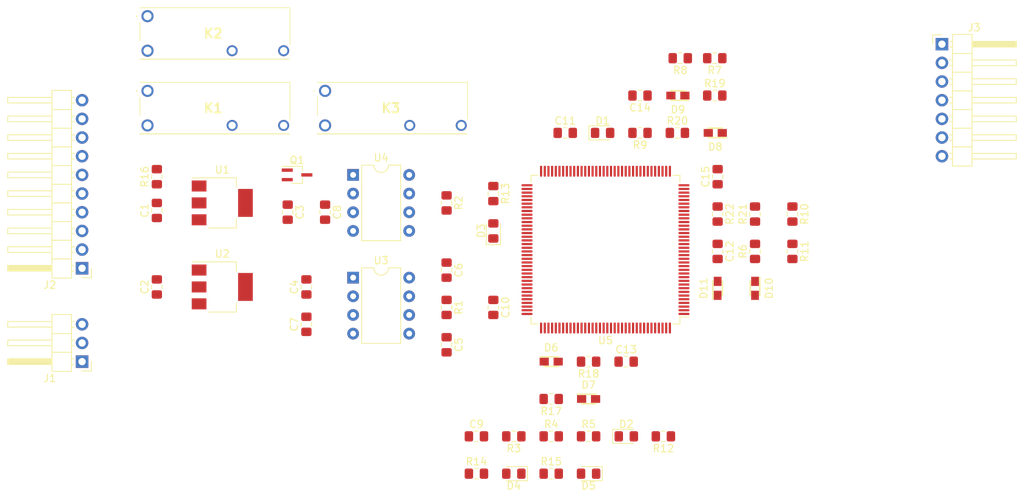
<source format=kicad_pcb>
(kicad_pcb (version 20171130) (host pcbnew "(5.1.5)-3")

  (general
    (thickness 1.6)
    (drawings 0)
    (tracks 0)
    (zones 0)
    (modules 60)
    (nets 152)
  )

  (page A4)
  (layers
    (0 F.Cu signal)
    (31 B.Cu signal)
    (32 B.Adhes user)
    (33 F.Adhes user)
    (34 B.Paste user)
    (35 F.Paste user)
    (36 B.SilkS user)
    (37 F.SilkS user)
    (38 B.Mask user)
    (39 F.Mask user)
    (40 Dwgs.User user)
    (41 Cmts.User user)
    (42 Eco1.User user)
    (43 Eco2.User user)
    (44 Edge.Cuts user)
    (45 Margin user)
    (46 B.CrtYd user)
    (47 F.CrtYd user)
    (48 B.Fab user)
    (49 F.Fab user)
  )

  (setup
    (last_trace_width 0.25)
    (trace_clearance 0.2)
    (zone_clearance 0.508)
    (zone_45_only no)
    (trace_min 0.2)
    (via_size 0.8)
    (via_drill 0.4)
    (via_min_size 0.4)
    (via_min_drill 0.3)
    (uvia_size 0.3)
    (uvia_drill 0.1)
    (uvias_allowed no)
    (uvia_min_size 0.2)
    (uvia_min_drill 0.1)
    (edge_width 0.05)
    (segment_width 0.2)
    (pcb_text_width 0.3)
    (pcb_text_size 1.5 1.5)
    (mod_edge_width 0.12)
    (mod_text_size 1 1)
    (mod_text_width 0.15)
    (pad_size 1.524 1.524)
    (pad_drill 0.762)
    (pad_to_mask_clearance 0.051)
    (solder_mask_min_width 0.25)
    (aux_axis_origin 0 0)
    (visible_elements 7FFFFFFF)
    (pcbplotparams
      (layerselection 0x010fc_ffffffff)
      (usegerberextensions false)
      (usegerberattributes false)
      (usegerberadvancedattributes false)
      (creategerberjobfile false)
      (excludeedgelayer true)
      (linewidth 0.100000)
      (plotframeref false)
      (viasonmask false)
      (mode 1)
      (useauxorigin false)
      (hpglpennumber 1)
      (hpglpenspeed 20)
      (hpglpendiameter 15.000000)
      (psnegative false)
      (psa4output false)
      (plotreference true)
      (plotvalue true)
      (plotinvisibletext false)
      (padsonsilk false)
      (subtractmaskfromsilk false)
      (outputformat 1)
      (mirror false)
      (drillshape 1)
      (scaleselection 1)
      (outputdirectory ""))
  )

  (net 0 "")
  (net 1 GND)
  (net 2 VCC_12)
  (net 3 "Net-(D2-Pad2)")
  (net 4 "Net-(D3-Pad2)")
  (net 5 "Net-(D4-Pad2)")
  (net 6 "Net-(D5-Pad2)")
  (net 7 "Net-(J2-Pad8)")
  (net 8 /Fan/FanCtrl)
  (net 9 /Fan/FanPWM)
  (net 10 /Fan/Fan-)
  (net 11 /Fan/Fan+)
  (net 12 VCC_3.3)
  (net 13 VCC_5)
  (net 14 BMS_CAN_LO)
  (net 15 BMS_CAN_HI)
  (net 16 "Net-(J2-Pad10)")
  (net 17 "Net-(J2-Pad9)")
  (net 18 MAIN_CAN_LO)
  (net 19 MAIN_CAN_HI)
  (net 20 "Net-(K1-Pad4)")
  (net 21 BMS_CAN_TX)
  (net 22 BMS_CAN_RX)
  (net 23 MAIN_CAN_TX)
  (net 24 MAIN_CAN_RX)
  (net 25 DCDC+)
  (net 26 AUX+)
  (net 27 "Net-(D1-Pad2)")
  (net 28 DCDC_ON)
  (net 29 "Net-(C10-Pad1)")
  (net 30 "Net-(C11-Pad1)")
  (net 31 /InputProtection/ToSTM)
  (net 32 /InputProtection2/ToSTM)
  (net 33 /InputProtection3/ToSTM)
  (net 34 "Net-(D6-Pad2)")
  (net 35 "Net-(D8-Pad2)")
  (net 36 "Net-(D10-Pad2)")
  (net 37 "Net-(J3-Pad7)")
  (net 38 "Net-(J3-Pad6)")
  (net 39 "Net-(J3-Pad5)")
  (net 40 /InputProtection/Vin)
  (net 41 "Net-(R6-Pad2)")
  (net 42 /InputProtection2/Vin)
  (net 43 "Net-(R9-Pad1)")
  (net 44 /InputProtection3/Vin)
  (net 45 "Net-(R12-Pad1)")
  (net 46 "Net-(R13-Pad1)")
  (net 47 "Net-(U5-Pad142)")
  (net 48 "Net-(U5-Pad141)")
  (net 49 "Net-(U5-Pad140)")
  (net 50 "Net-(U5-Pad139)")
  (net 51 "Net-(U5-Pad136)")
  (net 52 "Net-(U5-Pad135)")
  (net 53 "Net-(U5-Pad134)")
  (net 54 "Net-(U5-Pad133)")
  (net 55 "Net-(U5-Pad132)")
  (net 56 "Net-(U5-Pad129)")
  (net 57 "Net-(U5-Pad128)")
  (net 58 "Net-(U5-Pad127)")
  (net 59 "Net-(U5-Pad126)")
  (net 60 "Net-(U5-Pad125)")
  (net 61 "Net-(U5-Pad123)")
  (net 62 "Net-(U5-Pad122)")
  (net 63 "Net-(U5-Pad119)")
  (net 64 "Net-(U5-Pad118)")
  (net 65 "Net-(U5-Pad117)")
  (net 66 "Net-(U5-Pad116)")
  (net 67 "Net-(U5-Pad113)")
  (net 68 "Net-(U5-Pad112)")
  (net 69 "Net-(U5-Pad111)")
  (net 70 "Net-(U5-Pad110)")
  (net 71 "Net-(U5-Pad109)")
  (net 72 "Net-(U5-Pad105)")
  (net 73 "Net-(U5-Pad104)")
  (net 74 "Net-(U5-Pad103)")
  (net 75 "Net-(U5-Pad102)")
  (net 76 "Net-(U5-Pad101)")
  (net 77 "Net-(U5-Pad100)")
  (net 78 "Net-(U5-Pad99)")
  (net 79 "Net-(U5-Pad98)")
  (net 80 "Net-(U5-Pad97)")
  (net 81 "Net-(U5-Pad96)")
  (net 82 "Net-(U5-Pad95)")
  (net 83 "Net-(U5-Pad93)")
  (net 84 "Net-(U5-Pad92)")
  (net 85 "Net-(U5-Pad91)")
  (net 86 "Net-(U5-Pad90)")
  (net 87 "Net-(U5-Pad89)")
  (net 88 "Net-(U5-Pad88)")
  (net 89 "Net-(U5-Pad87)")
  (net 90 "Net-(U5-Pad86)")
  (net 91 "Net-(U5-Pad85)")
  (net 92 "Net-(U5-Pad82)")
  (net 93 "Net-(U5-Pad81)")
  (net 94 "Net-(U5-Pad80)")
  (net 95 "Net-(U5-Pad79)")
  (net 96 "Net-(U5-Pad78)")
  (net 97 "Net-(U5-Pad77)")
  (net 98 "Net-(U5-Pad76)")
  (net 99 "Net-(U5-Pad70)")
  (net 100 "Net-(U5-Pad69)")
  (net 101 "Net-(U5-Pad68)")
  (net 102 "Net-(U5-Pad67)")
  (net 103 "Net-(U5-Pad66)")
  (net 104 "Net-(U5-Pad65)")
  (net 105 "Net-(U5-Pad64)")
  (net 106 "Net-(U5-Pad63)")
  (net 107 "Net-(U5-Pad60)")
  (net 108 "Net-(U5-Pad59)")
  (net 109 "Net-(U5-Pad58)")
  (net 110 "Net-(U5-Pad57)")
  (net 111 "Net-(U5-Pad56)")
  (net 112 "Net-(U5-Pad55)")
  (net 113 "Net-(U5-Pad54)")
  (net 114 "Net-(U5-Pad53)")
  (net 115 "Net-(U5-Pad50)")
  (net 116 "Net-(U5-Pad49)")
  (net 117 "Net-(U5-Pad48)")
  (net 118 "Net-(U5-Pad47)")
  (net 119 "Net-(U5-Pad45)")
  (net 120 "Net-(U5-Pad44)")
  (net 121 "Net-(U5-Pad43)")
  (net 122 "Net-(U5-Pad42)")
  (net 123 "Net-(U5-Pad41)")
  (net 124 "Net-(U5-Pad40)")
  (net 125 "Net-(U5-Pad36)")
  (net 126 "Net-(U5-Pad35)")
  (net 127 "Net-(U5-Pad34)")
  (net 128 "Net-(U5-Pad29)")
  (net 129 "Net-(U5-Pad28)")
  (net 130 "Net-(U5-Pad27)")
  (net 131 "Net-(U5-Pad24)")
  (net 132 "Net-(U5-Pad23)")
  (net 133 "Net-(U5-Pad22)")
  (net 134 "Net-(U5-Pad21)")
  (net 135 "Net-(U5-Pad20)")
  (net 136 "Net-(U5-Pad19)")
  (net 137 "Net-(U5-Pad18)")
  (net 138 "Net-(U5-Pad15)")
  (net 139 "Net-(U5-Pad14)")
  (net 140 "Net-(U5-Pad13)")
  (net 141 "Net-(U5-Pad12)")
  (net 142 "Net-(U5-Pad11)")
  (net 143 "Net-(U5-Pad10)")
  (net 144 "Net-(U5-Pad9)")
  (net 145 "Net-(U5-Pad8)")
  (net 146 "Net-(U5-Pad7)")
  (net 147 "Net-(U5-Pad5)")
  (net 148 "Net-(U5-Pad4)")
  (net 149 "Net-(U5-Pad3)")
  (net 150 "Net-(U5-Pad2)")
  (net 151 "Net-(U5-Pad1)")

  (net_class Default "This is the default net class."
    (clearance 0.2)
    (trace_width 0.25)
    (via_dia 0.8)
    (via_drill 0.4)
    (uvia_dia 0.3)
    (uvia_drill 0.1)
    (add_net /Fan/Fan+)
    (add_net /Fan/Fan-)
    (add_net /Fan/FanCtrl)
    (add_net /Fan/FanPWM)
    (add_net /InputProtection/ToSTM)
    (add_net /InputProtection/Vin)
    (add_net /InputProtection2/ToSTM)
    (add_net /InputProtection2/Vin)
    (add_net /InputProtection3/ToSTM)
    (add_net /InputProtection3/Vin)
    (add_net AUX+)
    (add_net BMS_CAN_HI)
    (add_net BMS_CAN_LO)
    (add_net BMS_CAN_RX)
    (add_net BMS_CAN_TX)
    (add_net DCDC+)
    (add_net DCDC_ON)
    (add_net GND)
    (add_net MAIN_CAN_HI)
    (add_net MAIN_CAN_LO)
    (add_net MAIN_CAN_RX)
    (add_net MAIN_CAN_TX)
    (add_net "Net-(C10-Pad1)")
    (add_net "Net-(C11-Pad1)")
    (add_net "Net-(D1-Pad2)")
    (add_net "Net-(D10-Pad2)")
    (add_net "Net-(D2-Pad2)")
    (add_net "Net-(D3-Pad2)")
    (add_net "Net-(D4-Pad2)")
    (add_net "Net-(D5-Pad2)")
    (add_net "Net-(D6-Pad2)")
    (add_net "Net-(D8-Pad2)")
    (add_net "Net-(J2-Pad10)")
    (add_net "Net-(J2-Pad8)")
    (add_net "Net-(J2-Pad9)")
    (add_net "Net-(J3-Pad5)")
    (add_net "Net-(J3-Pad6)")
    (add_net "Net-(J3-Pad7)")
    (add_net "Net-(K1-Pad4)")
    (add_net "Net-(R12-Pad1)")
    (add_net "Net-(R13-Pad1)")
    (add_net "Net-(R6-Pad2)")
    (add_net "Net-(R9-Pad1)")
    (add_net "Net-(U5-Pad1)")
    (add_net "Net-(U5-Pad10)")
    (add_net "Net-(U5-Pad100)")
    (add_net "Net-(U5-Pad101)")
    (add_net "Net-(U5-Pad102)")
    (add_net "Net-(U5-Pad103)")
    (add_net "Net-(U5-Pad104)")
    (add_net "Net-(U5-Pad105)")
    (add_net "Net-(U5-Pad109)")
    (add_net "Net-(U5-Pad11)")
    (add_net "Net-(U5-Pad110)")
    (add_net "Net-(U5-Pad111)")
    (add_net "Net-(U5-Pad112)")
    (add_net "Net-(U5-Pad113)")
    (add_net "Net-(U5-Pad116)")
    (add_net "Net-(U5-Pad117)")
    (add_net "Net-(U5-Pad118)")
    (add_net "Net-(U5-Pad119)")
    (add_net "Net-(U5-Pad12)")
    (add_net "Net-(U5-Pad122)")
    (add_net "Net-(U5-Pad123)")
    (add_net "Net-(U5-Pad125)")
    (add_net "Net-(U5-Pad126)")
    (add_net "Net-(U5-Pad127)")
    (add_net "Net-(U5-Pad128)")
    (add_net "Net-(U5-Pad129)")
    (add_net "Net-(U5-Pad13)")
    (add_net "Net-(U5-Pad132)")
    (add_net "Net-(U5-Pad133)")
    (add_net "Net-(U5-Pad134)")
    (add_net "Net-(U5-Pad135)")
    (add_net "Net-(U5-Pad136)")
    (add_net "Net-(U5-Pad139)")
    (add_net "Net-(U5-Pad14)")
    (add_net "Net-(U5-Pad140)")
    (add_net "Net-(U5-Pad141)")
    (add_net "Net-(U5-Pad142)")
    (add_net "Net-(U5-Pad15)")
    (add_net "Net-(U5-Pad18)")
    (add_net "Net-(U5-Pad19)")
    (add_net "Net-(U5-Pad2)")
    (add_net "Net-(U5-Pad20)")
    (add_net "Net-(U5-Pad21)")
    (add_net "Net-(U5-Pad22)")
    (add_net "Net-(U5-Pad23)")
    (add_net "Net-(U5-Pad24)")
    (add_net "Net-(U5-Pad27)")
    (add_net "Net-(U5-Pad28)")
    (add_net "Net-(U5-Pad29)")
    (add_net "Net-(U5-Pad3)")
    (add_net "Net-(U5-Pad34)")
    (add_net "Net-(U5-Pad35)")
    (add_net "Net-(U5-Pad36)")
    (add_net "Net-(U5-Pad4)")
    (add_net "Net-(U5-Pad40)")
    (add_net "Net-(U5-Pad41)")
    (add_net "Net-(U5-Pad42)")
    (add_net "Net-(U5-Pad43)")
    (add_net "Net-(U5-Pad44)")
    (add_net "Net-(U5-Pad45)")
    (add_net "Net-(U5-Pad47)")
    (add_net "Net-(U5-Pad48)")
    (add_net "Net-(U5-Pad49)")
    (add_net "Net-(U5-Pad5)")
    (add_net "Net-(U5-Pad50)")
    (add_net "Net-(U5-Pad53)")
    (add_net "Net-(U5-Pad54)")
    (add_net "Net-(U5-Pad55)")
    (add_net "Net-(U5-Pad56)")
    (add_net "Net-(U5-Pad57)")
    (add_net "Net-(U5-Pad58)")
    (add_net "Net-(U5-Pad59)")
    (add_net "Net-(U5-Pad60)")
    (add_net "Net-(U5-Pad63)")
    (add_net "Net-(U5-Pad64)")
    (add_net "Net-(U5-Pad65)")
    (add_net "Net-(U5-Pad66)")
    (add_net "Net-(U5-Pad67)")
    (add_net "Net-(U5-Pad68)")
    (add_net "Net-(U5-Pad69)")
    (add_net "Net-(U5-Pad7)")
    (add_net "Net-(U5-Pad70)")
    (add_net "Net-(U5-Pad76)")
    (add_net "Net-(U5-Pad77)")
    (add_net "Net-(U5-Pad78)")
    (add_net "Net-(U5-Pad79)")
    (add_net "Net-(U5-Pad8)")
    (add_net "Net-(U5-Pad80)")
    (add_net "Net-(U5-Pad81)")
    (add_net "Net-(U5-Pad82)")
    (add_net "Net-(U5-Pad85)")
    (add_net "Net-(U5-Pad86)")
    (add_net "Net-(U5-Pad87)")
    (add_net "Net-(U5-Pad88)")
    (add_net "Net-(U5-Pad89)")
    (add_net "Net-(U5-Pad9)")
    (add_net "Net-(U5-Pad90)")
    (add_net "Net-(U5-Pad91)")
    (add_net "Net-(U5-Pad92)")
    (add_net "Net-(U5-Pad93)")
    (add_net "Net-(U5-Pad95)")
    (add_net "Net-(U5-Pad96)")
    (add_net "Net-(U5-Pad97)")
    (add_net "Net-(U5-Pad98)")
    (add_net "Net-(U5-Pad99)")
    (add_net VCC_12)
    (add_net VCC_3.3)
    (add_net VCC_5)
  )

  (module Package_DIP:DIP-8_W7.62mm locked (layer F.Cu) (tedit 5A02E8C5) (tstamp 5EEF1C65)
    (at 91.44 68.58)
    (descr "8-lead though-hole mounted DIP package, row spacing 7.62 mm (300 mils)")
    (tags "THT DIP DIL PDIP 2.54mm 7.62mm 300mil")
    (path /5EEC1A75)
    (fp_text reference U4 (at 3.81 -2.33) (layer F.SilkS)
      (effects (font (size 1 1) (thickness 0.15)))
    )
    (fp_text value MCP2562-E-P (at 3.81 9.95) (layer F.Fab)
      (effects (font (size 1 1) (thickness 0.15)))
    )
    (fp_arc (start 3.81 -1.33) (end 2.81 -1.33) (angle -180) (layer F.SilkS) (width 0.12))
    (fp_line (start 1.635 -1.27) (end 6.985 -1.27) (layer F.Fab) (width 0.1))
    (fp_line (start 6.985 -1.27) (end 6.985 8.89) (layer F.Fab) (width 0.1))
    (fp_line (start 6.985 8.89) (end 0.635 8.89) (layer F.Fab) (width 0.1))
    (fp_line (start 0.635 8.89) (end 0.635 -0.27) (layer F.Fab) (width 0.1))
    (fp_line (start 0.635 -0.27) (end 1.635 -1.27) (layer F.Fab) (width 0.1))
    (fp_line (start 2.81 -1.33) (end 1.16 -1.33) (layer F.SilkS) (width 0.12))
    (fp_line (start 1.16 -1.33) (end 1.16 8.95) (layer F.SilkS) (width 0.12))
    (fp_line (start 1.16 8.95) (end 6.46 8.95) (layer F.SilkS) (width 0.12))
    (fp_line (start 6.46 8.95) (end 6.46 -1.33) (layer F.SilkS) (width 0.12))
    (fp_line (start 6.46 -1.33) (end 4.81 -1.33) (layer F.SilkS) (width 0.12))
    (fp_line (start -1.1 -1.55) (end -1.1 9.15) (layer F.CrtYd) (width 0.05))
    (fp_line (start -1.1 9.15) (end 8.7 9.15) (layer F.CrtYd) (width 0.05))
    (fp_line (start 8.7 9.15) (end 8.7 -1.55) (layer F.CrtYd) (width 0.05))
    (fp_line (start 8.7 -1.55) (end -1.1 -1.55) (layer F.CrtYd) (width 0.05))
    (fp_text user %R (at 3.81 3.81) (layer F.Fab)
      (effects (font (size 1 1) (thickness 0.15)))
    )
    (pad 1 thru_hole rect (at 0 0) (size 1.6 1.6) (drill 0.8) (layers *.Cu *.Mask)
      (net 23 MAIN_CAN_TX))
    (pad 5 thru_hole oval (at 7.62 7.62) (size 1.6 1.6) (drill 0.8) (layers *.Cu *.Mask)
      (net 12 VCC_3.3))
    (pad 2 thru_hole oval (at 0 2.54) (size 1.6 1.6) (drill 0.8) (layers *.Cu *.Mask)
      (net 1 GND))
    (pad 6 thru_hole oval (at 7.62 5.08) (size 1.6 1.6) (drill 0.8) (layers *.Cu *.Mask)
      (net 18 MAIN_CAN_LO))
    (pad 3 thru_hole oval (at 0 5.08) (size 1.6 1.6) (drill 0.8) (layers *.Cu *.Mask)
      (net 13 VCC_5))
    (pad 7 thru_hole oval (at 7.62 2.54) (size 1.6 1.6) (drill 0.8) (layers *.Cu *.Mask)
      (net 19 MAIN_CAN_HI))
    (pad 4 thru_hole oval (at 0 7.62) (size 1.6 1.6) (drill 0.8) (layers *.Cu *.Mask)
      (net 24 MAIN_CAN_RX))
    (pad 8 thru_hole oval (at 7.62 0) (size 1.6 1.6) (drill 0.8) (layers *.Cu *.Mask)
      (net 1 GND))
    (model ${KISYS3DMOD}/Package_DIP.3dshapes/DIP-8_W7.62mm.wrl
      (at (xyz 0 0 0))
      (scale (xyz 1 1 1))
      (rotate (xyz 0 0 0))
    )
  )

  (module Resistor_SMD:R_0805_2012Metric_Pad1.15x1.40mm_HandSolder locked (layer F.Cu) (tedit 5B36C52B) (tstamp 5EEEDCE5)
    (at 140.97 73.905 270)
    (descr "Resistor SMD 0805 (2012 Metric), square (rectangular) end terminal, IPC_7351 nominal with elongated pad for handsoldering. (Body size source: https://docs.google.com/spreadsheets/d/1BsfQQcO9C6DZCsRaXUlFlo91Tg2WpOkGARC1WS5S8t0/edit?usp=sharing), generated with kicad-footprint-generator")
    (tags "resistor handsolder")
    (path /5EE40591/5EE2F40D)
    (attr smd)
    (fp_text reference R22 (at 0 -1.65 90) (layer F.SilkS)
      (effects (font (size 1 1) (thickness 0.15)))
    )
    (fp_text value 1k (at 0 1.65 90) (layer F.Fab)
      (effects (font (size 1 1) (thickness 0.15)))
    )
    (fp_text user %R (at 0 0 90) (layer F.Fab)
      (effects (font (size 0.5 0.5) (thickness 0.08)))
    )
    (fp_line (start 1.85 0.95) (end -1.85 0.95) (layer F.CrtYd) (width 0.05))
    (fp_line (start 1.85 -0.95) (end 1.85 0.95) (layer F.CrtYd) (width 0.05))
    (fp_line (start -1.85 -0.95) (end 1.85 -0.95) (layer F.CrtYd) (width 0.05))
    (fp_line (start -1.85 0.95) (end -1.85 -0.95) (layer F.CrtYd) (width 0.05))
    (fp_line (start -0.261252 0.71) (end 0.261252 0.71) (layer F.SilkS) (width 0.12))
    (fp_line (start -0.261252 -0.71) (end 0.261252 -0.71) (layer F.SilkS) (width 0.12))
    (fp_line (start 1 0.6) (end -1 0.6) (layer F.Fab) (width 0.1))
    (fp_line (start 1 -0.6) (end 1 0.6) (layer F.Fab) (width 0.1))
    (fp_line (start -1 -0.6) (end 1 -0.6) (layer F.Fab) (width 0.1))
    (fp_line (start -1 0.6) (end -1 -0.6) (layer F.Fab) (width 0.1))
    (pad 2 smd roundrect (at 1.025 0 270) (size 1.15 1.4) (layers F.Cu F.Paste F.Mask) (roundrect_rratio 0.217391)
      (net 36 "Net-(D10-Pad2)"))
    (pad 1 smd roundrect (at -1.025 0 270) (size 1.15 1.4) (layers F.Cu F.Paste F.Mask) (roundrect_rratio 0.217391)
      (net 33 /InputProtection3/ToSTM))
    (model ${KISYS3DMOD}/Resistor_SMD.3dshapes/R_0805_2012Metric.wrl
      (at (xyz 0 0 0))
      (scale (xyz 1 1 1))
      (rotate (xyz 0 0 0))
    )
  )

  (module Resistor_SMD:R_0805_2012Metric_Pad1.15x1.40mm_HandSolder locked (layer F.Cu) (tedit 5B36C52B) (tstamp 5EEEDCB5)
    (at 146.05 73.905 90)
    (descr "Resistor SMD 0805 (2012 Metric), square (rectangular) end terminal, IPC_7351 nominal with elongated pad for handsoldering. (Body size source: https://docs.google.com/spreadsheets/d/1BsfQQcO9C6DZCsRaXUlFlo91Tg2WpOkGARC1WS5S8t0/edit?usp=sharing), generated with kicad-footprint-generator")
    (tags "resistor handsolder")
    (path /5EE40591/5EE2BE9C)
    (attr smd)
    (fp_text reference R21 (at 0 -1.65 90) (layer F.SilkS)
      (effects (font (size 1 1) (thickness 0.15)))
    )
    (fp_text value 10 (at 0 1.65 90) (layer F.Fab)
      (effects (font (size 1 1) (thickness 0.15)))
    )
    (fp_text user %R (at 0 0 90) (layer F.Fab)
      (effects (font (size 0.5 0.5) (thickness 0.08)))
    )
    (fp_line (start 1.85 0.95) (end -1.85 0.95) (layer F.CrtYd) (width 0.05))
    (fp_line (start 1.85 -0.95) (end 1.85 0.95) (layer F.CrtYd) (width 0.05))
    (fp_line (start -1.85 -0.95) (end 1.85 -0.95) (layer F.CrtYd) (width 0.05))
    (fp_line (start -1.85 0.95) (end -1.85 -0.95) (layer F.CrtYd) (width 0.05))
    (fp_line (start -0.261252 0.71) (end 0.261252 0.71) (layer F.SilkS) (width 0.12))
    (fp_line (start -0.261252 -0.71) (end 0.261252 -0.71) (layer F.SilkS) (width 0.12))
    (fp_line (start 1 0.6) (end -1 0.6) (layer F.Fab) (width 0.1))
    (fp_line (start 1 -0.6) (end 1 0.6) (layer F.Fab) (width 0.1))
    (fp_line (start -1 -0.6) (end 1 -0.6) (layer F.Fab) (width 0.1))
    (fp_line (start -1 0.6) (end -1 -0.6) (layer F.Fab) (width 0.1))
    (pad 2 smd roundrect (at 1.025 0 90) (size 1.15 1.4) (layers F.Cu F.Paste F.Mask) (roundrect_rratio 0.217391)
      (net 44 /InputProtection3/Vin))
    (pad 1 smd roundrect (at -1.025 0 90) (size 1.15 1.4) (layers F.Cu F.Paste F.Mask) (roundrect_rratio 0.217391)
      (net 36 "Net-(D10-Pad2)"))
    (model ${KISYS3DMOD}/Resistor_SMD.3dshapes/R_0805_2012Metric.wrl
      (at (xyz 0 0 0))
      (scale (xyz 1 1 1))
      (rotate (xyz 0 0 0))
    )
  )

  (module Resistor_SMD:R_0805_2012Metric_Pad1.15x1.40mm_HandSolder locked (layer F.Cu) (tedit 5B36C52B) (tstamp 5EEF6771)
    (at 135.5 62.865)
    (descr "Resistor SMD 0805 (2012 Metric), square (rectangular) end terminal, IPC_7351 nominal with elongated pad for handsoldering. (Body size source: https://docs.google.com/spreadsheets/d/1BsfQQcO9C6DZCsRaXUlFlo91Tg2WpOkGARC1WS5S8t0/edit?usp=sharing), generated with kicad-footprint-generator")
    (tags "resistor handsolder")
    (path /5EE3728E/5EE2F40D)
    (attr smd)
    (fp_text reference R20 (at 0 -1.65) (layer F.SilkS)
      (effects (font (size 1 1) (thickness 0.15)))
    )
    (fp_text value 1k (at 0 1.65) (layer F.Fab)
      (effects (font (size 1 1) (thickness 0.15)))
    )
    (fp_line (start -1 0.6) (end -1 -0.6) (layer F.Fab) (width 0.1))
    (fp_line (start -1 -0.6) (end 1 -0.6) (layer F.Fab) (width 0.1))
    (fp_line (start 1 -0.6) (end 1 0.6) (layer F.Fab) (width 0.1))
    (fp_line (start 1 0.6) (end -1 0.6) (layer F.Fab) (width 0.1))
    (fp_line (start -0.261252 -0.71) (end 0.261252 -0.71) (layer F.SilkS) (width 0.12))
    (fp_line (start -0.261252 0.71) (end 0.261252 0.71) (layer F.SilkS) (width 0.12))
    (fp_line (start -1.85 0.95) (end -1.85 -0.95) (layer F.CrtYd) (width 0.05))
    (fp_line (start -1.85 -0.95) (end 1.85 -0.95) (layer F.CrtYd) (width 0.05))
    (fp_line (start 1.85 -0.95) (end 1.85 0.95) (layer F.CrtYd) (width 0.05))
    (fp_line (start 1.85 0.95) (end -1.85 0.95) (layer F.CrtYd) (width 0.05))
    (fp_text user %R (at 0 0) (layer F.Fab)
      (effects (font (size 0.5 0.5) (thickness 0.08)))
    )
    (pad 1 smd roundrect (at -1.025 0) (size 1.15 1.4) (layers F.Cu F.Paste F.Mask) (roundrect_rratio 0.217391)
      (net 32 /InputProtection2/ToSTM))
    (pad 2 smd roundrect (at 1.025 0) (size 1.15 1.4) (layers F.Cu F.Paste F.Mask) (roundrect_rratio 0.217391)
      (net 35 "Net-(D8-Pad2)"))
    (model ${KISYS3DMOD}/Resistor_SMD.3dshapes/R_0805_2012Metric.wrl
      (at (xyz 0 0 0))
      (scale (xyz 1 1 1))
      (rotate (xyz 0 0 0))
    )
  )

  (module Resistor_SMD:R_0805_2012Metric_Pad1.15x1.40mm_HandSolder locked (layer F.Cu) (tedit 5B36C52B) (tstamp 5EEF7296)
    (at 140.58 57.785)
    (descr "Resistor SMD 0805 (2012 Metric), square (rectangular) end terminal, IPC_7351 nominal with elongated pad for handsoldering. (Body size source: https://docs.google.com/spreadsheets/d/1BsfQQcO9C6DZCsRaXUlFlo91Tg2WpOkGARC1WS5S8t0/edit?usp=sharing), generated with kicad-footprint-generator")
    (tags "resistor handsolder")
    (path /5EE3728E/5EE2BE9C)
    (attr smd)
    (fp_text reference R19 (at 0 -1.65) (layer F.SilkS)
      (effects (font (size 1 1) (thickness 0.15)))
    )
    (fp_text value 10 (at 0 1.65) (layer F.Fab)
      (effects (font (size 1 1) (thickness 0.15)))
    )
    (fp_text user %R (at 0 0) (layer F.Fab)
      (effects (font (size 0.5 0.5) (thickness 0.08)))
    )
    (fp_line (start 1.85 0.95) (end -1.85 0.95) (layer F.CrtYd) (width 0.05))
    (fp_line (start 1.85 -0.95) (end 1.85 0.95) (layer F.CrtYd) (width 0.05))
    (fp_line (start -1.85 -0.95) (end 1.85 -0.95) (layer F.CrtYd) (width 0.05))
    (fp_line (start -1.85 0.95) (end -1.85 -0.95) (layer F.CrtYd) (width 0.05))
    (fp_line (start -0.261252 0.71) (end 0.261252 0.71) (layer F.SilkS) (width 0.12))
    (fp_line (start -0.261252 -0.71) (end 0.261252 -0.71) (layer F.SilkS) (width 0.12))
    (fp_line (start 1 0.6) (end -1 0.6) (layer F.Fab) (width 0.1))
    (fp_line (start 1 -0.6) (end 1 0.6) (layer F.Fab) (width 0.1))
    (fp_line (start -1 -0.6) (end 1 -0.6) (layer F.Fab) (width 0.1))
    (fp_line (start -1 0.6) (end -1 -0.6) (layer F.Fab) (width 0.1))
    (pad 2 smd roundrect (at 1.025 0) (size 1.15 1.4) (layers F.Cu F.Paste F.Mask) (roundrect_rratio 0.217391)
      (net 42 /InputProtection2/Vin))
    (pad 1 smd roundrect (at -1.025 0) (size 1.15 1.4) (layers F.Cu F.Paste F.Mask) (roundrect_rratio 0.217391)
      (net 35 "Net-(D8-Pad2)"))
    (model ${KISYS3DMOD}/Resistor_SMD.3dshapes/R_0805_2012Metric.wrl
      (at (xyz 0 0 0))
      (scale (xyz 1 1 1))
      (rotate (xyz 0 0 0))
    )
  )

  (module Resistor_SMD:R_0805_2012Metric_Pad1.15x1.40mm_HandSolder locked (layer F.Cu) (tedit 5B36C52B) (tstamp 5EEF038C)
    (at 123.435 93.98 180)
    (descr "Resistor SMD 0805 (2012 Metric), square (rectangular) end terminal, IPC_7351 nominal with elongated pad for handsoldering. (Body size source: https://docs.google.com/spreadsheets/d/1BsfQQcO9C6DZCsRaXUlFlo91Tg2WpOkGARC1WS5S8t0/edit?usp=sharing), generated with kicad-footprint-generator")
    (tags "resistor handsolder")
    (path /5EE2B52D/5EE2F40D)
    (attr smd)
    (fp_text reference R18 (at 0 -1.65) (layer F.SilkS)
      (effects (font (size 1 1) (thickness 0.15)))
    )
    (fp_text value 1k (at 0 1.65) (layer F.Fab)
      (effects (font (size 1 1) (thickness 0.15)))
    )
    (fp_line (start -1 0.6) (end -1 -0.6) (layer F.Fab) (width 0.1))
    (fp_line (start -1 -0.6) (end 1 -0.6) (layer F.Fab) (width 0.1))
    (fp_line (start 1 -0.6) (end 1 0.6) (layer F.Fab) (width 0.1))
    (fp_line (start 1 0.6) (end -1 0.6) (layer F.Fab) (width 0.1))
    (fp_line (start -0.261252 -0.71) (end 0.261252 -0.71) (layer F.SilkS) (width 0.12))
    (fp_line (start -0.261252 0.71) (end 0.261252 0.71) (layer F.SilkS) (width 0.12))
    (fp_line (start -1.85 0.95) (end -1.85 -0.95) (layer F.CrtYd) (width 0.05))
    (fp_line (start -1.85 -0.95) (end 1.85 -0.95) (layer F.CrtYd) (width 0.05))
    (fp_line (start 1.85 -0.95) (end 1.85 0.95) (layer F.CrtYd) (width 0.05))
    (fp_line (start 1.85 0.95) (end -1.85 0.95) (layer F.CrtYd) (width 0.05))
    (fp_text user %R (at 0 0) (layer F.Fab)
      (effects (font (size 0.5 0.5) (thickness 0.08)))
    )
    (pad 1 smd roundrect (at -1.025 0 180) (size 1.15 1.4) (layers F.Cu F.Paste F.Mask) (roundrect_rratio 0.217391)
      (net 31 /InputProtection/ToSTM))
    (pad 2 smd roundrect (at 1.025 0 180) (size 1.15 1.4) (layers F.Cu F.Paste F.Mask) (roundrect_rratio 0.217391)
      (net 34 "Net-(D6-Pad2)"))
    (model ${KISYS3DMOD}/Resistor_SMD.3dshapes/R_0805_2012Metric.wrl
      (at (xyz 0 0 0))
      (scale (xyz 1 1 1))
      (rotate (xyz 0 0 0))
    )
  )

  (module Resistor_SMD:R_0805_2012Metric_Pad1.15x1.40mm_HandSolder locked (layer F.Cu) (tedit 5B36C52B) (tstamp 5EEF4953)
    (at 118.355 99.06 180)
    (descr "Resistor SMD 0805 (2012 Metric), square (rectangular) end terminal, IPC_7351 nominal with elongated pad for handsoldering. (Body size source: https://docs.google.com/spreadsheets/d/1BsfQQcO9C6DZCsRaXUlFlo91Tg2WpOkGARC1WS5S8t0/edit?usp=sharing), generated with kicad-footprint-generator")
    (tags "resistor handsolder")
    (path /5EE2B52D/5EE2BE9C)
    (attr smd)
    (fp_text reference R17 (at 0 -1.65) (layer F.SilkS)
      (effects (font (size 1 1) (thickness 0.15)))
    )
    (fp_text value 10 (at 0 1.65) (layer F.Fab)
      (effects (font (size 1 1) (thickness 0.15)))
    )
    (fp_text user %R (at 0 0) (layer F.Fab)
      (effects (font (size 0.5 0.5) (thickness 0.08)))
    )
    (fp_line (start 1.85 0.95) (end -1.85 0.95) (layer F.CrtYd) (width 0.05))
    (fp_line (start 1.85 -0.95) (end 1.85 0.95) (layer F.CrtYd) (width 0.05))
    (fp_line (start -1.85 -0.95) (end 1.85 -0.95) (layer F.CrtYd) (width 0.05))
    (fp_line (start -1.85 0.95) (end -1.85 -0.95) (layer F.CrtYd) (width 0.05))
    (fp_line (start -0.261252 0.71) (end 0.261252 0.71) (layer F.SilkS) (width 0.12))
    (fp_line (start -0.261252 -0.71) (end 0.261252 -0.71) (layer F.SilkS) (width 0.12))
    (fp_line (start 1 0.6) (end -1 0.6) (layer F.Fab) (width 0.1))
    (fp_line (start 1 -0.6) (end 1 0.6) (layer F.Fab) (width 0.1))
    (fp_line (start -1 -0.6) (end 1 -0.6) (layer F.Fab) (width 0.1))
    (fp_line (start -1 0.6) (end -1 -0.6) (layer F.Fab) (width 0.1))
    (pad 2 smd roundrect (at 1.025 0 180) (size 1.15 1.4) (layers F.Cu F.Paste F.Mask) (roundrect_rratio 0.217391)
      (net 40 /InputProtection/Vin))
    (pad 1 smd roundrect (at -1.025 0 180) (size 1.15 1.4) (layers F.Cu F.Paste F.Mask) (roundrect_rratio 0.217391)
      (net 34 "Net-(D6-Pad2)"))
    (model ${KISYS3DMOD}/Resistor_SMD.3dshapes/R_0805_2012Metric.wrl
      (at (xyz 0 0 0))
      (scale (xyz 1 1 1))
      (rotate (xyz 0 0 0))
    )
  )

  (module Resistor_SMD:R_0805_2012Metric_Pad1.15x1.40mm_HandSolder locked (layer F.Cu) (tedit 5B36C52B) (tstamp 5EEF01AA)
    (at 104.14 72.39 270)
    (descr "Resistor SMD 0805 (2012 Metric), square (rectangular) end terminal, IPC_7351 nominal with elongated pad for handsoldering. (Body size source: https://docs.google.com/spreadsheets/d/1BsfQQcO9C6DZCsRaXUlFlo91Tg2WpOkGARC1WS5S8t0/edit?usp=sharing), generated with kicad-footprint-generator")
    (tags "resistor handsolder")
    (path /5EEC1A61)
    (attr smd)
    (fp_text reference R2 (at 0 -1.65 90) (layer F.SilkS)
      (effects (font (size 1 1) (thickness 0.15)))
    )
    (fp_text value 120 (at 0 1.65 90) (layer F.Fab)
      (effects (font (size 1 1) (thickness 0.15)))
    )
    (fp_line (start -1 0.6) (end -1 -0.6) (layer F.Fab) (width 0.1))
    (fp_line (start -1 -0.6) (end 1 -0.6) (layer F.Fab) (width 0.1))
    (fp_line (start 1 -0.6) (end 1 0.6) (layer F.Fab) (width 0.1))
    (fp_line (start 1 0.6) (end -1 0.6) (layer F.Fab) (width 0.1))
    (fp_line (start -0.261252 -0.71) (end 0.261252 -0.71) (layer F.SilkS) (width 0.12))
    (fp_line (start -0.261252 0.71) (end 0.261252 0.71) (layer F.SilkS) (width 0.12))
    (fp_line (start -1.85 0.95) (end -1.85 -0.95) (layer F.CrtYd) (width 0.05))
    (fp_line (start -1.85 -0.95) (end 1.85 -0.95) (layer F.CrtYd) (width 0.05))
    (fp_line (start 1.85 -0.95) (end 1.85 0.95) (layer F.CrtYd) (width 0.05))
    (fp_line (start 1.85 0.95) (end -1.85 0.95) (layer F.CrtYd) (width 0.05))
    (fp_text user %R (at 0 0 90) (layer F.Fab)
      (effects (font (size 0.5 0.5) (thickness 0.08)))
    )
    (pad 1 smd roundrect (at -1.025 0 270) (size 1.15 1.4) (layers F.Cu F.Paste F.Mask) (roundrect_rratio 0.217391)
      (net 19 MAIN_CAN_HI))
    (pad 2 smd roundrect (at 1.025 0 270) (size 1.15 1.4) (layers F.Cu F.Paste F.Mask) (roundrect_rratio 0.217391)
      (net 18 MAIN_CAN_LO))
    (model ${KISYS3DMOD}/Resistor_SMD.3dshapes/R_0805_2012Metric.wrl
      (at (xyz 0 0 0))
      (scale (xyz 1 1 1))
      (rotate (xyz 0 0 0))
    )
  )

  (module SamacSys_Parts:DIOM2013X100N locked (layer F.Cu) (tedit 5EEE9457) (tstamp 5EEEE26D)
    (at 140.97 84.008 90)
    (descr 0805)
    (tags "Schottky Diode")
    (path /5EE40591/5EE57F4B)
    (attr smd)
    (fp_text reference D11 (at 0 -1.905 90) (layer F.SilkS)
      (effects (font (size 1 1) (thickness 0.15)))
    )
    (fp_text value SD0805S040S0R1 (at 0 1.905 90) (layer F.SilkS) hide
      (effects (font (size 1 1) (thickness 0.15)))
    )
    (fp_line (start -1 0.65) (end 1 0.65) (layer F.SilkS) (width 0.2))
    (fp_line (start 1 -0.65) (end -1.475 -0.65) (layer F.SilkS) (width 0.2))
    (fp_line (start -1 -0.125) (end -0.475 -0.65) (layer F.Fab) (width 0.1))
    (fp_line (start -1 0.65) (end -1 -0.65) (layer F.Fab) (width 0.1))
    (fp_line (start 1 0.65) (end -1 0.65) (layer F.Fab) (width 0.1))
    (fp_line (start 1 -0.65) (end 1 0.65) (layer F.Fab) (width 0.1))
    (fp_line (start -1 -0.65) (end 1 -0.65) (layer F.Fab) (width 0.1))
    (fp_line (start -1.825 0.95) (end -1.825 -0.95) (layer F.CrtYd) (width 0.05))
    (fp_line (start 1.825 0.95) (end -1.825 0.95) (layer F.CrtYd) (width 0.05))
    (fp_line (start 1.825 -0.95) (end 1.825 0.95) (layer F.CrtYd) (width 0.05))
    (fp_line (start -1.825 -0.95) (end 1.825 -0.95) (layer F.CrtYd) (width 0.05))
    (fp_text user %R (at 0 -1.905 90) (layer F.Fab)
      (effects (font (size 1 1) (thickness 0.15)))
    )
    (pad 2 smd rect (at 0.95 0 180) (size 1.05 1.25) (layers F.Cu F.Paste F.Mask)
      (net 1 GND))
    (pad 1 smd rect (at -0.95 0 180) (size 1.05 1.25) (layers F.Cu F.Paste F.Mask)
      (net 36 "Net-(D10-Pad2)"))
    (model "C:\\Users\\Nripesh\\Documents\\UVA\\Solar Car\\PowerTeam\\PowerPCB\\SamacSys_PCB_Library\\SamacSys_Parts.3dshapes\\SD0805S040S0R1.stp"
      (at (xyz 0 0 0))
      (scale (xyz 1 1 1))
      (rotate (xyz 0 0 0))
    )
  )

  (module SamacSys_Parts:DIOM2013X100N locked (layer F.Cu) (tedit 5EEE9457) (tstamp 5EEED9F1)
    (at 146.05 84.008 270)
    (descr 0805)
    (tags "Schottky Diode")
    (path /5EE40591/5EE55C00)
    (attr smd)
    (fp_text reference D10 (at 0 -1.905 90) (layer F.SilkS)
      (effects (font (size 1 1) (thickness 0.15)))
    )
    (fp_text value SD0805S040S0R1 (at 0 1.905 90) (layer F.SilkS) hide
      (effects (font (size 1 1) (thickness 0.15)))
    )
    (fp_line (start -1 0.65) (end 1 0.65) (layer F.SilkS) (width 0.2))
    (fp_line (start 1 -0.65) (end -1.475 -0.65) (layer F.SilkS) (width 0.2))
    (fp_line (start -1 -0.125) (end -0.475 -0.65) (layer F.Fab) (width 0.1))
    (fp_line (start -1 0.65) (end -1 -0.65) (layer F.Fab) (width 0.1))
    (fp_line (start 1 0.65) (end -1 0.65) (layer F.Fab) (width 0.1))
    (fp_line (start 1 -0.65) (end 1 0.65) (layer F.Fab) (width 0.1))
    (fp_line (start -1 -0.65) (end 1 -0.65) (layer F.Fab) (width 0.1))
    (fp_line (start -1.825 0.95) (end -1.825 -0.95) (layer F.CrtYd) (width 0.05))
    (fp_line (start 1.825 0.95) (end -1.825 0.95) (layer F.CrtYd) (width 0.05))
    (fp_line (start 1.825 -0.95) (end 1.825 0.95) (layer F.CrtYd) (width 0.05))
    (fp_line (start -1.825 -0.95) (end 1.825 -0.95) (layer F.CrtYd) (width 0.05))
    (fp_text user %R (at 0 -1.905 90) (layer F.Fab)
      (effects (font (size 1 1) (thickness 0.15)))
    )
    (pad 2 smd rect (at 0.95 0) (size 1.05 1.25) (layers F.Cu F.Paste F.Mask)
      (net 36 "Net-(D10-Pad2)"))
    (pad 1 smd rect (at -0.95 0) (size 1.05 1.25) (layers F.Cu F.Paste F.Mask)
      (net 12 VCC_3.3))
    (model "C:\\Users\\Nripesh\\Documents\\UVA\\Solar Car\\PowerTeam\\PowerPCB\\SamacSys_PCB_Library\\SamacSys_Parts.3dshapes\\SD0805S040S0R1.stp"
      (at (xyz 0 0 0))
      (scale (xyz 1 1 1))
      (rotate (xyz 0 0 0))
    )
  )

  (module SamacSys_Parts:DIOM2013X100N locked (layer F.Cu) (tedit 5EEE9457) (tstamp 5EEF735C)
    (at 135.57 57.785 180)
    (descr 0805)
    (tags "Schottky Diode")
    (path /5EE3728E/5EE57F4B)
    (attr smd)
    (fp_text reference D9 (at 0 -1.905) (layer F.SilkS)
      (effects (font (size 1 1) (thickness 0.15)))
    )
    (fp_text value SD0805S040S0R1 (at 0 1.905) (layer F.SilkS) hide
      (effects (font (size 1 1) (thickness 0.15)))
    )
    (fp_line (start -1 0.65) (end 1 0.65) (layer F.SilkS) (width 0.2))
    (fp_line (start 1 -0.65) (end -1.475 -0.65) (layer F.SilkS) (width 0.2))
    (fp_line (start -1 -0.125) (end -0.475 -0.65) (layer F.Fab) (width 0.1))
    (fp_line (start -1 0.65) (end -1 -0.65) (layer F.Fab) (width 0.1))
    (fp_line (start 1 0.65) (end -1 0.65) (layer F.Fab) (width 0.1))
    (fp_line (start 1 -0.65) (end 1 0.65) (layer F.Fab) (width 0.1))
    (fp_line (start -1 -0.65) (end 1 -0.65) (layer F.Fab) (width 0.1))
    (fp_line (start -1.825 0.95) (end -1.825 -0.95) (layer F.CrtYd) (width 0.05))
    (fp_line (start 1.825 0.95) (end -1.825 0.95) (layer F.CrtYd) (width 0.05))
    (fp_line (start 1.825 -0.95) (end 1.825 0.95) (layer F.CrtYd) (width 0.05))
    (fp_line (start -1.825 -0.95) (end 1.825 -0.95) (layer F.CrtYd) (width 0.05))
    (fp_text user %R (at 0 -1.905) (layer F.Fab)
      (effects (font (size 1 1) (thickness 0.15)))
    )
    (pad 2 smd rect (at 0.95 0 270) (size 1.05 1.25) (layers F.Cu F.Paste F.Mask)
      (net 1 GND))
    (pad 1 smd rect (at -0.95 0 270) (size 1.05 1.25) (layers F.Cu F.Paste F.Mask)
      (net 35 "Net-(D8-Pad2)"))
    (model "C:\\Users\\Nripesh\\Documents\\UVA\\Solar Car\\PowerTeam\\PowerPCB\\SamacSys_PCB_Library\\SamacSys_Parts.3dshapes\\SD0805S040S0R1.stp"
      (at (xyz 0 0 0))
      (scale (xyz 1 1 1))
      (rotate (xyz 0 0 0))
    )
  )

  (module SamacSys_Parts:DIOM2013X100N locked (layer F.Cu) (tedit 5EEE9457) (tstamp 5EEF74C5)
    (at 140.65 62.865 180)
    (descr 0805)
    (tags "Schottky Diode")
    (path /5EE3728E/5EE55C00)
    (attr smd)
    (fp_text reference D8 (at 0 -1.905) (layer F.SilkS)
      (effects (font (size 1 1) (thickness 0.15)))
    )
    (fp_text value SD0805S040S0R1 (at 0 1.905) (layer F.SilkS) hide
      (effects (font (size 1 1) (thickness 0.15)))
    )
    (fp_line (start -1 0.65) (end 1 0.65) (layer F.SilkS) (width 0.2))
    (fp_line (start 1 -0.65) (end -1.475 -0.65) (layer F.SilkS) (width 0.2))
    (fp_line (start -1 -0.125) (end -0.475 -0.65) (layer F.Fab) (width 0.1))
    (fp_line (start -1 0.65) (end -1 -0.65) (layer F.Fab) (width 0.1))
    (fp_line (start 1 0.65) (end -1 0.65) (layer F.Fab) (width 0.1))
    (fp_line (start 1 -0.65) (end 1 0.65) (layer F.Fab) (width 0.1))
    (fp_line (start -1 -0.65) (end 1 -0.65) (layer F.Fab) (width 0.1))
    (fp_line (start -1.825 0.95) (end -1.825 -0.95) (layer F.CrtYd) (width 0.05))
    (fp_line (start 1.825 0.95) (end -1.825 0.95) (layer F.CrtYd) (width 0.05))
    (fp_line (start 1.825 -0.95) (end 1.825 0.95) (layer F.CrtYd) (width 0.05))
    (fp_line (start -1.825 -0.95) (end 1.825 -0.95) (layer F.CrtYd) (width 0.05))
    (fp_text user %R (at 0 -1.905) (layer F.Fab)
      (effects (font (size 1 1) (thickness 0.15)))
    )
    (pad 2 smd rect (at 0.95 0 270) (size 1.05 1.25) (layers F.Cu F.Paste F.Mask)
      (net 35 "Net-(D8-Pad2)"))
    (pad 1 smd rect (at -0.95 0 270) (size 1.05 1.25) (layers F.Cu F.Paste F.Mask)
      (net 12 VCC_3.3))
    (model "C:\\Users\\Nripesh\\Documents\\UVA\\Solar Car\\PowerTeam\\PowerPCB\\SamacSys_PCB_Library\\SamacSys_Parts.3dshapes\\SD0805S040S0R1.stp"
      (at (xyz 0 0 0))
      (scale (xyz 1 1 1))
      (rotate (xyz 0 0 0))
    )
  )

  (module SamacSys_Parts:DIOM2013X100N locked (layer F.Cu) (tedit 5EEE9457) (tstamp 5EEF42F0)
    (at 123.435 99.06)
    (descr 0805)
    (tags "Schottky Diode")
    (path /5EE2B52D/5EE57F4B)
    (attr smd)
    (fp_text reference D7 (at 0 -1.905) (layer F.SilkS)
      (effects (font (size 1 1) (thickness 0.15)))
    )
    (fp_text value SD0805S040S0R1 (at 0 1.905) (layer F.SilkS) hide
      (effects (font (size 1 1) (thickness 0.15)))
    )
    (fp_line (start -1 0.65) (end 1 0.65) (layer F.SilkS) (width 0.2))
    (fp_line (start 1 -0.65) (end -1.475 -0.65) (layer F.SilkS) (width 0.2))
    (fp_line (start -1 -0.125) (end -0.475 -0.65) (layer F.Fab) (width 0.1))
    (fp_line (start -1 0.65) (end -1 -0.65) (layer F.Fab) (width 0.1))
    (fp_line (start 1 0.65) (end -1 0.65) (layer F.Fab) (width 0.1))
    (fp_line (start 1 -0.65) (end 1 0.65) (layer F.Fab) (width 0.1))
    (fp_line (start -1 -0.65) (end 1 -0.65) (layer F.Fab) (width 0.1))
    (fp_line (start -1.825 0.95) (end -1.825 -0.95) (layer F.CrtYd) (width 0.05))
    (fp_line (start 1.825 0.95) (end -1.825 0.95) (layer F.CrtYd) (width 0.05))
    (fp_line (start 1.825 -0.95) (end 1.825 0.95) (layer F.CrtYd) (width 0.05))
    (fp_line (start -1.825 -0.95) (end 1.825 -0.95) (layer F.CrtYd) (width 0.05))
    (fp_text user %R (at 0 -1.905) (layer F.Fab)
      (effects (font (size 1 1) (thickness 0.15)))
    )
    (pad 2 smd rect (at 0.95 0 90) (size 1.05 1.25) (layers F.Cu F.Paste F.Mask)
      (net 1 GND))
    (pad 1 smd rect (at -0.95 0 90) (size 1.05 1.25) (layers F.Cu F.Paste F.Mask)
      (net 34 "Net-(D6-Pad2)"))
    (model "C:\\Users\\Nripesh\\Documents\\UVA\\Solar Car\\PowerTeam\\PowerPCB\\SamacSys_PCB_Library\\SamacSys_Parts.3dshapes\\SD0805S040S0R1.stp"
      (at (xyz 0 0 0))
      (scale (xyz 1 1 1))
      (rotate (xyz 0 0 0))
    )
  )

  (module SamacSys_Parts:DIOM2013X100N locked (layer F.Cu) (tedit 5EEE9457) (tstamp 5EEF4BE5)
    (at 118.355 93.98)
    (descr 0805)
    (tags "Schottky Diode")
    (path /5EE2B52D/5EE55C00)
    (attr smd)
    (fp_text reference D6 (at 0 -1.905) (layer F.SilkS)
      (effects (font (size 1 1) (thickness 0.15)))
    )
    (fp_text value SD0805S040S0R1 (at 0 1.905) (layer F.SilkS) hide
      (effects (font (size 1 1) (thickness 0.15)))
    )
    (fp_line (start -1 0.65) (end 1 0.65) (layer F.SilkS) (width 0.2))
    (fp_line (start 1 -0.65) (end -1.475 -0.65) (layer F.SilkS) (width 0.2))
    (fp_line (start -1 -0.125) (end -0.475 -0.65) (layer F.Fab) (width 0.1))
    (fp_line (start -1 0.65) (end -1 -0.65) (layer F.Fab) (width 0.1))
    (fp_line (start 1 0.65) (end -1 0.65) (layer F.Fab) (width 0.1))
    (fp_line (start 1 -0.65) (end 1 0.65) (layer F.Fab) (width 0.1))
    (fp_line (start -1 -0.65) (end 1 -0.65) (layer F.Fab) (width 0.1))
    (fp_line (start -1.825 0.95) (end -1.825 -0.95) (layer F.CrtYd) (width 0.05))
    (fp_line (start 1.825 0.95) (end -1.825 0.95) (layer F.CrtYd) (width 0.05))
    (fp_line (start 1.825 -0.95) (end 1.825 0.95) (layer F.CrtYd) (width 0.05))
    (fp_line (start -1.825 -0.95) (end 1.825 -0.95) (layer F.CrtYd) (width 0.05))
    (fp_text user %R (at 0 -1.905) (layer F.Fab)
      (effects (font (size 1 1) (thickness 0.15)))
    )
    (pad 2 smd rect (at 0.95 0 90) (size 1.05 1.25) (layers F.Cu F.Paste F.Mask)
      (net 34 "Net-(D6-Pad2)"))
    (pad 1 smd rect (at -0.95 0 90) (size 1.05 1.25) (layers F.Cu F.Paste F.Mask)
      (net 12 VCC_3.3))
    (model "C:\\Users\\Nripesh\\Documents\\UVA\\Solar Car\\PowerTeam\\PowerPCB\\SamacSys_PCB_Library\\SamacSys_Parts.3dshapes\\SD0805S040S0R1.stp"
      (at (xyz 0 0 0))
      (scale (xyz 1 1 1))
      (rotate (xyz 0 0 0))
    )
  )

  (module Capacitor_SMD:C_0805_2012Metric_Pad1.15x1.40mm_HandSolder locked (layer F.Cu) (tedit 5B36C52B) (tstamp 5EEEDD45)
    (at 140.97 68.825 90)
    (descr "Capacitor SMD 0805 (2012 Metric), square (rectangular) end terminal, IPC_7351 nominal with elongated pad for handsoldering. (Body size source: https://docs.google.com/spreadsheets/d/1BsfQQcO9C6DZCsRaXUlFlo91Tg2WpOkGARC1WS5S8t0/edit?usp=sharing), generated with kicad-footprint-generator")
    (tags "capacitor handsolder")
    (path /5EE40591/5EE2CD90)
    (attr smd)
    (fp_text reference C15 (at 0 -1.65 90) (layer F.SilkS)
      (effects (font (size 1 1) (thickness 0.15)))
    )
    (fp_text value 10u (at 0 1.65 90) (layer F.Fab)
      (effects (font (size 1 1) (thickness 0.15)))
    )
    (fp_text user %R (at 0 0 90) (layer F.Fab)
      (effects (font (size 0.5 0.5) (thickness 0.08)))
    )
    (fp_line (start 1.85 0.95) (end -1.85 0.95) (layer F.CrtYd) (width 0.05))
    (fp_line (start 1.85 -0.95) (end 1.85 0.95) (layer F.CrtYd) (width 0.05))
    (fp_line (start -1.85 -0.95) (end 1.85 -0.95) (layer F.CrtYd) (width 0.05))
    (fp_line (start -1.85 0.95) (end -1.85 -0.95) (layer F.CrtYd) (width 0.05))
    (fp_line (start -0.261252 0.71) (end 0.261252 0.71) (layer F.SilkS) (width 0.12))
    (fp_line (start -0.261252 -0.71) (end 0.261252 -0.71) (layer F.SilkS) (width 0.12))
    (fp_line (start 1 0.6) (end -1 0.6) (layer F.Fab) (width 0.1))
    (fp_line (start 1 -0.6) (end 1 0.6) (layer F.Fab) (width 0.1))
    (fp_line (start -1 -0.6) (end 1 -0.6) (layer F.Fab) (width 0.1))
    (fp_line (start -1 0.6) (end -1 -0.6) (layer F.Fab) (width 0.1))
    (pad 2 smd roundrect (at 1.025 0 90) (size 1.15 1.4) (layers F.Cu F.Paste F.Mask) (roundrect_rratio 0.217391)
      (net 1 GND))
    (pad 1 smd roundrect (at -1.025 0 90) (size 1.15 1.4) (layers F.Cu F.Paste F.Mask) (roundrect_rratio 0.217391)
      (net 33 /InputProtection3/ToSTM))
    (model ${KISYS3DMOD}/Capacitor_SMD.3dshapes/C_0805_2012Metric.wrl
      (at (xyz 0 0 0))
      (scale (xyz 1 1 1))
      (rotate (xyz 0 0 0))
    )
  )

  (module Capacitor_SMD:C_0805_2012Metric_Pad1.15x1.40mm_HandSolder locked (layer F.Cu) (tedit 5B36C52B) (tstamp 5EEF7112)
    (at 130.42 57.785 180)
    (descr "Capacitor SMD 0805 (2012 Metric), square (rectangular) end terminal, IPC_7351 nominal with elongated pad for handsoldering. (Body size source: https://docs.google.com/spreadsheets/d/1BsfQQcO9C6DZCsRaXUlFlo91Tg2WpOkGARC1WS5S8t0/edit?usp=sharing), generated with kicad-footprint-generator")
    (tags "capacitor handsolder")
    (path /5EE3728E/5EE2CD90)
    (attr smd)
    (fp_text reference C14 (at 0 -1.65) (layer F.SilkS)
      (effects (font (size 1 1) (thickness 0.15)))
    )
    (fp_text value 10u (at 0 1.65) (layer F.Fab)
      (effects (font (size 1 1) (thickness 0.15)))
    )
    (fp_line (start -1 0.6) (end -1 -0.6) (layer F.Fab) (width 0.1))
    (fp_line (start -1 -0.6) (end 1 -0.6) (layer F.Fab) (width 0.1))
    (fp_line (start 1 -0.6) (end 1 0.6) (layer F.Fab) (width 0.1))
    (fp_line (start 1 0.6) (end -1 0.6) (layer F.Fab) (width 0.1))
    (fp_line (start -0.261252 -0.71) (end 0.261252 -0.71) (layer F.SilkS) (width 0.12))
    (fp_line (start -0.261252 0.71) (end 0.261252 0.71) (layer F.SilkS) (width 0.12))
    (fp_line (start -1.85 0.95) (end -1.85 -0.95) (layer F.CrtYd) (width 0.05))
    (fp_line (start -1.85 -0.95) (end 1.85 -0.95) (layer F.CrtYd) (width 0.05))
    (fp_line (start 1.85 -0.95) (end 1.85 0.95) (layer F.CrtYd) (width 0.05))
    (fp_line (start 1.85 0.95) (end -1.85 0.95) (layer F.CrtYd) (width 0.05))
    (fp_text user %R (at 0 0) (layer F.Fab)
      (effects (font (size 0.5 0.5) (thickness 0.08)))
    )
    (pad 1 smd roundrect (at -1.025 0 180) (size 1.15 1.4) (layers F.Cu F.Paste F.Mask) (roundrect_rratio 0.217391)
      (net 32 /InputProtection2/ToSTM))
    (pad 2 smd roundrect (at 1.025 0 180) (size 1.15 1.4) (layers F.Cu F.Paste F.Mask) (roundrect_rratio 0.217391)
      (net 1 GND))
    (model ${KISYS3DMOD}/Capacitor_SMD.3dshapes/C_0805_2012Metric.wrl
      (at (xyz 0 0 0))
      (scale (xyz 1 1 1))
      (rotate (xyz 0 0 0))
    )
  )

  (module Capacitor_SMD:C_0805_2012Metric_Pad1.15x1.40mm_HandSolder locked (layer F.Cu) (tedit 5B36C52B) (tstamp 5EEF4355)
    (at 128.5375 93.98)
    (descr "Capacitor SMD 0805 (2012 Metric), square (rectangular) end terminal, IPC_7351 nominal with elongated pad for handsoldering. (Body size source: https://docs.google.com/spreadsheets/d/1BsfQQcO9C6DZCsRaXUlFlo91Tg2WpOkGARC1WS5S8t0/edit?usp=sharing), generated with kicad-footprint-generator")
    (tags "capacitor handsolder")
    (path /5EE2B52D/5EE2CD90)
    (attr smd)
    (fp_text reference C13 (at 0 -1.65) (layer F.SilkS)
      (effects (font (size 1 1) (thickness 0.15)))
    )
    (fp_text value 10u (at 0 1.65) (layer F.Fab)
      (effects (font (size 1 1) (thickness 0.15)))
    )
    (fp_text user %R (at 0 0) (layer F.Fab)
      (effects (font (size 0.5 0.5) (thickness 0.08)))
    )
    (fp_line (start 1.85 0.95) (end -1.85 0.95) (layer F.CrtYd) (width 0.05))
    (fp_line (start 1.85 -0.95) (end 1.85 0.95) (layer F.CrtYd) (width 0.05))
    (fp_line (start -1.85 -0.95) (end 1.85 -0.95) (layer F.CrtYd) (width 0.05))
    (fp_line (start -1.85 0.95) (end -1.85 -0.95) (layer F.CrtYd) (width 0.05))
    (fp_line (start -0.261252 0.71) (end 0.261252 0.71) (layer F.SilkS) (width 0.12))
    (fp_line (start -0.261252 -0.71) (end 0.261252 -0.71) (layer F.SilkS) (width 0.12))
    (fp_line (start 1 0.6) (end -1 0.6) (layer F.Fab) (width 0.1))
    (fp_line (start 1 -0.6) (end 1 0.6) (layer F.Fab) (width 0.1))
    (fp_line (start -1 -0.6) (end 1 -0.6) (layer F.Fab) (width 0.1))
    (fp_line (start -1 0.6) (end -1 -0.6) (layer F.Fab) (width 0.1))
    (pad 2 smd roundrect (at 1.025 0) (size 1.15 1.4) (layers F.Cu F.Paste F.Mask) (roundrect_rratio 0.217391)
      (net 1 GND))
    (pad 1 smd roundrect (at -1.025 0) (size 1.15 1.4) (layers F.Cu F.Paste F.Mask) (roundrect_rratio 0.217391)
      (net 31 /InputProtection/ToSTM))
    (model ${KISYS3DMOD}/Capacitor_SMD.3dshapes/C_0805_2012Metric.wrl
      (at (xyz 0 0 0))
      (scale (xyz 1 1 1))
      (rotate (xyz 0 0 0))
    )
  )

  (module Capacitor_SMD:C_0805_2012Metric_Pad1.15x1.40mm_HandSolder locked (layer F.Cu) (tedit 5B36C52B) (tstamp 5EEF5863)
    (at 87.63 73.651 270)
    (descr "Capacitor SMD 0805 (2012 Metric), square (rectangular) end terminal, IPC_7351 nominal with elongated pad for handsoldering. (Body size source: https://docs.google.com/spreadsheets/d/1BsfQQcO9C6DZCsRaXUlFlo91Tg2WpOkGARC1WS5S8t0/edit?usp=sharing), generated with kicad-footprint-generator")
    (tags "capacitor handsolder")
    (path /5EEC1A9F)
    (attr smd)
    (fp_text reference C8 (at 0 -1.65 90) (layer F.SilkS)
      (effects (font (size 1 1) (thickness 0.15)))
    )
    (fp_text value 0.1u (at 0 1.65 90) (layer F.Fab)
      (effects (font (size 1 1) (thickness 0.15)))
    )
    (fp_line (start -1 0.6) (end -1 -0.6) (layer F.Fab) (width 0.1))
    (fp_line (start -1 -0.6) (end 1 -0.6) (layer F.Fab) (width 0.1))
    (fp_line (start 1 -0.6) (end 1 0.6) (layer F.Fab) (width 0.1))
    (fp_line (start 1 0.6) (end -1 0.6) (layer F.Fab) (width 0.1))
    (fp_line (start -0.261252 -0.71) (end 0.261252 -0.71) (layer F.SilkS) (width 0.12))
    (fp_line (start -0.261252 0.71) (end 0.261252 0.71) (layer F.SilkS) (width 0.12))
    (fp_line (start -1.85 0.95) (end -1.85 -0.95) (layer F.CrtYd) (width 0.05))
    (fp_line (start -1.85 -0.95) (end 1.85 -0.95) (layer F.CrtYd) (width 0.05))
    (fp_line (start 1.85 -0.95) (end 1.85 0.95) (layer F.CrtYd) (width 0.05))
    (fp_line (start 1.85 0.95) (end -1.85 0.95) (layer F.CrtYd) (width 0.05))
    (fp_text user %R (at 0 0 90) (layer F.Fab)
      (effects (font (size 0.5 0.5) (thickness 0.08)))
    )
    (pad 1 smd roundrect (at -1.025 0 270) (size 1.15 1.4) (layers F.Cu F.Paste F.Mask) (roundrect_rratio 0.217391)
      (net 13 VCC_5))
    (pad 2 smd roundrect (at 1.025 0 270) (size 1.15 1.4) (layers F.Cu F.Paste F.Mask) (roundrect_rratio 0.217391)
      (net 1 GND))
    (model ${KISYS3DMOD}/Capacitor_SMD.3dshapes/C_0805_2012Metric.wrl
      (at (xyz 0 0 0))
      (scale (xyz 1 1 1))
      (rotate (xyz 0 0 0))
    )
  )

  (module Capacitor_SMD:C_0805_2012Metric_Pad1.15x1.40mm_HandSolder locked (layer F.Cu) (tedit 5B36C52B) (tstamp 5EEF63E5)
    (at 85.09 88.9 90)
    (descr "Capacitor SMD 0805 (2012 Metric), square (rectangular) end terminal, IPC_7351 nominal with elongated pad for handsoldering. (Body size source: https://docs.google.com/spreadsheets/d/1BsfQQcO9C6DZCsRaXUlFlo91Tg2WpOkGARC1WS5S8t0/edit?usp=sharing), generated with kicad-footprint-generator")
    (tags "capacitor handsolder")
    (path /5EE729A8)
    (attr smd)
    (fp_text reference C7 (at 0 -1.65 90) (layer F.SilkS)
      (effects (font (size 1 1) (thickness 0.15)))
    )
    (fp_text value 0.1u (at 0 1.65 90) (layer F.Fab)
      (effects (font (size 1 1) (thickness 0.15)))
    )
    (fp_line (start -1 0.6) (end -1 -0.6) (layer F.Fab) (width 0.1))
    (fp_line (start -1 -0.6) (end 1 -0.6) (layer F.Fab) (width 0.1))
    (fp_line (start 1 -0.6) (end 1 0.6) (layer F.Fab) (width 0.1))
    (fp_line (start 1 0.6) (end -1 0.6) (layer F.Fab) (width 0.1))
    (fp_line (start -0.261252 -0.71) (end 0.261252 -0.71) (layer F.SilkS) (width 0.12))
    (fp_line (start -0.261252 0.71) (end 0.261252 0.71) (layer F.SilkS) (width 0.12))
    (fp_line (start -1.85 0.95) (end -1.85 -0.95) (layer F.CrtYd) (width 0.05))
    (fp_line (start -1.85 -0.95) (end 1.85 -0.95) (layer F.CrtYd) (width 0.05))
    (fp_line (start 1.85 -0.95) (end 1.85 0.95) (layer F.CrtYd) (width 0.05))
    (fp_line (start 1.85 0.95) (end -1.85 0.95) (layer F.CrtYd) (width 0.05))
    (fp_text user %R (at 0 0 90) (layer F.Fab)
      (effects (font (size 0.5 0.5) (thickness 0.08)))
    )
    (pad 1 smd roundrect (at -1.025 0 90) (size 1.15 1.4) (layers F.Cu F.Paste F.Mask) (roundrect_rratio 0.217391)
      (net 13 VCC_5))
    (pad 2 smd roundrect (at 1.025 0 90) (size 1.15 1.4) (layers F.Cu F.Paste F.Mask) (roundrect_rratio 0.217391)
      (net 1 GND))
    (model ${KISYS3DMOD}/Capacitor_SMD.3dshapes/C_0805_2012Metric.wrl
      (at (xyz 0 0 0))
      (scale (xyz 1 1 1))
      (rotate (xyz 0 0 0))
    )
  )

  (module Capacitor_SMD:C_0805_2012Metric_Pad1.15x1.40mm_HandSolder locked (layer F.Cu) (tedit 5B36C52B) (tstamp 5EEF6183)
    (at 104.14 81.534 270)
    (descr "Capacitor SMD 0805 (2012 Metric), square (rectangular) end terminal, IPC_7351 nominal with elongated pad for handsoldering. (Body size source: https://docs.google.com/spreadsheets/d/1BsfQQcO9C6DZCsRaXUlFlo91Tg2WpOkGARC1WS5S8t0/edit?usp=sharing), generated with kicad-footprint-generator")
    (tags "capacitor handsolder")
    (path /5EEC1A92)
    (attr smd)
    (fp_text reference C6 (at 0 -1.65 90) (layer F.SilkS)
      (effects (font (size 1 1) (thickness 0.15)))
    )
    (fp_text value 0.1u (at 0 1.65 90) (layer F.Fab)
      (effects (font (size 1 1) (thickness 0.15)))
    )
    (fp_line (start -1 0.6) (end -1 -0.6) (layer F.Fab) (width 0.1))
    (fp_line (start -1 -0.6) (end 1 -0.6) (layer F.Fab) (width 0.1))
    (fp_line (start 1 -0.6) (end 1 0.6) (layer F.Fab) (width 0.1))
    (fp_line (start 1 0.6) (end -1 0.6) (layer F.Fab) (width 0.1))
    (fp_line (start -0.261252 -0.71) (end 0.261252 -0.71) (layer F.SilkS) (width 0.12))
    (fp_line (start -0.261252 0.71) (end 0.261252 0.71) (layer F.SilkS) (width 0.12))
    (fp_line (start -1.85 0.95) (end -1.85 -0.95) (layer F.CrtYd) (width 0.05))
    (fp_line (start -1.85 -0.95) (end 1.85 -0.95) (layer F.CrtYd) (width 0.05))
    (fp_line (start 1.85 -0.95) (end 1.85 0.95) (layer F.CrtYd) (width 0.05))
    (fp_line (start 1.85 0.95) (end -1.85 0.95) (layer F.CrtYd) (width 0.05))
    (fp_text user %R (at 0 0 90) (layer F.Fab)
      (effects (font (size 0.5 0.5) (thickness 0.08)))
    )
    (pad 1 smd roundrect (at -1.025 0 270) (size 1.15 1.4) (layers F.Cu F.Paste F.Mask) (roundrect_rratio 0.217391)
      (net 12 VCC_3.3))
    (pad 2 smd roundrect (at 1.025 0 270) (size 1.15 1.4) (layers F.Cu F.Paste F.Mask) (roundrect_rratio 0.217391)
      (net 1 GND))
    (model ${KISYS3DMOD}/Capacitor_SMD.3dshapes/C_0805_2012Metric.wrl
      (at (xyz 0 0 0))
      (scale (xyz 1 1 1))
      (rotate (xyz 0 0 0))
    )
  )

  (module Capacitor_SMD:C_0805_2012Metric_Pad1.15x1.40mm_HandSolder locked (layer F.Cu) (tedit 5B36C52B) (tstamp 5EEF60CF)
    (at 104.14 91.685 270)
    (descr "Capacitor SMD 0805 (2012 Metric), square (rectangular) end terminal, IPC_7351 nominal with elongated pad for handsoldering. (Body size source: https://docs.google.com/spreadsheets/d/1BsfQQcO9C6DZCsRaXUlFlo91Tg2WpOkGARC1WS5S8t0/edit?usp=sharing), generated with kicad-footprint-generator")
    (tags "capacitor handsolder")
    (path /5EE69AE1)
    (attr smd)
    (fp_text reference C5 (at 0 -1.65 90) (layer F.SilkS)
      (effects (font (size 1 1) (thickness 0.15)))
    )
    (fp_text value 0.1u (at 0 1.65 90) (layer F.Fab)
      (effects (font (size 1 1) (thickness 0.15)))
    )
    (fp_line (start -1 0.6) (end -1 -0.6) (layer F.Fab) (width 0.1))
    (fp_line (start -1 -0.6) (end 1 -0.6) (layer F.Fab) (width 0.1))
    (fp_line (start 1 -0.6) (end 1 0.6) (layer F.Fab) (width 0.1))
    (fp_line (start 1 0.6) (end -1 0.6) (layer F.Fab) (width 0.1))
    (fp_line (start -0.261252 -0.71) (end 0.261252 -0.71) (layer F.SilkS) (width 0.12))
    (fp_line (start -0.261252 0.71) (end 0.261252 0.71) (layer F.SilkS) (width 0.12))
    (fp_line (start -1.85 0.95) (end -1.85 -0.95) (layer F.CrtYd) (width 0.05))
    (fp_line (start -1.85 -0.95) (end 1.85 -0.95) (layer F.CrtYd) (width 0.05))
    (fp_line (start 1.85 -0.95) (end 1.85 0.95) (layer F.CrtYd) (width 0.05))
    (fp_line (start 1.85 0.95) (end -1.85 0.95) (layer F.CrtYd) (width 0.05))
    (fp_text user %R (at 0 0 90) (layer F.Fab)
      (effects (font (size 0.5 0.5) (thickness 0.08)))
    )
    (pad 1 smd roundrect (at -1.025 0 270) (size 1.15 1.4) (layers F.Cu F.Paste F.Mask) (roundrect_rratio 0.217391)
      (net 12 VCC_3.3))
    (pad 2 smd roundrect (at 1.025 0 270) (size 1.15 1.4) (layers F.Cu F.Paste F.Mask) (roundrect_rratio 0.217391)
      (net 1 GND))
    (model ${KISYS3DMOD}/Capacitor_SMD.3dshapes/C_0805_2012Metric.wrl
      (at (xyz 0 0 0))
      (scale (xyz 1 1 1))
      (rotate (xyz 0 0 0))
    )
  )

  (module Resistor_SMD:R_0805_2012Metric_Pad1.15x1.40mm_HandSolder locked (layer F.Cu) (tedit 5B36C52B) (tstamp 5EEEDD15)
    (at 146.05 78.985 90)
    (descr "Resistor SMD 0805 (2012 Metric), square (rectangular) end terminal, IPC_7351 nominal with elongated pad for handsoldering. (Body size source: https://docs.google.com/spreadsheets/d/1BsfQQcO9C6DZCsRaXUlFlo91Tg2WpOkGARC1WS5S8t0/edit?usp=sharing), generated with kicad-footprint-generator")
    (tags "resistor handsolder")
    (path /5EF0FB64)
    (attr smd)
    (fp_text reference R6 (at 0 -1.65 90) (layer F.SilkS)
      (effects (font (size 1 1) (thickness 0.15)))
    )
    (fp_text value 40k (at 0 1.65 90) (layer F.Fab)
      (effects (font (size 1 1) (thickness 0.15)))
    )
    (fp_text user %R (at 0 0 90) (layer F.Fab)
      (effects (font (size 0.5 0.5) (thickness 0.08)))
    )
    (fp_line (start 1.85 0.95) (end -1.85 0.95) (layer F.CrtYd) (width 0.05))
    (fp_line (start 1.85 -0.95) (end 1.85 0.95) (layer F.CrtYd) (width 0.05))
    (fp_line (start -1.85 -0.95) (end 1.85 -0.95) (layer F.CrtYd) (width 0.05))
    (fp_line (start -1.85 0.95) (end -1.85 -0.95) (layer F.CrtYd) (width 0.05))
    (fp_line (start -0.261252 0.71) (end 0.261252 0.71) (layer F.SilkS) (width 0.12))
    (fp_line (start -0.261252 -0.71) (end 0.261252 -0.71) (layer F.SilkS) (width 0.12))
    (fp_line (start 1 0.6) (end -1 0.6) (layer F.Fab) (width 0.1))
    (fp_line (start 1 -0.6) (end 1 0.6) (layer F.Fab) (width 0.1))
    (fp_line (start -1 -0.6) (end 1 -0.6) (layer F.Fab) (width 0.1))
    (fp_line (start -1 0.6) (end -1 -0.6) (layer F.Fab) (width 0.1))
    (pad 2 smd roundrect (at 1.025 0 90) (size 1.15 1.4) (layers F.Cu F.Paste F.Mask) (roundrect_rratio 0.217391)
      (net 41 "Net-(R6-Pad2)"))
    (pad 1 smd roundrect (at -1.025 0 90) (size 1.15 1.4) (layers F.Cu F.Paste F.Mask) (roundrect_rratio 0.217391)
      (net 12 VCC_3.3))
    (model ${KISYS3DMOD}/Resistor_SMD.3dshapes/R_0805_2012Metric.wrl
      (at (xyz 0 0 0))
      (scale (xyz 1 1 1))
      (rotate (xyz 0 0 0))
    )
  )

  (module Resistor_SMD:R_0805_2012Metric_Pad1.15x1.40mm_HandSolder locked (layer F.Cu) (tedit 5B36C52B) (tstamp 5EDC4CBE)
    (at 118.355 109.22)
    (descr "Resistor SMD 0805 (2012 Metric), square (rectangular) end terminal, IPC_7351 nominal with elongated pad for handsoldering. (Body size source: https://docs.google.com/spreadsheets/d/1BsfQQcO9C6DZCsRaXUlFlo91Tg2WpOkGARC1WS5S8t0/edit?usp=sharing), generated with kicad-footprint-generator")
    (tags "resistor handsolder")
    (path /5EEB58D6)
    (attr smd)
    (fp_text reference R15 (at 0 -1.65) (layer F.SilkS)
      (effects (font (size 1 1) (thickness 0.15)))
    )
    (fp_text value R (at 0 1.65) (layer F.Fab)
      (effects (font (size 1 1) (thickness 0.15)))
    )
    (fp_line (start -1 0.6) (end -1 -0.6) (layer F.Fab) (width 0.1))
    (fp_line (start -1 -0.6) (end 1 -0.6) (layer F.Fab) (width 0.1))
    (fp_line (start 1 -0.6) (end 1 0.6) (layer F.Fab) (width 0.1))
    (fp_line (start 1 0.6) (end -1 0.6) (layer F.Fab) (width 0.1))
    (fp_line (start -0.261252 -0.71) (end 0.261252 -0.71) (layer F.SilkS) (width 0.12))
    (fp_line (start -0.261252 0.71) (end 0.261252 0.71) (layer F.SilkS) (width 0.12))
    (fp_line (start -1.85 0.95) (end -1.85 -0.95) (layer F.CrtYd) (width 0.05))
    (fp_line (start -1.85 -0.95) (end 1.85 -0.95) (layer F.CrtYd) (width 0.05))
    (fp_line (start 1.85 -0.95) (end 1.85 0.95) (layer F.CrtYd) (width 0.05))
    (fp_line (start 1.85 0.95) (end -1.85 0.95) (layer F.CrtYd) (width 0.05))
    (fp_text user %R (at 0 0) (layer F.Fab)
      (effects (font (size 0.5 0.5) (thickness 0.08)))
    )
    (pad 1 smd roundrect (at -1.025 0) (size 1.15 1.4) (layers F.Cu F.Paste F.Mask) (roundrect_rratio 0.217391)
      (net 28 DCDC_ON))
    (pad 2 smd roundrect (at 1.025 0) (size 1.15 1.4) (layers F.Cu F.Paste F.Mask) (roundrect_rratio 0.217391)
      (net 6 "Net-(D5-Pad2)"))
    (model ${KISYS3DMOD}/Resistor_SMD.3dshapes/R_0805_2012Metric.wrl
      (at (xyz 0 0 0))
      (scale (xyz 1 1 1))
      (rotate (xyz 0 0 0))
    )
  )

  (module Resistor_SMD:R_0805_2012Metric_Pad1.15x1.40mm_HandSolder locked (layer F.Cu) (tedit 5B36C52B) (tstamp 5EEF2D0A)
    (at 123.435 104.14)
    (descr "Resistor SMD 0805 (2012 Metric), square (rectangular) end terminal, IPC_7351 nominal with elongated pad for handsoldering. (Body size source: https://docs.google.com/spreadsheets/d/1BsfQQcO9C6DZCsRaXUlFlo91Tg2WpOkGARC1WS5S8t0/edit?usp=sharing), generated with kicad-footprint-generator")
    (tags "resistor handsolder")
    (path /5EEA1B39)
    (attr smd)
    (fp_text reference R5 (at 0 -1.65) (layer F.SilkS)
      (effects (font (size 1 1) (thickness 0.15)))
    )
    (fp_text value 33k (at 0 1.65) (layer F.Fab)
      (effects (font (size 1 1) (thickness 0.15)))
    )
    (fp_text user %R (at 0 0) (layer F.Fab)
      (effects (font (size 0.5 0.5) (thickness 0.08)))
    )
    (fp_line (start 1.85 0.95) (end -1.85 0.95) (layer F.CrtYd) (width 0.05))
    (fp_line (start 1.85 -0.95) (end 1.85 0.95) (layer F.CrtYd) (width 0.05))
    (fp_line (start -1.85 -0.95) (end 1.85 -0.95) (layer F.CrtYd) (width 0.05))
    (fp_line (start -1.85 0.95) (end -1.85 -0.95) (layer F.CrtYd) (width 0.05))
    (fp_line (start -0.261252 0.71) (end 0.261252 0.71) (layer F.SilkS) (width 0.12))
    (fp_line (start -0.261252 -0.71) (end 0.261252 -0.71) (layer F.SilkS) (width 0.12))
    (fp_line (start 1 0.6) (end -1 0.6) (layer F.Fab) (width 0.1))
    (fp_line (start 1 -0.6) (end 1 0.6) (layer F.Fab) (width 0.1))
    (fp_line (start -1 -0.6) (end 1 -0.6) (layer F.Fab) (width 0.1))
    (fp_line (start -1 0.6) (end -1 -0.6) (layer F.Fab) (width 0.1))
    (pad 2 smd roundrect (at 1.025 0) (size 1.15 1.4) (layers F.Cu F.Paste F.Mask) (roundrect_rratio 0.217391)
      (net 1 GND))
    (pad 1 smd roundrect (at -1.025 0) (size 1.15 1.4) (layers F.Cu F.Paste F.Mask) (roundrect_rratio 0.217391)
      (net 40 /InputProtection/Vin))
    (model ${KISYS3DMOD}/Resistor_SMD.3dshapes/R_0805_2012Metric.wrl
      (at (xyz 0 0 0))
      (scale (xyz 1 1 1))
      (rotate (xyz 0 0 0))
    )
  )

  (module Resistor_SMD:R_0805_2012Metric_Pad1.15x1.40mm_HandSolder locked (layer F.Cu) (tedit 5B36C52B) (tstamp 5EDC4BF8)
    (at 118.355 104.14)
    (descr "Resistor SMD 0805 (2012 Metric), square (rectangular) end terminal, IPC_7351 nominal with elongated pad for handsoldering. (Body size source: https://docs.google.com/spreadsheets/d/1BsfQQcO9C6DZCsRaXUlFlo91Tg2WpOkGARC1WS5S8t0/edit?usp=sharing), generated with kicad-footprint-generator")
    (tags "resistor handsolder")
    (path /5EEA1B3F)
    (attr smd)
    (fp_text reference R4 (at 0 -1.65) (layer F.SilkS)
      (effects (font (size 1 1) (thickness 0.15)))
    )
    (fp_text value 100k (at 0 1.65) (layer F.Fab)
      (effects (font (size 1 1) (thickness 0.15)))
    )
    (fp_line (start -1 0.6) (end -1 -0.6) (layer F.Fab) (width 0.1))
    (fp_line (start -1 -0.6) (end 1 -0.6) (layer F.Fab) (width 0.1))
    (fp_line (start 1 -0.6) (end 1 0.6) (layer F.Fab) (width 0.1))
    (fp_line (start 1 0.6) (end -1 0.6) (layer F.Fab) (width 0.1))
    (fp_line (start -0.261252 -0.71) (end 0.261252 -0.71) (layer F.SilkS) (width 0.12))
    (fp_line (start -0.261252 0.71) (end 0.261252 0.71) (layer F.SilkS) (width 0.12))
    (fp_line (start -1.85 0.95) (end -1.85 -0.95) (layer F.CrtYd) (width 0.05))
    (fp_line (start -1.85 -0.95) (end 1.85 -0.95) (layer F.CrtYd) (width 0.05))
    (fp_line (start 1.85 -0.95) (end 1.85 0.95) (layer F.CrtYd) (width 0.05))
    (fp_line (start 1.85 0.95) (end -1.85 0.95) (layer F.CrtYd) (width 0.05))
    (fp_text user %R (at 0 0) (layer F.Fab)
      (effects (font (size 0.5 0.5) (thickness 0.08)))
    )
    (pad 1 smd roundrect (at -1.025 0) (size 1.15 1.4) (layers F.Cu F.Paste F.Mask) (roundrect_rratio 0.217391)
      (net 28 DCDC_ON))
    (pad 2 smd roundrect (at 1.025 0) (size 1.15 1.4) (layers F.Cu F.Paste F.Mask) (roundrect_rratio 0.217391)
      (net 40 /InputProtection/Vin))
    (model ${KISYS3DMOD}/Resistor_SMD.3dshapes/R_0805_2012Metric.wrl
      (at (xyz 0 0 0))
      (scale (xyz 1 1 1))
      (rotate (xyz 0 0 0))
    )
  )

  (module Resistor_SMD:R_0805_2012Metric_Pad1.15x1.40mm_HandSolder locked (layer F.Cu) (tedit 5B36C52B) (tstamp 5EDC4C8E)
    (at 113.275 104.14 180)
    (descr "Resistor SMD 0805 (2012 Metric), square (rectangular) end terminal, IPC_7351 nominal with elongated pad for handsoldering. (Body size source: https://docs.google.com/spreadsheets/d/1BsfQQcO9C6DZCsRaXUlFlo91Tg2WpOkGARC1WS5S8t0/edit?usp=sharing), generated with kicad-footprint-generator")
    (tags "resistor handsolder")
    (path /5EEBC06F)
    (attr smd)
    (fp_text reference R3 (at 0 -1.65) (layer F.SilkS)
      (effects (font (size 1 1) (thickness 0.15)))
    )
    (fp_text value 100k (at 0 1.65) (layer F.Fab)
      (effects (font (size 1 1) (thickness 0.15)))
    )
    (fp_line (start -1 0.6) (end -1 -0.6) (layer F.Fab) (width 0.1))
    (fp_line (start -1 -0.6) (end 1 -0.6) (layer F.Fab) (width 0.1))
    (fp_line (start 1 -0.6) (end 1 0.6) (layer F.Fab) (width 0.1))
    (fp_line (start 1 0.6) (end -1 0.6) (layer F.Fab) (width 0.1))
    (fp_line (start -0.261252 -0.71) (end 0.261252 -0.71) (layer F.SilkS) (width 0.12))
    (fp_line (start -0.261252 0.71) (end 0.261252 0.71) (layer F.SilkS) (width 0.12))
    (fp_line (start -1.85 0.95) (end -1.85 -0.95) (layer F.CrtYd) (width 0.05))
    (fp_line (start -1.85 -0.95) (end 1.85 -0.95) (layer F.CrtYd) (width 0.05))
    (fp_line (start 1.85 -0.95) (end 1.85 0.95) (layer F.CrtYd) (width 0.05))
    (fp_line (start 1.85 0.95) (end -1.85 0.95) (layer F.CrtYd) (width 0.05))
    (fp_text user %R (at 0 0) (layer F.Fab)
      (effects (font (size 0.5 0.5) (thickness 0.08)))
    )
    (pad 1 smd roundrect (at -1.025 0 180) (size 1.15 1.4) (layers F.Cu F.Paste F.Mask) (roundrect_rratio 0.217391)
      (net 28 DCDC_ON))
    (pad 2 smd roundrect (at 1.025 0 180) (size 1.15 1.4) (layers F.Cu F.Paste F.Mask) (roundrect_rratio 0.217391)
      (net 1 GND))
    (model ${KISYS3DMOD}/Resistor_SMD.3dshapes/R_0805_2012Metric.wrl
      (at (xyz 0 0 0))
      (scale (xyz 1 1 1))
      (rotate (xyz 0 0 0))
    )
  )

  (module LED_SMD:LED_0805_2012Metric_Pad1.15x1.40mm_HandSolder locked (layer F.Cu) (tedit 5B4B45C9) (tstamp 5EDC4C5A)
    (at 123.435 109.22 180)
    (descr "LED SMD 0805 (2012 Metric), square (rectangular) end terminal, IPC_7351 nominal, (Body size source: https://docs.google.com/spreadsheets/d/1BsfQQcO9C6DZCsRaXUlFlo91Tg2WpOkGARC1WS5S8t0/edit?usp=sharing), generated with kicad-footprint-generator")
    (tags "LED handsolder")
    (path /5EEB58D0)
    (attr smd)
    (fp_text reference D5 (at 0 -1.65) (layer F.SilkS)
      (effects (font (size 1 1) (thickness 0.15)))
    )
    (fp_text value LED (at 0 1.65) (layer F.Fab)
      (effects (font (size 1 1) (thickness 0.15)))
    )
    (fp_line (start 1 -0.6) (end -0.7 -0.6) (layer F.Fab) (width 0.1))
    (fp_line (start -0.7 -0.6) (end -1 -0.3) (layer F.Fab) (width 0.1))
    (fp_line (start -1 -0.3) (end -1 0.6) (layer F.Fab) (width 0.1))
    (fp_line (start -1 0.6) (end 1 0.6) (layer F.Fab) (width 0.1))
    (fp_line (start 1 0.6) (end 1 -0.6) (layer F.Fab) (width 0.1))
    (fp_line (start 1 -0.96) (end -1.86 -0.96) (layer F.SilkS) (width 0.12))
    (fp_line (start -1.86 -0.96) (end -1.86 0.96) (layer F.SilkS) (width 0.12))
    (fp_line (start -1.86 0.96) (end 1 0.96) (layer F.SilkS) (width 0.12))
    (fp_line (start -1.85 0.95) (end -1.85 -0.95) (layer F.CrtYd) (width 0.05))
    (fp_line (start -1.85 -0.95) (end 1.85 -0.95) (layer F.CrtYd) (width 0.05))
    (fp_line (start 1.85 -0.95) (end 1.85 0.95) (layer F.CrtYd) (width 0.05))
    (fp_line (start 1.85 0.95) (end -1.85 0.95) (layer F.CrtYd) (width 0.05))
    (fp_text user %R (at 0 0) (layer F.Fab)
      (effects (font (size 0.5 0.5) (thickness 0.08)))
    )
    (pad 1 smd roundrect (at -1.025 0 180) (size 1.15 1.4) (layers F.Cu F.Paste F.Mask) (roundrect_rratio 0.217391)
      (net 1 GND))
    (pad 2 smd roundrect (at 1.025 0 180) (size 1.15 1.4) (layers F.Cu F.Paste F.Mask) (roundrect_rratio 0.217391)
      (net 6 "Net-(D5-Pad2)"))
    (model ${KISYS3DMOD}/LED_SMD.3dshapes/LED_0805_2012Metric.wrl
      (at (xyz 0 0 0))
      (scale (xyz 1 1 1))
      (rotate (xyz 0 0 0))
    )
  )

  (module Capacitor_SMD:C_0805_2012Metric_Pad1.15x1.40mm_HandSolder locked (layer F.Cu) (tedit 5B36C52B) (tstamp 5EEEDE62)
    (at 140.97 78.985 270)
    (descr "Capacitor SMD 0805 (2012 Metric), square (rectangular) end terminal, IPC_7351 nominal with elongated pad for handsoldering. (Body size source: https://docs.google.com/spreadsheets/d/1BsfQQcO9C6DZCsRaXUlFlo91Tg2WpOkGARC1WS5S8t0/edit?usp=sharing), generated with kicad-footprint-generator")
    (tags "capacitor handsolder")
    (path /5EFA3365)
    (attr smd)
    (fp_text reference C12 (at 0 -1.65 90) (layer F.SilkS)
      (effects (font (size 1 1) (thickness 0.15)))
    )
    (fp_text value 100n (at 0 1.65 90) (layer F.Fab)
      (effects (font (size 1 1) (thickness 0.15)))
    )
    (fp_line (start -1 0.6) (end -1 -0.6) (layer F.Fab) (width 0.1))
    (fp_line (start -1 -0.6) (end 1 -0.6) (layer F.Fab) (width 0.1))
    (fp_line (start 1 -0.6) (end 1 0.6) (layer F.Fab) (width 0.1))
    (fp_line (start 1 0.6) (end -1 0.6) (layer F.Fab) (width 0.1))
    (fp_line (start -0.261252 -0.71) (end 0.261252 -0.71) (layer F.SilkS) (width 0.12))
    (fp_line (start -0.261252 0.71) (end 0.261252 0.71) (layer F.SilkS) (width 0.12))
    (fp_line (start -1.85 0.95) (end -1.85 -0.95) (layer F.CrtYd) (width 0.05))
    (fp_line (start -1.85 -0.95) (end 1.85 -0.95) (layer F.CrtYd) (width 0.05))
    (fp_line (start 1.85 -0.95) (end 1.85 0.95) (layer F.CrtYd) (width 0.05))
    (fp_line (start 1.85 0.95) (end -1.85 0.95) (layer F.CrtYd) (width 0.05))
    (fp_text user %R (at 0 0 90) (layer F.Fab)
      (effects (font (size 0.5 0.5) (thickness 0.08)))
    )
    (pad 1 smd roundrect (at -1.025 0 270) (size 1.15 1.4) (layers F.Cu F.Paste F.Mask) (roundrect_rratio 0.217391)
      (net 12 VCC_3.3))
    (pad 2 smd roundrect (at 1.025 0 270) (size 1.15 1.4) (layers F.Cu F.Paste F.Mask) (roundrect_rratio 0.217391)
      (net 1 GND))
    (model ${KISYS3DMOD}/Capacitor_SMD.3dshapes/C_0805_2012Metric.wrl
      (at (xyz 0 0 0))
      (scale (xyz 1 1 1))
      (rotate (xyz 0 0 0))
    )
  )

  (module Capacitor_SMD:C_0805_2012Metric_Pad1.15x1.40mm_HandSolder locked (layer F.Cu) (tedit 5B36C52B) (tstamp 5EEF77B9)
    (at 120.26 62.865)
    (descr "Capacitor SMD 0805 (2012 Metric), square (rectangular) end terminal, IPC_7351 nominal with elongated pad for handsoldering. (Body size source: https://docs.google.com/spreadsheets/d/1BsfQQcO9C6DZCsRaXUlFlo91Tg2WpOkGARC1WS5S8t0/edit?usp=sharing), generated with kicad-footprint-generator")
    (tags "capacitor handsolder")
    (path /5EEF5F37)
    (attr smd)
    (fp_text reference C11 (at 0 -1.65) (layer F.SilkS)
      (effects (font (size 1 1) (thickness 0.15)))
    )
    (fp_text value 2.2u (at 0 1.65) (layer F.Fab)
      (effects (font (size 1 1) (thickness 0.15)))
    )
    (fp_text user %R (at 0 0) (layer F.Fab)
      (effects (font (size 0.5 0.5) (thickness 0.08)))
    )
    (fp_line (start 1.85 0.95) (end -1.85 0.95) (layer F.CrtYd) (width 0.05))
    (fp_line (start 1.85 -0.95) (end 1.85 0.95) (layer F.CrtYd) (width 0.05))
    (fp_line (start -1.85 -0.95) (end 1.85 -0.95) (layer F.CrtYd) (width 0.05))
    (fp_line (start -1.85 0.95) (end -1.85 -0.95) (layer F.CrtYd) (width 0.05))
    (fp_line (start -0.261252 0.71) (end 0.261252 0.71) (layer F.SilkS) (width 0.12))
    (fp_line (start -0.261252 -0.71) (end 0.261252 -0.71) (layer F.SilkS) (width 0.12))
    (fp_line (start 1 0.6) (end -1 0.6) (layer F.Fab) (width 0.1))
    (fp_line (start 1 -0.6) (end 1 0.6) (layer F.Fab) (width 0.1))
    (fp_line (start -1 -0.6) (end 1 -0.6) (layer F.Fab) (width 0.1))
    (fp_line (start -1 0.6) (end -1 -0.6) (layer F.Fab) (width 0.1))
    (pad 2 smd roundrect (at 1.025 0) (size 1.15 1.4) (layers F.Cu F.Paste F.Mask) (roundrect_rratio 0.217391)
      (net 1 GND))
    (pad 1 smd roundrect (at -1.025 0) (size 1.15 1.4) (layers F.Cu F.Paste F.Mask) (roundrect_rratio 0.217391)
      (net 30 "Net-(C11-Pad1)"))
    (model ${KISYS3DMOD}/Capacitor_SMD.3dshapes/C_0805_2012Metric.wrl
      (at (xyz 0 0 0))
      (scale (xyz 1 1 1))
      (rotate (xyz 0 0 0))
    )
  )

  (module Capacitor_SMD:C_0805_2012Metric_Pad1.15x1.40mm_HandSolder locked (layer F.Cu) (tedit 5B36C52B) (tstamp 5EDC133F)
    (at 110.49 86.605 270)
    (descr "Capacitor SMD 0805 (2012 Metric), square (rectangular) end terminal, IPC_7351 nominal with elongated pad for handsoldering. (Body size source: https://docs.google.com/spreadsheets/d/1BsfQQcO9C6DZCsRaXUlFlo91Tg2WpOkGARC1WS5S8t0/edit?usp=sharing), generated with kicad-footprint-generator")
    (tags "capacitor handsolder")
    (path /5EEFCFE2)
    (attr smd)
    (fp_text reference C10 (at 0 -1.65 90) (layer F.SilkS)
      (effects (font (size 1 1) (thickness 0.15)))
    )
    (fp_text value 2.2u (at 0 1.65 90) (layer F.Fab)
      (effects (font (size 1 1) (thickness 0.15)))
    )
    (fp_text user %R (at 0 0 90) (layer F.Fab)
      (effects (font (size 0.5 0.5) (thickness 0.08)))
    )
    (fp_line (start 1.85 0.95) (end -1.85 0.95) (layer F.CrtYd) (width 0.05))
    (fp_line (start 1.85 -0.95) (end 1.85 0.95) (layer F.CrtYd) (width 0.05))
    (fp_line (start -1.85 -0.95) (end 1.85 -0.95) (layer F.CrtYd) (width 0.05))
    (fp_line (start -1.85 0.95) (end -1.85 -0.95) (layer F.CrtYd) (width 0.05))
    (fp_line (start -0.261252 0.71) (end 0.261252 0.71) (layer F.SilkS) (width 0.12))
    (fp_line (start -0.261252 -0.71) (end 0.261252 -0.71) (layer F.SilkS) (width 0.12))
    (fp_line (start 1 0.6) (end -1 0.6) (layer F.Fab) (width 0.1))
    (fp_line (start 1 -0.6) (end 1 0.6) (layer F.Fab) (width 0.1))
    (fp_line (start -1 -0.6) (end 1 -0.6) (layer F.Fab) (width 0.1))
    (fp_line (start -1 0.6) (end -1 -0.6) (layer F.Fab) (width 0.1))
    (pad 2 smd roundrect (at 1.025 0 270) (size 1.15 1.4) (layers F.Cu F.Paste F.Mask) (roundrect_rratio 0.217391)
      (net 1 GND))
    (pad 1 smd roundrect (at -1.025 0 270) (size 1.15 1.4) (layers F.Cu F.Paste F.Mask) (roundrect_rratio 0.217391)
      (net 29 "Net-(C10-Pad1)"))
    (model ${KISYS3DMOD}/Capacitor_SMD.3dshapes/C_0805_2012Metric.wrl
      (at (xyz 0 0 0))
      (scale (xyz 1 1 1))
      (rotate (xyz 0 0 0))
    )
  )

  (module Capacitor_SMD:C_0805_2012Metric_Pad1.15x1.40mm_HandSolder locked (layer F.Cu) (tedit 5B36C52B) (tstamp 5EDC4CEE)
    (at 108.195 104.14)
    (descr "Capacitor SMD 0805 (2012 Metric), square (rectangular) end terminal, IPC_7351 nominal with elongated pad for handsoldering. (Body size source: https://docs.google.com/spreadsheets/d/1BsfQQcO9C6DZCsRaXUlFlo91Tg2WpOkGARC1WS5S8t0/edit?usp=sharing), generated with kicad-footprint-generator")
    (tags "capacitor handsolder")
    (path /5EED3ECD)
    (attr smd)
    (fp_text reference C9 (at 0 -1.65) (layer F.SilkS)
      (effects (font (size 1 1) (thickness 0.15)))
    )
    (fp_text value C (at 0 1.65) (layer F.Fab)
      (effects (font (size 1 1) (thickness 0.15)))
    )
    (fp_line (start -1 0.6) (end -1 -0.6) (layer F.Fab) (width 0.1))
    (fp_line (start -1 -0.6) (end 1 -0.6) (layer F.Fab) (width 0.1))
    (fp_line (start 1 -0.6) (end 1 0.6) (layer F.Fab) (width 0.1))
    (fp_line (start 1 0.6) (end -1 0.6) (layer F.Fab) (width 0.1))
    (fp_line (start -0.261252 -0.71) (end 0.261252 -0.71) (layer F.SilkS) (width 0.12))
    (fp_line (start -0.261252 0.71) (end 0.261252 0.71) (layer F.SilkS) (width 0.12))
    (fp_line (start -1.85 0.95) (end -1.85 -0.95) (layer F.CrtYd) (width 0.05))
    (fp_line (start -1.85 -0.95) (end 1.85 -0.95) (layer F.CrtYd) (width 0.05))
    (fp_line (start 1.85 -0.95) (end 1.85 0.95) (layer F.CrtYd) (width 0.05))
    (fp_line (start 1.85 0.95) (end -1.85 0.95) (layer F.CrtYd) (width 0.05))
    (fp_text user %R (at 0 0) (layer F.Fab)
      (effects (font (size 0.5 0.5) (thickness 0.08)))
    )
    (pad 1 smd roundrect (at -1.025 0) (size 1.15 1.4) (layers F.Cu F.Paste F.Mask) (roundrect_rratio 0.217391)
      (net 12 VCC_3.3))
    (pad 2 smd roundrect (at 1.025 0) (size 1.15 1.4) (layers F.Cu F.Paste F.Mask) (roundrect_rratio 0.217391)
      (net 1 GND))
    (model ${KISYS3DMOD}/Capacitor_SMD.3dshapes/C_0805_2012Metric.wrl
      (at (xyz 0 0 0))
      (scale (xyz 1 1 1))
      (rotate (xyz 0 0 0))
    )
  )

  (module Resistor_SMD:R_0805_2012Metric_Pad1.15x1.40mm_HandSolder locked (layer F.Cu) (tedit 5B36C52B) (tstamp 5EEEE070)
    (at 151.13 78.985 270)
    (descr "Resistor SMD 0805 (2012 Metric), square (rectangular) end terminal, IPC_7351 nominal with elongated pad for handsoldering. (Body size source: https://docs.google.com/spreadsheets/d/1BsfQQcO9C6DZCsRaXUlFlo91Tg2WpOkGARC1WS5S8t0/edit?usp=sharing), generated with kicad-footprint-generator")
    (tags "resistor handsolder")
    (path /5EE6F08C)
    (attr smd)
    (fp_text reference R11 (at 0 -1.65 90) (layer F.SilkS)
      (effects (font (size 1 1) (thickness 0.15)))
    )
    (fp_text value 33k (at 0 1.65 90) (layer F.Fab)
      (effects (font (size 1 1) (thickness 0.15)))
    )
    (fp_text user %R (at 0 0 90) (layer F.Fab)
      (effects (font (size 0.5 0.5) (thickness 0.08)))
    )
    (fp_line (start 1.85 0.95) (end -1.85 0.95) (layer F.CrtYd) (width 0.05))
    (fp_line (start 1.85 -0.95) (end 1.85 0.95) (layer F.CrtYd) (width 0.05))
    (fp_line (start -1.85 -0.95) (end 1.85 -0.95) (layer F.CrtYd) (width 0.05))
    (fp_line (start -1.85 0.95) (end -1.85 -0.95) (layer F.CrtYd) (width 0.05))
    (fp_line (start -0.261252 0.71) (end 0.261252 0.71) (layer F.SilkS) (width 0.12))
    (fp_line (start -0.261252 -0.71) (end 0.261252 -0.71) (layer F.SilkS) (width 0.12))
    (fp_line (start 1 0.6) (end -1 0.6) (layer F.Fab) (width 0.1))
    (fp_line (start 1 -0.6) (end 1 0.6) (layer F.Fab) (width 0.1))
    (fp_line (start -1 -0.6) (end 1 -0.6) (layer F.Fab) (width 0.1))
    (fp_line (start -1 0.6) (end -1 -0.6) (layer F.Fab) (width 0.1))
    (pad 2 smd roundrect (at 1.025 0 270) (size 1.15 1.4) (layers F.Cu F.Paste F.Mask) (roundrect_rratio 0.217391)
      (net 1 GND))
    (pad 1 smd roundrect (at -1.025 0 270) (size 1.15 1.4) (layers F.Cu F.Paste F.Mask) (roundrect_rratio 0.217391)
      (net 44 /InputProtection3/Vin))
    (model ${KISYS3DMOD}/Resistor_SMD.3dshapes/R_0805_2012Metric.wrl
      (at (xyz 0 0 0))
      (scale (xyz 1 1 1))
      (rotate (xyz 0 0 0))
    )
  )

  (module Resistor_SMD:R_0805_2012Metric_Pad1.15x1.40mm_HandSolder locked (layer F.Cu) (tedit 5B36C52B) (tstamp 5EEEDC85)
    (at 151.13 73.905 270)
    (descr "Resistor SMD 0805 (2012 Metric), square (rectangular) end terminal, IPC_7351 nominal with elongated pad for handsoldering. (Body size source: https://docs.google.com/spreadsheets/d/1BsfQQcO9C6DZCsRaXUlFlo91Tg2WpOkGARC1WS5S8t0/edit?usp=sharing), generated with kicad-footprint-generator")
    (tags "resistor handsolder")
    (path /5EE6F092)
    (attr smd)
    (fp_text reference R10 (at 0 -1.65 90) (layer F.SilkS)
      (effects (font (size 1 1) (thickness 0.15)))
    )
    (fp_text value 100k (at 0 1.65 90) (layer F.Fab)
      (effects (font (size 1 1) (thickness 0.15)))
    )
    (fp_line (start -1 0.6) (end -1 -0.6) (layer F.Fab) (width 0.1))
    (fp_line (start -1 -0.6) (end 1 -0.6) (layer F.Fab) (width 0.1))
    (fp_line (start 1 -0.6) (end 1 0.6) (layer F.Fab) (width 0.1))
    (fp_line (start 1 0.6) (end -1 0.6) (layer F.Fab) (width 0.1))
    (fp_line (start -0.261252 -0.71) (end 0.261252 -0.71) (layer F.SilkS) (width 0.12))
    (fp_line (start -0.261252 0.71) (end 0.261252 0.71) (layer F.SilkS) (width 0.12))
    (fp_line (start -1.85 0.95) (end -1.85 -0.95) (layer F.CrtYd) (width 0.05))
    (fp_line (start -1.85 -0.95) (end 1.85 -0.95) (layer F.CrtYd) (width 0.05))
    (fp_line (start 1.85 -0.95) (end 1.85 0.95) (layer F.CrtYd) (width 0.05))
    (fp_line (start 1.85 0.95) (end -1.85 0.95) (layer F.CrtYd) (width 0.05))
    (fp_text user %R (at 0 0 90) (layer F.Fab)
      (effects (font (size 0.5 0.5) (thickness 0.08)))
    )
    (pad 1 smd roundrect (at -1.025 0 270) (size 1.15 1.4) (layers F.Cu F.Paste F.Mask) (roundrect_rratio 0.217391)
      (net 25 DCDC+))
    (pad 2 smd roundrect (at 1.025 0 270) (size 1.15 1.4) (layers F.Cu F.Paste F.Mask) (roundrect_rratio 0.217391)
      (net 44 /InputProtection3/Vin))
    (model ${KISYS3DMOD}/Resistor_SMD.3dshapes/R_0805_2012Metric.wrl
      (at (xyz 0 0 0))
      (scale (xyz 1 1 1))
      (rotate (xyz 0 0 0))
    )
  )

  (module Package_DIP:DIP-8_W7.62mm locked (layer F.Cu) (tedit 5A02E8C5) (tstamp 5EDBF42C)
    (at 91.44 82.55)
    (descr "8-lead though-hole mounted DIP package, row spacing 7.62 mm (300 mils)")
    (tags "THT DIP DIL PDIP 2.54mm 7.62mm 300mil")
    (path /5ED92703)
    (fp_text reference U3 (at 3.81 -2.33) (layer F.SilkS)
      (effects (font (size 1 1) (thickness 0.15)))
    )
    (fp_text value MCP2562-E-P (at 3.81 9.95) (layer F.Fab)
      (effects (font (size 1 1) (thickness 0.15)))
    )
    (fp_text user %R (at 3.81 3.81) (layer F.Fab)
      (effects (font (size 1 1) (thickness 0.15)))
    )
    (fp_line (start 8.7 -1.55) (end -1.1 -1.55) (layer F.CrtYd) (width 0.05))
    (fp_line (start 8.7 9.15) (end 8.7 -1.55) (layer F.CrtYd) (width 0.05))
    (fp_line (start -1.1 9.15) (end 8.7 9.15) (layer F.CrtYd) (width 0.05))
    (fp_line (start -1.1 -1.55) (end -1.1 9.15) (layer F.CrtYd) (width 0.05))
    (fp_line (start 6.46 -1.33) (end 4.81 -1.33) (layer F.SilkS) (width 0.12))
    (fp_line (start 6.46 8.95) (end 6.46 -1.33) (layer F.SilkS) (width 0.12))
    (fp_line (start 1.16 8.95) (end 6.46 8.95) (layer F.SilkS) (width 0.12))
    (fp_line (start 1.16 -1.33) (end 1.16 8.95) (layer F.SilkS) (width 0.12))
    (fp_line (start 2.81 -1.33) (end 1.16 -1.33) (layer F.SilkS) (width 0.12))
    (fp_line (start 0.635 -0.27) (end 1.635 -1.27) (layer F.Fab) (width 0.1))
    (fp_line (start 0.635 8.89) (end 0.635 -0.27) (layer F.Fab) (width 0.1))
    (fp_line (start 6.985 8.89) (end 0.635 8.89) (layer F.Fab) (width 0.1))
    (fp_line (start 6.985 -1.27) (end 6.985 8.89) (layer F.Fab) (width 0.1))
    (fp_line (start 1.635 -1.27) (end 6.985 -1.27) (layer F.Fab) (width 0.1))
    (fp_arc (start 3.81 -1.33) (end 2.81 -1.33) (angle -180) (layer F.SilkS) (width 0.12))
    (pad 8 thru_hole oval (at 7.62 0) (size 1.6 1.6) (drill 0.8) (layers *.Cu *.Mask)
      (net 1 GND))
    (pad 4 thru_hole oval (at 0 7.62) (size 1.6 1.6) (drill 0.8) (layers *.Cu *.Mask)
      (net 22 BMS_CAN_RX))
    (pad 7 thru_hole oval (at 7.62 2.54) (size 1.6 1.6) (drill 0.8) (layers *.Cu *.Mask)
      (net 15 BMS_CAN_HI))
    (pad 3 thru_hole oval (at 0 5.08) (size 1.6 1.6) (drill 0.8) (layers *.Cu *.Mask)
      (net 13 VCC_5))
    (pad 6 thru_hole oval (at 7.62 5.08) (size 1.6 1.6) (drill 0.8) (layers *.Cu *.Mask)
      (net 14 BMS_CAN_LO))
    (pad 2 thru_hole oval (at 0 2.54) (size 1.6 1.6) (drill 0.8) (layers *.Cu *.Mask)
      (net 1 GND))
    (pad 5 thru_hole oval (at 7.62 7.62) (size 1.6 1.6) (drill 0.8) (layers *.Cu *.Mask)
      (net 12 VCC_3.3))
    (pad 1 thru_hole rect (at 0 0) (size 1.6 1.6) (drill 0.8) (layers *.Cu *.Mask)
      (net 21 BMS_CAN_TX))
    (model ${KISYS3DMOD}/Package_DIP.3dshapes/DIP-8_W7.62mm.wrl
      (at (xyz 0 0 0))
      (scale (xyz 1 1 1))
      (rotate (xyz 0 0 0))
    )
  )

  (module Package_TO_SOT_SMD:SOT-223-3_TabPin2 locked (layer F.Cu) (tedit 5A02FF57) (tstamp 5EDBEC1B)
    (at 73.66 72.39)
    (descr "module CMS SOT223 4 pins")
    (tags "CMS SOT")
    (path /5ED94D9A)
    (attr smd)
    (fp_text reference U1 (at 0 -4.5) (layer F.SilkS)
      (effects (font (size 1 1) (thickness 0.15)))
    )
    (fp_text value NCP1117-5.0_SOT223 (at 0 4.5) (layer F.Fab)
      (effects (font (size 1 1) (thickness 0.15)))
    )
    (fp_line (start 1.85 -3.35) (end 1.85 3.35) (layer F.Fab) (width 0.1))
    (fp_line (start -1.85 3.35) (end 1.85 3.35) (layer F.Fab) (width 0.1))
    (fp_line (start -4.1 -3.41) (end 1.91 -3.41) (layer F.SilkS) (width 0.12))
    (fp_line (start -0.85 -3.35) (end 1.85 -3.35) (layer F.Fab) (width 0.1))
    (fp_line (start -1.85 3.41) (end 1.91 3.41) (layer F.SilkS) (width 0.12))
    (fp_line (start -1.85 -2.35) (end -1.85 3.35) (layer F.Fab) (width 0.1))
    (fp_line (start -1.85 -2.35) (end -0.85 -3.35) (layer F.Fab) (width 0.1))
    (fp_line (start -4.4 -3.6) (end -4.4 3.6) (layer F.CrtYd) (width 0.05))
    (fp_line (start -4.4 3.6) (end 4.4 3.6) (layer F.CrtYd) (width 0.05))
    (fp_line (start 4.4 3.6) (end 4.4 -3.6) (layer F.CrtYd) (width 0.05))
    (fp_line (start 4.4 -3.6) (end -4.4 -3.6) (layer F.CrtYd) (width 0.05))
    (fp_line (start 1.91 -3.41) (end 1.91 -2.15) (layer F.SilkS) (width 0.12))
    (fp_line (start 1.91 3.41) (end 1.91 2.15) (layer F.SilkS) (width 0.12))
    (fp_text user %R (at 0 0 90) (layer F.Fab)
      (effects (font (size 0.8 0.8) (thickness 0.12)))
    )
    (pad 1 smd rect (at -3.15 -2.3) (size 2 1.5) (layers F.Cu F.Paste F.Mask)
      (net 1 GND))
    (pad 3 smd rect (at -3.15 2.3) (size 2 1.5) (layers F.Cu F.Paste F.Mask)
      (net 2 VCC_12))
    (pad 2 smd rect (at -3.15 0) (size 2 1.5) (layers F.Cu F.Paste F.Mask)
      (net 13 VCC_5))
    (pad 2 smd rect (at 3.15 0) (size 2 3.8) (layers F.Cu F.Paste F.Mask)
      (net 13 VCC_5))
    (model ${KISYS3DMOD}/Package_TO_SOT_SMD.3dshapes/SOT-223.wrl
      (at (xyz 0 0 0))
      (scale (xyz 1 1 1))
      (rotate (xyz 0 0 0))
    )
  )

  (module SamacSys_Parts:17210815 locked (layer F.Cu) (tedit 5ED2C4F8) (tstamp 5ED459AA)
    (at 87.63 57.15)
    (descr 1721081-5-2)
    (tags "Relay or Contactor")
    (path /5EC1CC82/5ED4D566)
    (fp_text reference K3 (at 8.925 2.35) (layer F.SilkS)
      (effects (font (size 1.27 1.27) (thickness 0.254)))
    )
    (fp_text value 1721081-5 (at 8.925 0) (layer F.SilkS) hide
      (effects (font (size 1.27 1.27) (thickness 0.254)))
    )
    (fp_arc (start -1.45 0) (end -1.5 0) (angle 180) (layer F.SilkS) (width 0.1))
    (fp_arc (start -1.45 0) (end -1.4 0) (angle 180) (layer F.SilkS) (width 0.1))
    (fp_line (start -1.5 0) (end -1.5 0) (layer F.SilkS) (width 0.1))
    (fp_line (start -1.4 0) (end -1.4 0) (layer F.SilkS) (width 0.1))
    (fp_line (start -1.05 0.85) (end -1.05 3.35) (layer F.SilkS) (width 0.1))
    (fp_line (start 19.35 -1.15) (end 19.35 3.85) (layer F.SilkS) (width 0.1))
    (fp_line (start -1.05 -1.15) (end 19.35 -1.15) (layer F.SilkS) (width 0.1))
    (fp_line (start -2.5 -2.15) (end -2.5 6.85) (layer F.CrtYd) (width 0.1))
    (fp_line (start 20.35 -2.15) (end -2.5 -2.15) (layer F.CrtYd) (width 0.1))
    (fp_line (start 20.35 6.85) (end 20.35 -2.15) (layer F.CrtYd) (width 0.1))
    (fp_line (start -2.5 6.85) (end 20.35 6.85) (layer F.CrtYd) (width 0.1))
    (fp_line (start -1.05 5.85) (end -1.05 5.85) (layer F.SilkS) (width 0.1))
    (fp_line (start 19.27 5.85) (end -1.05 5.85) (layer F.SilkS) (width 0.1))
    (fp_line (start 19.27 5.85) (end 19.27 5.85) (layer F.SilkS) (width 0.1))
    (fp_line (start -1.05 5.85) (end 19.27 5.85) (layer F.SilkS) (width 0.1))
    (fp_line (start -1.05 -1.15) (end -1.05 5.85) (layer F.Fab) (width 0.2))
    (fp_line (start 19.35 -1.15) (end -1.05 -1.15) (layer F.Fab) (width 0.2))
    (fp_line (start 19.35 5.85) (end 19.35 -1.15) (layer F.Fab) (width 0.2))
    (fp_line (start -1.05 5.85) (end 19.35 5.85) (layer F.Fab) (width 0.2))
    (fp_text user %R (at 8.925 2.35) (layer F.Fab)
      (effects (font (size 1.27 1.27) (thickness 0.254)))
    )
    (pad 4 thru_hole circle (at 18.5 4.7) (size 1.5 1.5) (drill 1) (layers *.Cu *.Mask)
      (net 10 /Fan/Fan-))
    (pad 3 thru_hole circle (at 11.5 4.7) (size 1.5 1.5) (drill 1) (layers *.Cu *.Mask)
      (net 1 GND))
    (pad 2 thru_hole circle (at 0 4.7) (size 1.65 1.65) (drill 1.1) (layers *.Cu *.Mask)
      (net 8 /Fan/FanCtrl))
    (pad 1 thru_hole circle (at 0 0) (size 1.65 1.65) (drill 1.1) (layers *.Cu *.Mask)
      (net 2 VCC_12))
    (model "C:\\Users\\Nripesh\\Documents\\UVA\\Solar Car\\PowerTeam\\PowerPCB\\SamacSys_PCB_Library\\SamacSys_Parts.3dshapes\\1721081-5.stp"
      (at (xyz 0 0 0))
      (scale (xyz 1 1 1))
      (rotate (xyz 0 0 0))
    )
  )

  (module SamacSys_Parts:17210815 locked (layer F.Cu) (tedit 5ED2C4F8) (tstamp 5EDC5816)
    (at 63.5 46.99)
    (descr 1721081-5-2)
    (tags "Relay or Contactor")
    (path /5ED4CC46)
    (fp_text reference K2 (at 8.925 2.35) (layer F.SilkS)
      (effects (font (size 1.27 1.27) (thickness 0.254)))
    )
    (fp_text value 1721081-5 (at 8.925 0) (layer F.SilkS) hide
      (effects (font (size 1.27 1.27) (thickness 0.254)))
    )
    (fp_text user %R (at 8.925 2.35) (layer F.Fab)
      (effects (font (size 1.27 1.27) (thickness 0.254)))
    )
    (fp_line (start -1.05 5.85) (end 19.35 5.85) (layer F.Fab) (width 0.2))
    (fp_line (start 19.35 5.85) (end 19.35 -1.15) (layer F.Fab) (width 0.2))
    (fp_line (start 19.35 -1.15) (end -1.05 -1.15) (layer F.Fab) (width 0.2))
    (fp_line (start -1.05 -1.15) (end -1.05 5.85) (layer F.Fab) (width 0.2))
    (fp_line (start -1.05 5.85) (end 19.27 5.85) (layer F.SilkS) (width 0.1))
    (fp_line (start 19.27 5.85) (end 19.27 5.85) (layer F.SilkS) (width 0.1))
    (fp_line (start 19.27 5.85) (end -1.05 5.85) (layer F.SilkS) (width 0.1))
    (fp_line (start -1.05 5.85) (end -1.05 5.85) (layer F.SilkS) (width 0.1))
    (fp_line (start -2.5 6.85) (end 20.35 6.85) (layer F.CrtYd) (width 0.1))
    (fp_line (start 20.35 6.85) (end 20.35 -2.15) (layer F.CrtYd) (width 0.1))
    (fp_line (start 20.35 -2.15) (end -2.5 -2.15) (layer F.CrtYd) (width 0.1))
    (fp_line (start -2.5 -2.15) (end -2.5 6.85) (layer F.CrtYd) (width 0.1))
    (fp_line (start -1.05 -1.15) (end 19.35 -1.15) (layer F.SilkS) (width 0.1))
    (fp_line (start 19.35 -1.15) (end 19.35 3.85) (layer F.SilkS) (width 0.1))
    (fp_line (start -1.05 0.85) (end -1.05 3.35) (layer F.SilkS) (width 0.1))
    (fp_line (start -1.4 0) (end -1.4 0) (layer F.SilkS) (width 0.1))
    (fp_line (start -1.5 0) (end -1.5 0) (layer F.SilkS) (width 0.1))
    (fp_arc (start -1.45 0) (end -1.4 0) (angle 180) (layer F.SilkS) (width 0.1))
    (fp_arc (start -1.45 0) (end -1.5 0) (angle 180) (layer F.SilkS) (width 0.1))
    (pad 1 thru_hole circle (at 0 0) (size 1.65 1.65) (drill 1.1) (layers *.Cu *.Mask)
      (net 2 VCC_12))
    (pad 2 thru_hole circle (at 0 4.7) (size 1.65 1.65) (drill 1.1) (layers *.Cu *.Mask)
      (net 17 "Net-(J2-Pad9)"))
    (pad 3 thru_hole circle (at 11.5 4.7) (size 1.5 1.5) (drill 1) (layers *.Cu *.Mask)
      (net 20 "Net-(K1-Pad4)"))
    (pad 4 thru_hole circle (at 18.5 4.7) (size 1.5 1.5) (drill 1) (layers *.Cu *.Mask)
      (net 1 GND))
    (model "C:\\Users\\Nripesh\\Documents\\UVA\\Solar Car\\PowerTeam\\PowerPCB\\SamacSys_PCB_Library\\SamacSys_Parts.3dshapes\\1721081-5.stp"
      (at (xyz 0 0 0))
      (scale (xyz 1 1 1))
      (rotate (xyz 0 0 0))
    )
  )

  (module SamacSys_Parts:17210815 locked (layer F.Cu) (tedit 5ED2C4F8) (tstamp 5EDC53A2)
    (at 63.5 57.15)
    (descr 1721081-5-2)
    (tags "Relay or Contactor")
    (path /5ED4C610)
    (fp_text reference K1 (at 8.925 2.35) (layer F.SilkS)
      (effects (font (size 1.27 1.27) (thickness 0.254)))
    )
    (fp_text value 1721081-5 (at 8.925 0) (layer F.SilkS) hide
      (effects (font (size 1.27 1.27) (thickness 0.254)))
    )
    (fp_arc (start -1.45 0) (end -1.5 0) (angle 180) (layer F.SilkS) (width 0.1))
    (fp_arc (start -1.45 0) (end -1.4 0) (angle 180) (layer F.SilkS) (width 0.1))
    (fp_line (start -1.5 0) (end -1.5 0) (layer F.SilkS) (width 0.1))
    (fp_line (start -1.4 0) (end -1.4 0) (layer F.SilkS) (width 0.1))
    (fp_line (start -1.05 0.85) (end -1.05 3.35) (layer F.SilkS) (width 0.1))
    (fp_line (start 19.35 -1.15) (end 19.35 3.85) (layer F.SilkS) (width 0.1))
    (fp_line (start -1.05 -1.15) (end 19.35 -1.15) (layer F.SilkS) (width 0.1))
    (fp_line (start -2.5 -2.15) (end -2.5 6.85) (layer F.CrtYd) (width 0.1))
    (fp_line (start 20.35 -2.15) (end -2.5 -2.15) (layer F.CrtYd) (width 0.1))
    (fp_line (start 20.35 6.85) (end 20.35 -2.15) (layer F.CrtYd) (width 0.1))
    (fp_line (start -2.5 6.85) (end 20.35 6.85) (layer F.CrtYd) (width 0.1))
    (fp_line (start -1.05 5.85) (end -1.05 5.85) (layer F.SilkS) (width 0.1))
    (fp_line (start 19.27 5.85) (end -1.05 5.85) (layer F.SilkS) (width 0.1))
    (fp_line (start 19.27 5.85) (end 19.27 5.85) (layer F.SilkS) (width 0.1))
    (fp_line (start -1.05 5.85) (end 19.27 5.85) (layer F.SilkS) (width 0.1))
    (fp_line (start -1.05 -1.15) (end -1.05 5.85) (layer F.Fab) (width 0.2))
    (fp_line (start 19.35 -1.15) (end -1.05 -1.15) (layer F.Fab) (width 0.2))
    (fp_line (start 19.35 5.85) (end 19.35 -1.15) (layer F.Fab) (width 0.2))
    (fp_line (start -1.05 5.85) (end 19.35 5.85) (layer F.Fab) (width 0.2))
    (fp_text user %R (at 8.925 2.35) (layer F.Fab)
      (effects (font (size 1.27 1.27) (thickness 0.254)))
    )
    (pad 4 thru_hole circle (at 18.5 4.7) (size 1.5 1.5) (drill 1) (layers *.Cu *.Mask)
      (net 20 "Net-(K1-Pad4)"))
    (pad 3 thru_hole circle (at 11.5 4.7) (size 1.5 1.5) (drill 1) (layers *.Cu *.Mask)
      (net 16 "Net-(J2-Pad10)"))
    (pad 2 thru_hole circle (at 0 4.7) (size 1.65 1.65) (drill 1.1) (layers *.Cu *.Mask)
      (net 7 "Net-(J2-Pad8)"))
    (pad 1 thru_hole circle (at 0 0) (size 1.65 1.65) (drill 1.1) (layers *.Cu *.Mask)
      (net 2 VCC_12))
    (model "C:\\Users\\Nripesh\\Documents\\UVA\\Solar Car\\PowerTeam\\PowerPCB\\SamacSys_PCB_Library\\SamacSys_Parts.3dshapes\\1721081-5.stp"
      (at (xyz 0 0 0))
      (scale (xyz 1 1 1))
      (rotate (xyz 0 0 0))
    )
  )

  (module Connector_PinHeader_2.54mm:PinHeader_1x07_P2.54mm_Horizontal locked (layer F.Cu) (tedit 59FED5CB) (tstamp 5EEF09AE)
    (at 171.45 50.8)
    (descr "Through hole angled pin header, 1x07, 2.54mm pitch, 6mm pin length, single row")
    (tags "Through hole angled pin header THT 1x07 2.54mm single row")
    (path /5E941799)
    (fp_text reference J3 (at 4.385 -2.27) (layer F.SilkS)
      (effects (font (size 1 1) (thickness 0.15)))
    )
    (fp_text value Conn_01x07_Male (at 4.385 17.51) (layer F.Fab)
      (effects (font (size 1 1) (thickness 0.15)))
    )
    (fp_text user %R (at 2.77 7.62 90) (layer F.Fab)
      (effects (font (size 1 1) (thickness 0.15)))
    )
    (fp_line (start 10.55 -1.8) (end -1.8 -1.8) (layer F.CrtYd) (width 0.05))
    (fp_line (start 10.55 17.05) (end 10.55 -1.8) (layer F.CrtYd) (width 0.05))
    (fp_line (start -1.8 17.05) (end 10.55 17.05) (layer F.CrtYd) (width 0.05))
    (fp_line (start -1.8 -1.8) (end -1.8 17.05) (layer F.CrtYd) (width 0.05))
    (fp_line (start -1.27 -1.27) (end 0 -1.27) (layer F.SilkS) (width 0.12))
    (fp_line (start -1.27 0) (end -1.27 -1.27) (layer F.SilkS) (width 0.12))
    (fp_line (start 1.042929 15.62) (end 1.44 15.62) (layer F.SilkS) (width 0.12))
    (fp_line (start 1.042929 14.86) (end 1.44 14.86) (layer F.SilkS) (width 0.12))
    (fp_line (start 10.1 15.62) (end 4.1 15.62) (layer F.SilkS) (width 0.12))
    (fp_line (start 10.1 14.86) (end 10.1 15.62) (layer F.SilkS) (width 0.12))
    (fp_line (start 4.1 14.86) (end 10.1 14.86) (layer F.SilkS) (width 0.12))
    (fp_line (start 1.44 13.97) (end 4.1 13.97) (layer F.SilkS) (width 0.12))
    (fp_line (start 1.042929 13.08) (end 1.44 13.08) (layer F.SilkS) (width 0.12))
    (fp_line (start 1.042929 12.32) (end 1.44 12.32) (layer F.SilkS) (width 0.12))
    (fp_line (start 10.1 13.08) (end 4.1 13.08) (layer F.SilkS) (width 0.12))
    (fp_line (start 10.1 12.32) (end 10.1 13.08) (layer F.SilkS) (width 0.12))
    (fp_line (start 4.1 12.32) (end 10.1 12.32) (layer F.SilkS) (width 0.12))
    (fp_line (start 1.44 11.43) (end 4.1 11.43) (layer F.SilkS) (width 0.12))
    (fp_line (start 1.042929 10.54) (end 1.44 10.54) (layer F.SilkS) (width 0.12))
    (fp_line (start 1.042929 9.78) (end 1.44 9.78) (layer F.SilkS) (width 0.12))
    (fp_line (start 10.1 10.54) (end 4.1 10.54) (layer F.SilkS) (width 0.12))
    (fp_line (start 10.1 9.78) (end 10.1 10.54) (layer F.SilkS) (width 0.12))
    (fp_line (start 4.1 9.78) (end 10.1 9.78) (layer F.SilkS) (width 0.12))
    (fp_line (start 1.44 8.89) (end 4.1 8.89) (layer F.SilkS) (width 0.12))
    (fp_line (start 1.042929 8) (end 1.44 8) (layer F.SilkS) (width 0.12))
    (fp_line (start 1.042929 7.24) (end 1.44 7.24) (layer F.SilkS) (width 0.12))
    (fp_line (start 10.1 8) (end 4.1 8) (layer F.SilkS) (width 0.12))
    (fp_line (start 10.1 7.24) (end 10.1 8) (layer F.SilkS) (width 0.12))
    (fp_line (start 4.1 7.24) (end 10.1 7.24) (layer F.SilkS) (width 0.12))
    (fp_line (start 1.44 6.35) (end 4.1 6.35) (layer F.SilkS) (width 0.12))
    (fp_line (start 1.042929 5.46) (end 1.44 5.46) (layer F.SilkS) (width 0.12))
    (fp_line (start 1.042929 4.7) (end 1.44 4.7) (layer F.SilkS) (width 0.12))
    (fp_line (start 10.1 5.46) (end 4.1 5.46) (layer F.SilkS) (width 0.12))
    (fp_line (start 10.1 4.7) (end 10.1 5.46) (layer F.SilkS) (width 0.12))
    (fp_line (start 4.1 4.7) (end 10.1 4.7) (layer F.SilkS) (width 0.12))
    (fp_line (start 1.44 3.81) (end 4.1 3.81) (layer F.SilkS) (width 0.12))
    (fp_line (start 1.042929 2.92) (end 1.44 2.92) (layer F.SilkS) (width 0.12))
    (fp_line (start 1.042929 2.16) (end 1.44 2.16) (layer F.SilkS) (width 0.12))
    (fp_line (start 10.1 2.92) (end 4.1 2.92) (layer F.SilkS) (width 0.12))
    (fp_line (start 10.1 2.16) (end 10.1 2.92) (layer F.SilkS) (width 0.12))
    (fp_line (start 4.1 2.16) (end 10.1 2.16) (layer F.SilkS) (width 0.12))
    (fp_line (start 1.44 1.27) (end 4.1 1.27) (layer F.SilkS) (width 0.12))
    (fp_line (start 1.11 0.38) (end 1.44 0.38) (layer F.SilkS) (width 0.12))
    (fp_line (start 1.11 -0.38) (end 1.44 -0.38) (layer F.SilkS) (width 0.12))
    (fp_line (start 4.1 0.28) (end 10.1 0.28) (layer F.SilkS) (width 0.12))
    (fp_line (start 4.1 0.16) (end 10.1 0.16) (layer F.SilkS) (width 0.12))
    (fp_line (start 4.1 0.04) (end 10.1 0.04) (layer F.SilkS) (width 0.12))
    (fp_line (start 4.1 -0.08) (end 10.1 -0.08) (layer F.SilkS) (width 0.12))
    (fp_line (start 4.1 -0.2) (end 10.1 -0.2) (layer F.SilkS) (width 0.12))
    (fp_line (start 4.1 -0.32) (end 10.1 -0.32) (layer F.SilkS) (width 0.12))
    (fp_line (start 10.1 0.38) (end 4.1 0.38) (layer F.SilkS) (width 0.12))
    (fp_line (start 10.1 -0.38) (end 10.1 0.38) (layer F.SilkS) (width 0.12))
    (fp_line (start 4.1 -0.38) (end 10.1 -0.38) (layer F.SilkS) (width 0.12))
    (fp_line (start 4.1 -1.33) (end 1.44 -1.33) (layer F.SilkS) (width 0.12))
    (fp_line (start 4.1 16.57) (end 4.1 -1.33) (layer F.SilkS) (width 0.12))
    (fp_line (start 1.44 16.57) (end 4.1 16.57) (layer F.SilkS) (width 0.12))
    (fp_line (start 1.44 -1.33) (end 1.44 16.57) (layer F.SilkS) (width 0.12))
    (fp_line (start 4.04 15.56) (end 10.04 15.56) (layer F.Fab) (width 0.1))
    (fp_line (start 10.04 14.92) (end 10.04 15.56) (layer F.Fab) (width 0.1))
    (fp_line (start 4.04 14.92) (end 10.04 14.92) (layer F.Fab) (width 0.1))
    (fp_line (start -0.32 15.56) (end 1.5 15.56) (layer F.Fab) (width 0.1))
    (fp_line (start -0.32 14.92) (end -0.32 15.56) (layer F.Fab) (width 0.1))
    (fp_line (start -0.32 14.92) (end 1.5 14.92) (layer F.Fab) (width 0.1))
    (fp_line (start 4.04 13.02) (end 10.04 13.02) (layer F.Fab) (width 0.1))
    (fp_line (start 10.04 12.38) (end 10.04 13.02) (layer F.Fab) (width 0.1))
    (fp_line (start 4.04 12.38) (end 10.04 12.38) (layer F.Fab) (width 0.1))
    (fp_line (start -0.32 13.02) (end 1.5 13.02) (layer F.Fab) (width 0.1))
    (fp_line (start -0.32 12.38) (end -0.32 13.02) (layer F.Fab) (width 0.1))
    (fp_line (start -0.32 12.38) (end 1.5 12.38) (layer F.Fab) (width 0.1))
    (fp_line (start 4.04 10.48) (end 10.04 10.48) (layer F.Fab) (width 0.1))
    (fp_line (start 10.04 9.84) (end 10.04 10.48) (layer F.Fab) (width 0.1))
    (fp_line (start 4.04 9.84) (end 10.04 9.84) (layer F.Fab) (width 0.1))
    (fp_line (start -0.32 10.48) (end 1.5 10.48) (layer F.Fab) (width 0.1))
    (fp_line (start -0.32 9.84) (end -0.32 10.48) (layer F.Fab) (width 0.1))
    (fp_line (start -0.32 9.84) (end 1.5 9.84) (layer F.Fab) (width 0.1))
    (fp_line (start 4.04 7.94) (end 10.04 7.94) (layer F.Fab) (width 0.1))
    (fp_line (start 10.04 7.3) (end 10.04 7.94) (layer F.Fab) (width 0.1))
    (fp_line (start 4.04 7.3) (end 10.04 7.3) (layer F.Fab) (width 0.1))
    (fp_line (start -0.32 7.94) (end 1.5 7.94) (layer F.Fab) (width 0.1))
    (fp_line (start -0.32 7.3) (end -0.32 7.94) (layer F.Fab) (width 0.1))
    (fp_line (start -0.32 7.3) (end 1.5 7.3) (layer F.Fab) (width 0.1))
    (fp_line (start 4.04 5.4) (end 10.04 5.4) (layer F.Fab) (width 0.1))
    (fp_line (start 10.04 4.76) (end 10.04 5.4) (layer F.Fab) (width 0.1))
    (fp_line (start 4.04 4.76) (end 10.04 4.76) (layer F.Fab) (width 0.1))
    (fp_line (start -0.32 5.4) (end 1.5 5.4) (layer F.Fab) (width 0.1))
    (fp_line (start -0.32 4.76) (end -0.32 5.4) (layer F.Fab) (width 0.1))
    (fp_line (start -0.32 4.76) (end 1.5 4.76) (layer F.Fab) (width 0.1))
    (fp_line (start 4.04 2.86) (end 10.04 2.86) (layer F.Fab) (width 0.1))
    (fp_line (start 10.04 2.22) (end 10.04 2.86) (layer F.Fab) (width 0.1))
    (fp_line (start 4.04 2.22) (end 10.04 2.22) (layer F.Fab) (width 0.1))
    (fp_line (start -0.32 2.86) (end 1.5 2.86) (layer F.Fab) (width 0.1))
    (fp_line (start -0.32 2.22) (end -0.32 2.86) (layer F.Fab) (width 0.1))
    (fp_line (start -0.32 2.22) (end 1.5 2.22) (layer F.Fab) (width 0.1))
    (fp_line (start 4.04 0.32) (end 10.04 0.32) (layer F.Fab) (width 0.1))
    (fp_line (start 10.04 -0.32) (end 10.04 0.32) (layer F.Fab) (width 0.1))
    (fp_line (start 4.04 -0.32) (end 10.04 -0.32) (layer F.Fab) (width 0.1))
    (fp_line (start -0.32 0.32) (end 1.5 0.32) (layer F.Fab) (width 0.1))
    (fp_line (start -0.32 -0.32) (end -0.32 0.32) (layer F.Fab) (width 0.1))
    (fp_line (start -0.32 -0.32) (end 1.5 -0.32) (layer F.Fab) (width 0.1))
    (fp_line (start 1.5 -0.635) (end 2.135 -1.27) (layer F.Fab) (width 0.1))
    (fp_line (start 1.5 16.51) (end 1.5 -0.635) (layer F.Fab) (width 0.1))
    (fp_line (start 4.04 16.51) (end 1.5 16.51) (layer F.Fab) (width 0.1))
    (fp_line (start 4.04 -1.27) (end 4.04 16.51) (layer F.Fab) (width 0.1))
    (fp_line (start 2.135 -1.27) (end 4.04 -1.27) (layer F.Fab) (width 0.1))
    (pad 7 thru_hole oval (at 0 15.24) (size 1.7 1.7) (drill 1) (layers *.Cu *.Mask)
      (net 37 "Net-(J3-Pad7)"))
    (pad 6 thru_hole oval (at 0 12.7) (size 1.7 1.7) (drill 1) (layers *.Cu *.Mask)
      (net 38 "Net-(J3-Pad6)"))
    (pad 5 thru_hole oval (at 0 10.16) (size 1.7 1.7) (drill 1) (layers *.Cu *.Mask)
      (net 39 "Net-(J3-Pad5)"))
    (pad 4 thru_hole oval (at 0 7.62) (size 1.7 1.7) (drill 1) (layers *.Cu *.Mask)
      (net 18 MAIN_CAN_LO))
    (pad 3 thru_hole oval (at 0 5.08) (size 1.7 1.7) (drill 1) (layers *.Cu *.Mask)
      (net 19 MAIN_CAN_HI))
    (pad 2 thru_hole oval (at 0 2.54) (size 1.7 1.7) (drill 1) (layers *.Cu *.Mask)
      (net 10 /Fan/Fan-))
    (pad 1 thru_hole rect (at 0 0) (size 1.7 1.7) (drill 1) (layers *.Cu *.Mask)
      (net 11 /Fan/Fan+))
    (model ${KISYS3DMOD}/Connector_PinHeader_2.54mm.3dshapes/PinHeader_1x07_P2.54mm_Horizontal.wrl
      (at (xyz 0 0 0))
      (scale (xyz 1 1 1))
      (rotate (xyz 0 0 0))
    )
  )

  (module Connector_PinHeader_2.54mm:PinHeader_1x10_P2.54mm_Horizontal locked (layer F.Cu) (tedit 59FED5CB) (tstamp 5EDBED4E)
    (at 54.61 81.28 180)
    (descr "Through hole angled pin header, 1x10, 2.54mm pitch, 6mm pin length, single row")
    (tags "Through hole angled pin header THT 1x10 2.54mm single row")
    (path /5ED2CE39)
    (fp_text reference J2 (at 4.385 -2.27) (layer F.SilkS)
      (effects (font (size 1 1) (thickness 0.15)))
    )
    (fp_text value Conn_01x10_Male (at 4.385 25.13) (layer F.Fab)
      (effects (font (size 1 1) (thickness 0.15)))
    )
    (fp_text user %R (at 2.77 11.43 90) (layer F.Fab)
      (effects (font (size 1 1) (thickness 0.15)))
    )
    (fp_line (start 10.55 -1.8) (end -1.8 -1.8) (layer F.CrtYd) (width 0.05))
    (fp_line (start 10.55 24.65) (end 10.55 -1.8) (layer F.CrtYd) (width 0.05))
    (fp_line (start -1.8 24.65) (end 10.55 24.65) (layer F.CrtYd) (width 0.05))
    (fp_line (start -1.8 -1.8) (end -1.8 24.65) (layer F.CrtYd) (width 0.05))
    (fp_line (start -1.27 -1.27) (end 0 -1.27) (layer F.SilkS) (width 0.12))
    (fp_line (start -1.27 0) (end -1.27 -1.27) (layer F.SilkS) (width 0.12))
    (fp_line (start 1.042929 23.24) (end 1.44 23.24) (layer F.SilkS) (width 0.12))
    (fp_line (start 1.042929 22.48) (end 1.44 22.48) (layer F.SilkS) (width 0.12))
    (fp_line (start 10.1 23.24) (end 4.1 23.24) (layer F.SilkS) (width 0.12))
    (fp_line (start 10.1 22.48) (end 10.1 23.24) (layer F.SilkS) (width 0.12))
    (fp_line (start 4.1 22.48) (end 10.1 22.48) (layer F.SilkS) (width 0.12))
    (fp_line (start 1.44 21.59) (end 4.1 21.59) (layer F.SilkS) (width 0.12))
    (fp_line (start 1.042929 20.7) (end 1.44 20.7) (layer F.SilkS) (width 0.12))
    (fp_line (start 1.042929 19.94) (end 1.44 19.94) (layer F.SilkS) (width 0.12))
    (fp_line (start 10.1 20.7) (end 4.1 20.7) (layer F.SilkS) (width 0.12))
    (fp_line (start 10.1 19.94) (end 10.1 20.7) (layer F.SilkS) (width 0.12))
    (fp_line (start 4.1 19.94) (end 10.1 19.94) (layer F.SilkS) (width 0.12))
    (fp_line (start 1.44 19.05) (end 4.1 19.05) (layer F.SilkS) (width 0.12))
    (fp_line (start 1.042929 18.16) (end 1.44 18.16) (layer F.SilkS) (width 0.12))
    (fp_line (start 1.042929 17.4) (end 1.44 17.4) (layer F.SilkS) (width 0.12))
    (fp_line (start 10.1 18.16) (end 4.1 18.16) (layer F.SilkS) (width 0.12))
    (fp_line (start 10.1 17.4) (end 10.1 18.16) (layer F.SilkS) (width 0.12))
    (fp_line (start 4.1 17.4) (end 10.1 17.4) (layer F.SilkS) (width 0.12))
    (fp_line (start 1.44 16.51) (end 4.1 16.51) (layer F.SilkS) (width 0.12))
    (fp_line (start 1.042929 15.62) (end 1.44 15.62) (layer F.SilkS) (width 0.12))
    (fp_line (start 1.042929 14.86) (end 1.44 14.86) (layer F.SilkS) (width 0.12))
    (fp_line (start 10.1 15.62) (end 4.1 15.62) (layer F.SilkS) (width 0.12))
    (fp_line (start 10.1 14.86) (end 10.1 15.62) (layer F.SilkS) (width 0.12))
    (fp_line (start 4.1 14.86) (end 10.1 14.86) (layer F.SilkS) (width 0.12))
    (fp_line (start 1.44 13.97) (end 4.1 13.97) (layer F.SilkS) (width 0.12))
    (fp_line (start 1.042929 13.08) (end 1.44 13.08) (layer F.SilkS) (width 0.12))
    (fp_line (start 1.042929 12.32) (end 1.44 12.32) (layer F.SilkS) (width 0.12))
    (fp_line (start 10.1 13.08) (end 4.1 13.08) (layer F.SilkS) (width 0.12))
    (fp_line (start 10.1 12.32) (end 10.1 13.08) (layer F.SilkS) (width 0.12))
    (fp_line (start 4.1 12.32) (end 10.1 12.32) (layer F.SilkS) (width 0.12))
    (fp_line (start 1.44 11.43) (end 4.1 11.43) (layer F.SilkS) (width 0.12))
    (fp_line (start 1.042929 10.54) (end 1.44 10.54) (layer F.SilkS) (width 0.12))
    (fp_line (start 1.042929 9.78) (end 1.44 9.78) (layer F.SilkS) (width 0.12))
    (fp_line (start 10.1 10.54) (end 4.1 10.54) (layer F.SilkS) (width 0.12))
    (fp_line (start 10.1 9.78) (end 10.1 10.54) (layer F.SilkS) (width 0.12))
    (fp_line (start 4.1 9.78) (end 10.1 9.78) (layer F.SilkS) (width 0.12))
    (fp_line (start 1.44 8.89) (end 4.1 8.89) (layer F.SilkS) (width 0.12))
    (fp_line (start 1.042929 8) (end 1.44 8) (layer F.SilkS) (width 0.12))
    (fp_line (start 1.042929 7.24) (end 1.44 7.24) (layer F.SilkS) (width 0.12))
    (fp_line (start 10.1 8) (end 4.1 8) (layer F.SilkS) (width 0.12))
    (fp_line (start 10.1 7.24) (end 10.1 8) (layer F.SilkS) (width 0.12))
    (fp_line (start 4.1 7.24) (end 10.1 7.24) (layer F.SilkS) (width 0.12))
    (fp_line (start 1.44 6.35) (end 4.1 6.35) (layer F.SilkS) (width 0.12))
    (fp_line (start 1.042929 5.46) (end 1.44 5.46) (layer F.SilkS) (width 0.12))
    (fp_line (start 1.042929 4.7) (end 1.44 4.7) (layer F.SilkS) (width 0.12))
    (fp_line (start 10.1 5.46) (end 4.1 5.46) (layer F.SilkS) (width 0.12))
    (fp_line (start 10.1 4.7) (end 10.1 5.46) (layer F.SilkS) (width 0.12))
    (fp_line (start 4.1 4.7) (end 10.1 4.7) (layer F.SilkS) (width 0.12))
    (fp_line (start 1.44 3.81) (end 4.1 3.81) (layer F.SilkS) (width 0.12))
    (fp_line (start 1.042929 2.92) (end 1.44 2.92) (layer F.SilkS) (width 0.12))
    (fp_line (start 1.042929 2.16) (end 1.44 2.16) (layer F.SilkS) (width 0.12))
    (fp_line (start 10.1 2.92) (end 4.1 2.92) (layer F.SilkS) (width 0.12))
    (fp_line (start 10.1 2.16) (end 10.1 2.92) (layer F.SilkS) (width 0.12))
    (fp_line (start 4.1 2.16) (end 10.1 2.16) (layer F.SilkS) (width 0.12))
    (fp_line (start 1.44 1.27) (end 4.1 1.27) (layer F.SilkS) (width 0.12))
    (fp_line (start 1.11 0.38) (end 1.44 0.38) (layer F.SilkS) (width 0.12))
    (fp_line (start 1.11 -0.38) (end 1.44 -0.38) (layer F.SilkS) (width 0.12))
    (fp_line (start 4.1 0.28) (end 10.1 0.28) (layer F.SilkS) (width 0.12))
    (fp_line (start 4.1 0.16) (end 10.1 0.16) (layer F.SilkS) (width 0.12))
    (fp_line (start 4.1 0.04) (end 10.1 0.04) (layer F.SilkS) (width 0.12))
    (fp_line (start 4.1 -0.08) (end 10.1 -0.08) (layer F.SilkS) (width 0.12))
    (fp_line (start 4.1 -0.2) (end 10.1 -0.2) (layer F.SilkS) (width 0.12))
    (fp_line (start 4.1 -0.32) (end 10.1 -0.32) (layer F.SilkS) (width 0.12))
    (fp_line (start 10.1 0.38) (end 4.1 0.38) (layer F.SilkS) (width 0.12))
    (fp_line (start 10.1 -0.38) (end 10.1 0.38) (layer F.SilkS) (width 0.12))
    (fp_line (start 4.1 -0.38) (end 10.1 -0.38) (layer F.SilkS) (width 0.12))
    (fp_line (start 4.1 -1.33) (end 1.44 -1.33) (layer F.SilkS) (width 0.12))
    (fp_line (start 4.1 24.19) (end 4.1 -1.33) (layer F.SilkS) (width 0.12))
    (fp_line (start 1.44 24.19) (end 4.1 24.19) (layer F.SilkS) (width 0.12))
    (fp_line (start 1.44 -1.33) (end 1.44 24.19) (layer F.SilkS) (width 0.12))
    (fp_line (start 4.04 23.18) (end 10.04 23.18) (layer F.Fab) (width 0.1))
    (fp_line (start 10.04 22.54) (end 10.04 23.18) (layer F.Fab) (width 0.1))
    (fp_line (start 4.04 22.54) (end 10.04 22.54) (layer F.Fab) (width 0.1))
    (fp_line (start -0.32 23.18) (end 1.5 23.18) (layer F.Fab) (width 0.1))
    (fp_line (start -0.32 22.54) (end -0.32 23.18) (layer F.Fab) (width 0.1))
    (fp_line (start -0.32 22.54) (end 1.5 22.54) (layer F.Fab) (width 0.1))
    (fp_line (start 4.04 20.64) (end 10.04 20.64) (layer F.Fab) (width 0.1))
    (fp_line (start 10.04 20) (end 10.04 20.64) (layer F.Fab) (width 0.1))
    (fp_line (start 4.04 20) (end 10.04 20) (layer F.Fab) (width 0.1))
    (fp_line (start -0.32 20.64) (end 1.5 20.64) (layer F.Fab) (width 0.1))
    (fp_line (start -0.32 20) (end -0.32 20.64) (layer F.Fab) (width 0.1))
    (fp_line (start -0.32 20) (end 1.5 20) (layer F.Fab) (width 0.1))
    (fp_line (start 4.04 18.1) (end 10.04 18.1) (layer F.Fab) (width 0.1))
    (fp_line (start 10.04 17.46) (end 10.04 18.1) (layer F.Fab) (width 0.1))
    (fp_line (start 4.04 17.46) (end 10.04 17.46) (layer F.Fab) (width 0.1))
    (fp_line (start -0.32 18.1) (end 1.5 18.1) (layer F.Fab) (width 0.1))
    (fp_line (start -0.32 17.46) (end -0.32 18.1) (layer F.Fab) (width 0.1))
    (fp_line (start -0.32 17.46) (end 1.5 17.46) (layer F.Fab) (width 0.1))
    (fp_line (start 4.04 15.56) (end 10.04 15.56) (layer F.Fab) (width 0.1))
    (fp_line (start 10.04 14.92) (end 10.04 15.56) (layer F.Fab) (width 0.1))
    (fp_line (start 4.04 14.92) (end 10.04 14.92) (layer F.Fab) (width 0.1))
    (fp_line (start -0.32 15.56) (end 1.5 15.56) (layer F.Fab) (width 0.1))
    (fp_line (start -0.32 14.92) (end -0.32 15.56) (layer F.Fab) (width 0.1))
    (fp_line (start -0.32 14.92) (end 1.5 14.92) (layer F.Fab) (width 0.1))
    (fp_line (start 4.04 13.02) (end 10.04 13.02) (layer F.Fab) (width 0.1))
    (fp_line (start 10.04 12.38) (end 10.04 13.02) (layer F.Fab) (width 0.1))
    (fp_line (start 4.04 12.38) (end 10.04 12.38) (layer F.Fab) (width 0.1))
    (fp_line (start -0.32 13.02) (end 1.5 13.02) (layer F.Fab) (width 0.1))
    (fp_line (start -0.32 12.38) (end -0.32 13.02) (layer F.Fab) (width 0.1))
    (fp_line (start -0.32 12.38) (end 1.5 12.38) (layer F.Fab) (width 0.1))
    (fp_line (start 4.04 10.48) (end 10.04 10.48) (layer F.Fab) (width 0.1))
    (fp_line (start 10.04 9.84) (end 10.04 10.48) (layer F.Fab) (width 0.1))
    (fp_line (start 4.04 9.84) (end 10.04 9.84) (layer F.Fab) (width 0.1))
    (fp_line (start -0.32 10.48) (end 1.5 10.48) (layer F.Fab) (width 0.1))
    (fp_line (start -0.32 9.84) (end -0.32 10.48) (layer F.Fab) (width 0.1))
    (fp_line (start -0.32 9.84) (end 1.5 9.84) (layer F.Fab) (width 0.1))
    (fp_line (start 4.04 7.94) (end 10.04 7.94) (layer F.Fab) (width 0.1))
    (fp_line (start 10.04 7.3) (end 10.04 7.94) (layer F.Fab) (width 0.1))
    (fp_line (start 4.04 7.3) (end 10.04 7.3) (layer F.Fab) (width 0.1))
    (fp_line (start -0.32 7.94) (end 1.5 7.94) (layer F.Fab) (width 0.1))
    (fp_line (start -0.32 7.3) (end -0.32 7.94) (layer F.Fab) (width 0.1))
    (fp_line (start -0.32 7.3) (end 1.5 7.3) (layer F.Fab) (width 0.1))
    (fp_line (start 4.04 5.4) (end 10.04 5.4) (layer F.Fab) (width 0.1))
    (fp_line (start 10.04 4.76) (end 10.04 5.4) (layer F.Fab) (width 0.1))
    (fp_line (start 4.04 4.76) (end 10.04 4.76) (layer F.Fab) (width 0.1))
    (fp_line (start -0.32 5.4) (end 1.5 5.4) (layer F.Fab) (width 0.1))
    (fp_line (start -0.32 4.76) (end -0.32 5.4) (layer F.Fab) (width 0.1))
    (fp_line (start -0.32 4.76) (end 1.5 4.76) (layer F.Fab) (width 0.1))
    (fp_line (start 4.04 2.86) (end 10.04 2.86) (layer F.Fab) (width 0.1))
    (fp_line (start 10.04 2.22) (end 10.04 2.86) (layer F.Fab) (width 0.1))
    (fp_line (start 4.04 2.22) (end 10.04 2.22) (layer F.Fab) (width 0.1))
    (fp_line (start -0.32 2.86) (end 1.5 2.86) (layer F.Fab) (width 0.1))
    (fp_line (start -0.32 2.22) (end -0.32 2.86) (layer F.Fab) (width 0.1))
    (fp_line (start -0.32 2.22) (end 1.5 2.22) (layer F.Fab) (width 0.1))
    (fp_line (start 4.04 0.32) (end 10.04 0.32) (layer F.Fab) (width 0.1))
    (fp_line (start 10.04 -0.32) (end 10.04 0.32) (layer F.Fab) (width 0.1))
    (fp_line (start 4.04 -0.32) (end 10.04 -0.32) (layer F.Fab) (width 0.1))
    (fp_line (start -0.32 0.32) (end 1.5 0.32) (layer F.Fab) (width 0.1))
    (fp_line (start -0.32 -0.32) (end -0.32 0.32) (layer F.Fab) (width 0.1))
    (fp_line (start -0.32 -0.32) (end 1.5 -0.32) (layer F.Fab) (width 0.1))
    (fp_line (start 1.5 -0.635) (end 2.135 -1.27) (layer F.Fab) (width 0.1))
    (fp_line (start 1.5 24.13) (end 1.5 -0.635) (layer F.Fab) (width 0.1))
    (fp_line (start 4.04 24.13) (end 1.5 24.13) (layer F.Fab) (width 0.1))
    (fp_line (start 4.04 -1.27) (end 4.04 24.13) (layer F.Fab) (width 0.1))
    (fp_line (start 2.135 -1.27) (end 4.04 -1.27) (layer F.Fab) (width 0.1))
    (pad 10 thru_hole oval (at 0 22.86 180) (size 1.7 1.7) (drill 1) (layers *.Cu *.Mask)
      (net 16 "Net-(J2-Pad10)"))
    (pad 9 thru_hole oval (at 0 20.32 180) (size 1.7 1.7) (drill 1) (layers *.Cu *.Mask)
      (net 17 "Net-(J2-Pad9)"))
    (pad 8 thru_hole oval (at 0 17.78 180) (size 1.7 1.7) (drill 1) (layers *.Cu *.Mask)
      (net 7 "Net-(J2-Pad8)"))
    (pad 7 thru_hole oval (at 0 15.24 180) (size 1.7 1.7) (drill 1) (layers *.Cu *.Mask)
      (net 8 /Fan/FanCtrl))
    (pad 6 thru_hole oval (at 0 12.7 180) (size 1.7 1.7) (drill 1) (layers *.Cu *.Mask)
      (net 9 /Fan/FanPWM))
    (pad 5 thru_hole oval (at 0 10.16 180) (size 1.7 1.7) (drill 1) (layers *.Cu *.Mask)
      (net 1 GND))
    (pad 4 thru_hole oval (at 0 7.62 180) (size 1.7 1.7) (drill 1) (layers *.Cu *.Mask)
      (net 2 VCC_12))
    (pad 3 thru_hole oval (at 0 5.08 180) (size 1.7 1.7) (drill 1) (layers *.Cu *.Mask)
      (net 25 DCDC+))
    (pad 2 thru_hole oval (at 0 2.54 180) (size 1.7 1.7) (drill 1) (layers *.Cu *.Mask)
      (net 26 AUX+))
    (pad 1 thru_hole rect (at 0 0 180) (size 1.7 1.7) (drill 1) (layers *.Cu *.Mask)
      (net 28 DCDC_ON))
    (model ${KISYS3DMOD}/Connector_PinHeader_2.54mm.3dshapes/PinHeader_1x10_P2.54mm_Horizontal.wrl
      (at (xyz 0 0 0))
      (scale (xyz 1 1 1))
      (rotate (xyz 0 0 0))
    )
  )

  (module Connector_PinHeader_2.54mm:PinHeader_1x03_P2.54mm_Horizontal locked (layer F.Cu) (tedit 59FED5CB) (tstamp 5ECAF98E)
    (at 54.61 93.98 180)
    (descr "Through hole angled pin header, 1x03, 2.54mm pitch, 6mm pin length, single row")
    (tags "Through hole angled pin header THT 1x03 2.54mm single row")
    (path /5E933C76)
    (fp_text reference J1 (at 4.385 -2.27) (layer F.SilkS)
      (effects (font (size 1 1) (thickness 0.15)))
    )
    (fp_text value Conn_01x03_Male (at 4.385 7.35) (layer F.Fab)
      (effects (font (size 1 1) (thickness 0.15)))
    )
    (fp_text user %R (at 2.77 2.54 90) (layer F.Fab)
      (effects (font (size 1 1) (thickness 0.15)))
    )
    (fp_line (start 10.55 -1.8) (end -1.8 -1.8) (layer F.CrtYd) (width 0.05))
    (fp_line (start 10.55 6.85) (end 10.55 -1.8) (layer F.CrtYd) (width 0.05))
    (fp_line (start -1.8 6.85) (end 10.55 6.85) (layer F.CrtYd) (width 0.05))
    (fp_line (start -1.8 -1.8) (end -1.8 6.85) (layer F.CrtYd) (width 0.05))
    (fp_line (start -1.27 -1.27) (end 0 -1.27) (layer F.SilkS) (width 0.12))
    (fp_line (start -1.27 0) (end -1.27 -1.27) (layer F.SilkS) (width 0.12))
    (fp_line (start 1.042929 5.46) (end 1.44 5.46) (layer F.SilkS) (width 0.12))
    (fp_line (start 1.042929 4.7) (end 1.44 4.7) (layer F.SilkS) (width 0.12))
    (fp_line (start 10.1 5.46) (end 4.1 5.46) (layer F.SilkS) (width 0.12))
    (fp_line (start 10.1 4.7) (end 10.1 5.46) (layer F.SilkS) (width 0.12))
    (fp_line (start 4.1 4.7) (end 10.1 4.7) (layer F.SilkS) (width 0.12))
    (fp_line (start 1.44 3.81) (end 4.1 3.81) (layer F.SilkS) (width 0.12))
    (fp_line (start 1.042929 2.92) (end 1.44 2.92) (layer F.SilkS) (width 0.12))
    (fp_line (start 1.042929 2.16) (end 1.44 2.16) (layer F.SilkS) (width 0.12))
    (fp_line (start 10.1 2.92) (end 4.1 2.92) (layer F.SilkS) (width 0.12))
    (fp_line (start 10.1 2.16) (end 10.1 2.92) (layer F.SilkS) (width 0.12))
    (fp_line (start 4.1 2.16) (end 10.1 2.16) (layer F.SilkS) (width 0.12))
    (fp_line (start 1.44 1.27) (end 4.1 1.27) (layer F.SilkS) (width 0.12))
    (fp_line (start 1.11 0.38) (end 1.44 0.38) (layer F.SilkS) (width 0.12))
    (fp_line (start 1.11 -0.38) (end 1.44 -0.38) (layer F.SilkS) (width 0.12))
    (fp_line (start 4.1 0.28) (end 10.1 0.28) (layer F.SilkS) (width 0.12))
    (fp_line (start 4.1 0.16) (end 10.1 0.16) (layer F.SilkS) (width 0.12))
    (fp_line (start 4.1 0.04) (end 10.1 0.04) (layer F.SilkS) (width 0.12))
    (fp_line (start 4.1 -0.08) (end 10.1 -0.08) (layer F.SilkS) (width 0.12))
    (fp_line (start 4.1 -0.2) (end 10.1 -0.2) (layer F.SilkS) (width 0.12))
    (fp_line (start 4.1 -0.32) (end 10.1 -0.32) (layer F.SilkS) (width 0.12))
    (fp_line (start 10.1 0.38) (end 4.1 0.38) (layer F.SilkS) (width 0.12))
    (fp_line (start 10.1 -0.38) (end 10.1 0.38) (layer F.SilkS) (width 0.12))
    (fp_line (start 4.1 -0.38) (end 10.1 -0.38) (layer F.SilkS) (width 0.12))
    (fp_line (start 4.1 -1.33) (end 1.44 -1.33) (layer F.SilkS) (width 0.12))
    (fp_line (start 4.1 6.41) (end 4.1 -1.33) (layer F.SilkS) (width 0.12))
    (fp_line (start 1.44 6.41) (end 4.1 6.41) (layer F.SilkS) (width 0.12))
    (fp_line (start 1.44 -1.33) (end 1.44 6.41) (layer F.SilkS) (width 0.12))
    (fp_line (start 4.04 5.4) (end 10.04 5.4) (layer F.Fab) (width 0.1))
    (fp_line (start 10.04 4.76) (end 10.04 5.4) (layer F.Fab) (width 0.1))
    (fp_line (start 4.04 4.76) (end 10.04 4.76) (layer F.Fab) (width 0.1))
    (fp_line (start -0.32 5.4) (end 1.5 5.4) (layer F.Fab) (width 0.1))
    (fp_line (start -0.32 4.76) (end -0.32 5.4) (layer F.Fab) (width 0.1))
    (fp_line (start -0.32 4.76) (end 1.5 4.76) (layer F.Fab) (width 0.1))
    (fp_line (start 4.04 2.86) (end 10.04 2.86) (layer F.Fab) (width 0.1))
    (fp_line (start 10.04 2.22) (end 10.04 2.86) (layer F.Fab) (width 0.1))
    (fp_line (start 4.04 2.22) (end 10.04 2.22) (layer F.Fab) (width 0.1))
    (fp_line (start -0.32 2.86) (end 1.5 2.86) (layer F.Fab) (width 0.1))
    (fp_line (start -0.32 2.22) (end -0.32 2.86) (layer F.Fab) (width 0.1))
    (fp_line (start -0.32 2.22) (end 1.5 2.22) (layer F.Fab) (width 0.1))
    (fp_line (start 4.04 0.32) (end 10.04 0.32) (layer F.Fab) (width 0.1))
    (fp_line (start 10.04 -0.32) (end 10.04 0.32) (layer F.Fab) (width 0.1))
    (fp_line (start 4.04 -0.32) (end 10.04 -0.32) (layer F.Fab) (width 0.1))
    (fp_line (start -0.32 0.32) (end 1.5 0.32) (layer F.Fab) (width 0.1))
    (fp_line (start -0.32 -0.32) (end -0.32 0.32) (layer F.Fab) (width 0.1))
    (fp_line (start -0.32 -0.32) (end 1.5 -0.32) (layer F.Fab) (width 0.1))
    (fp_line (start 1.5 -0.635) (end 2.135 -1.27) (layer F.Fab) (width 0.1))
    (fp_line (start 1.5 6.35) (end 1.5 -0.635) (layer F.Fab) (width 0.1))
    (fp_line (start 4.04 6.35) (end 1.5 6.35) (layer F.Fab) (width 0.1))
    (fp_line (start 4.04 -1.27) (end 4.04 6.35) (layer F.Fab) (width 0.1))
    (fp_line (start 2.135 -1.27) (end 4.04 -1.27) (layer F.Fab) (width 0.1))
    (pad 3 thru_hole oval (at 0 5.08 180) (size 1.7 1.7) (drill 1) (layers *.Cu *.Mask)
      (net 1 GND))
    (pad 2 thru_hole oval (at 0 2.54 180) (size 1.7 1.7) (drill 1) (layers *.Cu *.Mask)
      (net 14 BMS_CAN_LO))
    (pad 1 thru_hole rect (at 0 0 180) (size 1.7 1.7) (drill 1) (layers *.Cu *.Mask)
      (net 15 BMS_CAN_HI))
    (model ${KISYS3DMOD}/Connector_PinHeader_2.54mm.3dshapes/PinHeader_1x03_P2.54mm_Horizontal.wrl
      (at (xyz 0 0 0))
      (scale (xyz 1 1 1))
      (rotate (xyz 0 0 0))
    )
  )

  (module Capacitor_SMD:C_0805_2012Metric_Pad1.15x1.40mm_HandSolder locked (layer F.Cu) (tedit 5B36C52B) (tstamp 5EEF5893)
    (at 82.55 73.651 270)
    (descr "Capacitor SMD 0805 (2012 Metric), square (rectangular) end terminal, IPC_7351 nominal with elongated pad for handsoldering. (Body size source: https://docs.google.com/spreadsheets/d/1BsfQQcO9C6DZCsRaXUlFlo91Tg2WpOkGARC1WS5S8t0/edit?usp=sharing), generated with kicad-footprint-generator")
    (tags "capacitor handsolder")
    (path /5EDA5C7C)
    (attr smd)
    (fp_text reference C3 (at 0 -1.65 90) (layer F.SilkS)
      (effects (font (size 1 1) (thickness 0.15)))
    )
    (fp_text value 0.1u (at 0 1.65 90) (layer F.Fab)
      (effects (font (size 1 1) (thickness 0.15)))
    )
    (fp_text user %R (at 0 0 90) (layer F.Fab)
      (effects (font (size 0.5 0.5) (thickness 0.08)))
    )
    (fp_line (start 1.85 0.95) (end -1.85 0.95) (layer F.CrtYd) (width 0.05))
    (fp_line (start 1.85 -0.95) (end 1.85 0.95) (layer F.CrtYd) (width 0.05))
    (fp_line (start -1.85 -0.95) (end 1.85 -0.95) (layer F.CrtYd) (width 0.05))
    (fp_line (start -1.85 0.95) (end -1.85 -0.95) (layer F.CrtYd) (width 0.05))
    (fp_line (start -0.261252 0.71) (end 0.261252 0.71) (layer F.SilkS) (width 0.12))
    (fp_line (start -0.261252 -0.71) (end 0.261252 -0.71) (layer F.SilkS) (width 0.12))
    (fp_line (start 1 0.6) (end -1 0.6) (layer F.Fab) (width 0.1))
    (fp_line (start 1 -0.6) (end 1 0.6) (layer F.Fab) (width 0.1))
    (fp_line (start -1 -0.6) (end 1 -0.6) (layer F.Fab) (width 0.1))
    (fp_line (start -1 0.6) (end -1 -0.6) (layer F.Fab) (width 0.1))
    (pad 2 smd roundrect (at 1.025 0 270) (size 1.15 1.4) (layers F.Cu F.Paste F.Mask) (roundrect_rratio 0.217391)
      (net 1 GND))
    (pad 1 smd roundrect (at -1.025 0 270) (size 1.15 1.4) (layers F.Cu F.Paste F.Mask) (roundrect_rratio 0.217391)
      (net 13 VCC_5))
    (model ${KISYS3DMOD}/Capacitor_SMD.3dshapes/C_0805_2012Metric.wrl
      (at (xyz 0 0 0))
      (scale (xyz 1 1 1))
      (rotate (xyz 0 0 0))
    )
  )

  (module Capacitor_SMD:C_0805_2012Metric_Pad1.15x1.40mm_HandSolder locked (layer F.Cu) (tedit 5B36C52B) (tstamp 5EDC4F24)
    (at 64.77 73.415 90)
    (descr "Capacitor SMD 0805 (2012 Metric), square (rectangular) end terminal, IPC_7351 nominal with elongated pad for handsoldering. (Body size source: https://docs.google.com/spreadsheets/d/1BsfQQcO9C6DZCsRaXUlFlo91Tg2WpOkGARC1WS5S8t0/edit?usp=sharing), generated with kicad-footprint-generator")
    (tags "capacitor handsolder")
    (path /5EDA5C83)
    (attr smd)
    (fp_text reference C1 (at 0 -1.65 90) (layer F.SilkS)
      (effects (font (size 1 1) (thickness 0.15)))
    )
    (fp_text value 0.1u (at 0 1.65 90) (layer F.Fab)
      (effects (font (size 1 1) (thickness 0.15)))
    )
    (fp_text user %R (at 0 0 90) (layer F.Fab)
      (effects (font (size 0.5 0.5) (thickness 0.08)))
    )
    (fp_line (start 1.85 0.95) (end -1.85 0.95) (layer F.CrtYd) (width 0.05))
    (fp_line (start 1.85 -0.95) (end 1.85 0.95) (layer F.CrtYd) (width 0.05))
    (fp_line (start -1.85 -0.95) (end 1.85 -0.95) (layer F.CrtYd) (width 0.05))
    (fp_line (start -1.85 0.95) (end -1.85 -0.95) (layer F.CrtYd) (width 0.05))
    (fp_line (start -0.261252 0.71) (end 0.261252 0.71) (layer F.SilkS) (width 0.12))
    (fp_line (start -0.261252 -0.71) (end 0.261252 -0.71) (layer F.SilkS) (width 0.12))
    (fp_line (start 1 0.6) (end -1 0.6) (layer F.Fab) (width 0.1))
    (fp_line (start 1 -0.6) (end 1 0.6) (layer F.Fab) (width 0.1))
    (fp_line (start -1 -0.6) (end 1 -0.6) (layer F.Fab) (width 0.1))
    (fp_line (start -1 0.6) (end -1 -0.6) (layer F.Fab) (width 0.1))
    (pad 2 smd roundrect (at 1.025 0 90) (size 1.15 1.4) (layers F.Cu F.Paste F.Mask) (roundrect_rratio 0.217391)
      (net 1 GND))
    (pad 1 smd roundrect (at -1.025 0 90) (size 1.15 1.4) (layers F.Cu F.Paste F.Mask) (roundrect_rratio 0.217391)
      (net 2 VCC_12))
    (model ${KISYS3DMOD}/Capacitor_SMD.3dshapes/C_0805_2012Metric.wrl
      (at (xyz 0 0 0))
      (scale (xyz 1 1 1))
      (rotate (xyz 0 0 0))
    )
  )

  (module Package_QFP:LQFP-144_20x20mm_P0.5mm locked (layer F.Cu) (tedit 5D9F72B0) (tstamp 5EDC27D6)
    (at 125.73 78.74 180)
    (descr "LQFP, 144 Pin (http://ww1.microchip.com/downloads/en/PackagingSpec/00000049BQ.pdf#page=425), generated with kicad-footprint-generator ipc_gullwing_generator.py")
    (tags "LQFP QFP")
    (path /5ECD68BB)
    (attr smd)
    (fp_text reference U5 (at 0 -12.35) (layer F.SilkS)
      (effects (font (size 1 1) (thickness 0.15)))
    )
    (fp_text value STM32F413ZHTx (at 0 12.35) (layer F.Fab)
      (effects (font (size 1 1) (thickness 0.15)))
    )
    (fp_text user %R (at 0 0) (layer F.Fab)
      (effects (font (size 1 1) (thickness 0.15)))
    )
    (fp_line (start 11.65 9.15) (end 11.65 0) (layer F.CrtYd) (width 0.05))
    (fp_line (start 10.25 9.15) (end 11.65 9.15) (layer F.CrtYd) (width 0.05))
    (fp_line (start 10.25 10.25) (end 10.25 9.15) (layer F.CrtYd) (width 0.05))
    (fp_line (start 9.15 10.25) (end 10.25 10.25) (layer F.CrtYd) (width 0.05))
    (fp_line (start 9.15 11.65) (end 9.15 10.25) (layer F.CrtYd) (width 0.05))
    (fp_line (start 0 11.65) (end 9.15 11.65) (layer F.CrtYd) (width 0.05))
    (fp_line (start -11.65 9.15) (end -11.65 0) (layer F.CrtYd) (width 0.05))
    (fp_line (start -10.25 9.15) (end -11.65 9.15) (layer F.CrtYd) (width 0.05))
    (fp_line (start -10.25 10.25) (end -10.25 9.15) (layer F.CrtYd) (width 0.05))
    (fp_line (start -9.15 10.25) (end -10.25 10.25) (layer F.CrtYd) (width 0.05))
    (fp_line (start -9.15 11.65) (end -9.15 10.25) (layer F.CrtYd) (width 0.05))
    (fp_line (start 0 11.65) (end -9.15 11.65) (layer F.CrtYd) (width 0.05))
    (fp_line (start 11.65 -9.15) (end 11.65 0) (layer F.CrtYd) (width 0.05))
    (fp_line (start 10.25 -9.15) (end 11.65 -9.15) (layer F.CrtYd) (width 0.05))
    (fp_line (start 10.25 -10.25) (end 10.25 -9.15) (layer F.CrtYd) (width 0.05))
    (fp_line (start 9.15 -10.25) (end 10.25 -10.25) (layer F.CrtYd) (width 0.05))
    (fp_line (start 9.15 -11.65) (end 9.15 -10.25) (layer F.CrtYd) (width 0.05))
    (fp_line (start 0 -11.65) (end 9.15 -11.65) (layer F.CrtYd) (width 0.05))
    (fp_line (start -11.65 -9.15) (end -11.65 0) (layer F.CrtYd) (width 0.05))
    (fp_line (start -10.25 -9.15) (end -11.65 -9.15) (layer F.CrtYd) (width 0.05))
    (fp_line (start -10.25 -10.25) (end -10.25 -9.15) (layer F.CrtYd) (width 0.05))
    (fp_line (start -9.15 -10.25) (end -10.25 -10.25) (layer F.CrtYd) (width 0.05))
    (fp_line (start -9.15 -11.65) (end -9.15 -10.25) (layer F.CrtYd) (width 0.05))
    (fp_line (start 0 -11.65) (end -9.15 -11.65) (layer F.CrtYd) (width 0.05))
    (fp_line (start -10 -9) (end -9 -10) (layer F.Fab) (width 0.1))
    (fp_line (start -10 10) (end -10 -9) (layer F.Fab) (width 0.1))
    (fp_line (start 10 10) (end -10 10) (layer F.Fab) (width 0.1))
    (fp_line (start 10 -10) (end 10 10) (layer F.Fab) (width 0.1))
    (fp_line (start -9 -10) (end 10 -10) (layer F.Fab) (width 0.1))
    (fp_line (start -10.11 -9.16) (end -11.4 -9.16) (layer F.SilkS) (width 0.12))
    (fp_line (start -10.11 -10.11) (end -10.11 -9.16) (layer F.SilkS) (width 0.12))
    (fp_line (start -9.16 -10.11) (end -10.11 -10.11) (layer F.SilkS) (width 0.12))
    (fp_line (start 10.11 -10.11) (end 10.11 -9.16) (layer F.SilkS) (width 0.12))
    (fp_line (start 9.16 -10.11) (end 10.11 -10.11) (layer F.SilkS) (width 0.12))
    (fp_line (start -10.11 10.11) (end -10.11 9.16) (layer F.SilkS) (width 0.12))
    (fp_line (start -9.16 10.11) (end -10.11 10.11) (layer F.SilkS) (width 0.12))
    (fp_line (start 10.11 10.11) (end 10.11 9.16) (layer F.SilkS) (width 0.12))
    (fp_line (start 9.16 10.11) (end 10.11 10.11) (layer F.SilkS) (width 0.12))
    (pad 144 smd roundrect (at -8.75 -10.6625 180) (size 0.3 1.475) (layers F.Cu F.Paste F.Mask) (roundrect_rratio 0.25)
      (net 12 VCC_3.3))
    (pad 143 smd roundrect (at -8.25 -10.6625 180) (size 0.3 1.475) (layers F.Cu F.Paste F.Mask) (roundrect_rratio 0.25)
      (net 12 VCC_3.3))
    (pad 142 smd roundrect (at -7.75 -10.6625 180) (size 0.3 1.475) (layers F.Cu F.Paste F.Mask) (roundrect_rratio 0.25)
      (net 47 "Net-(U5-Pad142)"))
    (pad 141 smd roundrect (at -7.25 -10.6625 180) (size 0.3 1.475) (layers F.Cu F.Paste F.Mask) (roundrect_rratio 0.25)
      (net 48 "Net-(U5-Pad141)"))
    (pad 140 smd roundrect (at -6.75 -10.6625 180) (size 0.3 1.475) (layers F.Cu F.Paste F.Mask) (roundrect_rratio 0.25)
      (net 49 "Net-(U5-Pad140)"))
    (pad 139 smd roundrect (at -6.25 -10.6625 180) (size 0.3 1.475) (layers F.Cu F.Paste F.Mask) (roundrect_rratio 0.25)
      (net 50 "Net-(U5-Pad139)"))
    (pad 138 smd roundrect (at -5.75 -10.6625 180) (size 0.3 1.475) (layers F.Cu F.Paste F.Mask) (roundrect_rratio 0.25)
      (net 1 GND))
    (pad 137 smd roundrect (at -5.25 -10.6625 180) (size 0.3 1.475) (layers F.Cu F.Paste F.Mask) (roundrect_rratio 0.25)
      (net 45 "Net-(R12-Pad1)"))
    (pad 136 smd roundrect (at -4.75 -10.6625 180) (size 0.3 1.475) (layers F.Cu F.Paste F.Mask) (roundrect_rratio 0.25)
      (net 51 "Net-(U5-Pad136)"))
    (pad 135 smd roundrect (at -4.25 -10.6625 180) (size 0.3 1.475) (layers F.Cu F.Paste F.Mask) (roundrect_rratio 0.25)
      (net 52 "Net-(U5-Pad135)"))
    (pad 134 smd roundrect (at -3.75 -10.6625 180) (size 0.3 1.475) (layers F.Cu F.Paste F.Mask) (roundrect_rratio 0.25)
      (net 53 "Net-(U5-Pad134)"))
    (pad 133 smd roundrect (at -3.25 -10.6625 180) (size 0.3 1.475) (layers F.Cu F.Paste F.Mask) (roundrect_rratio 0.25)
      (net 54 "Net-(U5-Pad133)"))
    (pad 132 smd roundrect (at -2.75 -10.6625 180) (size 0.3 1.475) (layers F.Cu F.Paste F.Mask) (roundrect_rratio 0.25)
      (net 55 "Net-(U5-Pad132)"))
    (pad 131 smd roundrect (at -2.25 -10.6625 180) (size 0.3 1.475) (layers F.Cu F.Paste F.Mask) (roundrect_rratio 0.25)
      (net 12 VCC_3.3))
    (pad 130 smd roundrect (at -1.75 -10.6625 180) (size 0.3 1.475) (layers F.Cu F.Paste F.Mask) (roundrect_rratio 0.25)
      (net 1 GND))
    (pad 129 smd roundrect (at -1.25 -10.6625 180) (size 0.3 1.475) (layers F.Cu F.Paste F.Mask) (roundrect_rratio 0.25)
      (net 56 "Net-(U5-Pad129)"))
    (pad 128 smd roundrect (at -0.75 -10.6625 180) (size 0.3 1.475) (layers F.Cu F.Paste F.Mask) (roundrect_rratio 0.25)
      (net 57 "Net-(U5-Pad128)"))
    (pad 127 smd roundrect (at -0.25 -10.6625 180) (size 0.3 1.475) (layers F.Cu F.Paste F.Mask) (roundrect_rratio 0.25)
      (net 58 "Net-(U5-Pad127)"))
    (pad 126 smd roundrect (at 0.25 -10.6625 180) (size 0.3 1.475) (layers F.Cu F.Paste F.Mask) (roundrect_rratio 0.25)
      (net 59 "Net-(U5-Pad126)"))
    (pad 125 smd roundrect (at 0.75 -10.6625 180) (size 0.3 1.475) (layers F.Cu F.Paste F.Mask) (roundrect_rratio 0.25)
      (net 60 "Net-(U5-Pad125)"))
    (pad 124 smd roundrect (at 1.25 -10.6625 180) (size 0.3 1.475) (layers F.Cu F.Paste F.Mask) (roundrect_rratio 0.25)
      (net 31 /InputProtection/ToSTM))
    (pad 123 smd roundrect (at 1.75 -10.6625 180) (size 0.3 1.475) (layers F.Cu F.Paste F.Mask) (roundrect_rratio 0.25)
      (net 61 "Net-(U5-Pad123)"))
    (pad 122 smd roundrect (at 2.25 -10.6625 180) (size 0.3 1.475) (layers F.Cu F.Paste F.Mask) (roundrect_rratio 0.25)
      (net 62 "Net-(U5-Pad122)"))
    (pad 121 smd roundrect (at 2.75 -10.6625 180) (size 0.3 1.475) (layers F.Cu F.Paste F.Mask) (roundrect_rratio 0.25)
      (net 12 VCC_3.3))
    (pad 120 smd roundrect (at 3.25 -10.6625 180) (size 0.3 1.475) (layers F.Cu F.Paste F.Mask) (roundrect_rratio 0.25)
      (net 1 GND))
    (pad 119 smd roundrect (at 3.75 -10.6625 180) (size 0.3 1.475) (layers F.Cu F.Paste F.Mask) (roundrect_rratio 0.25)
      (net 63 "Net-(U5-Pad119)"))
    (pad 118 smd roundrect (at 4.25 -10.6625 180) (size 0.3 1.475) (layers F.Cu F.Paste F.Mask) (roundrect_rratio 0.25)
      (net 64 "Net-(U5-Pad118)"))
    (pad 117 smd roundrect (at 4.75 -10.6625 180) (size 0.3 1.475) (layers F.Cu F.Paste F.Mask) (roundrect_rratio 0.25)
      (net 65 "Net-(U5-Pad117)"))
    (pad 116 smd roundrect (at 5.25 -10.6625 180) (size 0.3 1.475) (layers F.Cu F.Paste F.Mask) (roundrect_rratio 0.25)
      (net 66 "Net-(U5-Pad116)"))
    (pad 115 smd roundrect (at 5.75 -10.6625 180) (size 0.3 1.475) (layers F.Cu F.Paste F.Mask) (roundrect_rratio 0.25)
      (net 21 BMS_CAN_TX))
    (pad 114 smd roundrect (at 6.25 -10.6625 180) (size 0.3 1.475) (layers F.Cu F.Paste F.Mask) (roundrect_rratio 0.25)
      (net 22 BMS_CAN_RX))
    (pad 113 smd roundrect (at 6.75 -10.6625 180) (size 0.3 1.475) (layers F.Cu F.Paste F.Mask) (roundrect_rratio 0.25)
      (net 67 "Net-(U5-Pad113)"))
    (pad 112 smd roundrect (at 7.25 -10.6625 180) (size 0.3 1.475) (layers F.Cu F.Paste F.Mask) (roundrect_rratio 0.25)
      (net 68 "Net-(U5-Pad112)"))
    (pad 111 smd roundrect (at 7.75 -10.6625 180) (size 0.3 1.475) (layers F.Cu F.Paste F.Mask) (roundrect_rratio 0.25)
      (net 69 "Net-(U5-Pad111)"))
    (pad 110 smd roundrect (at 8.25 -10.6625 180) (size 0.3 1.475) (layers F.Cu F.Paste F.Mask) (roundrect_rratio 0.25)
      (net 70 "Net-(U5-Pad110)"))
    (pad 109 smd roundrect (at 8.75 -10.6625 180) (size 0.3 1.475) (layers F.Cu F.Paste F.Mask) (roundrect_rratio 0.25)
      (net 71 "Net-(U5-Pad109)"))
    (pad 108 smd roundrect (at 10.6625 -8.75 180) (size 1.475 0.3) (layers F.Cu F.Paste F.Mask) (roundrect_rratio 0.25)
      (net 12 VCC_3.3))
    (pad 107 smd roundrect (at 10.6625 -8.25 180) (size 1.475 0.3) (layers F.Cu F.Paste F.Mask) (roundrect_rratio 0.25)
      (net 1 GND))
    (pad 106 smd roundrect (at 10.6625 -7.75 180) (size 1.475 0.3) (layers F.Cu F.Paste F.Mask) (roundrect_rratio 0.25)
      (net 29 "Net-(C10-Pad1)"))
    (pad 105 smd roundrect (at 10.6625 -7.25 180) (size 1.475 0.3) (layers F.Cu F.Paste F.Mask) (roundrect_rratio 0.25)
      (net 72 "Net-(U5-Pad105)"))
    (pad 104 smd roundrect (at 10.6625 -6.75 180) (size 1.475 0.3) (layers F.Cu F.Paste F.Mask) (roundrect_rratio 0.25)
      (net 73 "Net-(U5-Pad104)"))
    (pad 103 smd roundrect (at 10.6625 -6.25 180) (size 1.475 0.3) (layers F.Cu F.Paste F.Mask) (roundrect_rratio 0.25)
      (net 74 "Net-(U5-Pad103)"))
    (pad 102 smd roundrect (at 10.6625 -5.75 180) (size 1.475 0.3) (layers F.Cu F.Paste F.Mask) (roundrect_rratio 0.25)
      (net 75 "Net-(U5-Pad102)"))
    (pad 101 smd roundrect (at 10.6625 -5.25 180) (size 1.475 0.3) (layers F.Cu F.Paste F.Mask) (roundrect_rratio 0.25)
      (net 76 "Net-(U5-Pad101)"))
    (pad 100 smd roundrect (at 10.6625 -4.75 180) (size 1.475 0.3) (layers F.Cu F.Paste F.Mask) (roundrect_rratio 0.25)
      (net 77 "Net-(U5-Pad100)"))
    (pad 99 smd roundrect (at 10.6625 -4.25 180) (size 1.475 0.3) (layers F.Cu F.Paste F.Mask) (roundrect_rratio 0.25)
      (net 78 "Net-(U5-Pad99)"))
    (pad 98 smd roundrect (at 10.6625 -3.75 180) (size 1.475 0.3) (layers F.Cu F.Paste F.Mask) (roundrect_rratio 0.25)
      (net 79 "Net-(U5-Pad98)"))
    (pad 97 smd roundrect (at 10.6625 -3.25 180) (size 1.475 0.3) (layers F.Cu F.Paste F.Mask) (roundrect_rratio 0.25)
      (net 80 "Net-(U5-Pad97)"))
    (pad 96 smd roundrect (at 10.6625 -2.75 180) (size 1.475 0.3) (layers F.Cu F.Paste F.Mask) (roundrect_rratio 0.25)
      (net 81 "Net-(U5-Pad96)"))
    (pad 95 smd roundrect (at 10.6625 -2.25 180) (size 1.475 0.3) (layers F.Cu F.Paste F.Mask) (roundrect_rratio 0.25)
      (net 82 "Net-(U5-Pad95)"))
    (pad 94 smd roundrect (at 10.6625 -1.75 180) (size 1.475 0.3) (layers F.Cu F.Paste F.Mask) (roundrect_rratio 0.25)
      (net 1 GND))
    (pad 93 smd roundrect (at 10.6625 -1.25 180) (size 1.475 0.3) (layers F.Cu F.Paste F.Mask) (roundrect_rratio 0.25)
      (net 83 "Net-(U5-Pad93)"))
    (pad 92 smd roundrect (at 10.6625 -0.75 180) (size 1.475 0.3) (layers F.Cu F.Paste F.Mask) (roundrect_rratio 0.25)
      (net 84 "Net-(U5-Pad92)"))
    (pad 91 smd roundrect (at 10.6625 -0.25 180) (size 1.475 0.3) (layers F.Cu F.Paste F.Mask) (roundrect_rratio 0.25)
      (net 85 "Net-(U5-Pad91)"))
    (pad 90 smd roundrect (at 10.6625 0.25 180) (size 1.475 0.3) (layers F.Cu F.Paste F.Mask) (roundrect_rratio 0.25)
      (net 86 "Net-(U5-Pad90)"))
    (pad 89 smd roundrect (at 10.6625 0.75 180) (size 1.475 0.3) (layers F.Cu F.Paste F.Mask) (roundrect_rratio 0.25)
      (net 87 "Net-(U5-Pad89)"))
    (pad 88 smd roundrect (at 10.6625 1.25 180) (size 1.475 0.3) (layers F.Cu F.Paste F.Mask) (roundrect_rratio 0.25)
      (net 88 "Net-(U5-Pad88)"))
    (pad 87 smd roundrect (at 10.6625 1.75 180) (size 1.475 0.3) (layers F.Cu F.Paste F.Mask) (roundrect_rratio 0.25)
      (net 89 "Net-(U5-Pad87)"))
    (pad 86 smd roundrect (at 10.6625 2.25 180) (size 1.475 0.3) (layers F.Cu F.Paste F.Mask) (roundrect_rratio 0.25)
      (net 90 "Net-(U5-Pad86)"))
    (pad 85 smd roundrect (at 10.6625 2.75 180) (size 1.475 0.3) (layers F.Cu F.Paste F.Mask) (roundrect_rratio 0.25)
      (net 91 "Net-(U5-Pad85)"))
    (pad 84 smd roundrect (at 10.6625 3.25 180) (size 1.475 0.3) (layers F.Cu F.Paste F.Mask) (roundrect_rratio 0.25)
      (net 12 VCC_3.3))
    (pad 83 smd roundrect (at 10.6625 3.75 180) (size 1.475 0.3) (layers F.Cu F.Paste F.Mask) (roundrect_rratio 0.25)
      (net 1 GND))
    (pad 82 smd roundrect (at 10.6625 4.25 180) (size 1.475 0.3) (layers F.Cu F.Paste F.Mask) (roundrect_rratio 0.25)
      (net 92 "Net-(U5-Pad82)"))
    (pad 81 smd roundrect (at 10.6625 4.75 180) (size 1.475 0.3) (layers F.Cu F.Paste F.Mask) (roundrect_rratio 0.25)
      (net 93 "Net-(U5-Pad81)"))
    (pad 80 smd roundrect (at 10.6625 5.25 180) (size 1.475 0.3) (layers F.Cu F.Paste F.Mask) (roundrect_rratio 0.25)
      (net 94 "Net-(U5-Pad80)"))
    (pad 79 smd roundrect (at 10.6625 5.75 180) (size 1.475 0.3) (layers F.Cu F.Paste F.Mask) (roundrect_rratio 0.25)
      (net 95 "Net-(U5-Pad79)"))
    (pad 78 smd roundrect (at 10.6625 6.25 180) (size 1.475 0.3) (layers F.Cu F.Paste F.Mask) (roundrect_rratio 0.25)
      (net 96 "Net-(U5-Pad78)"))
    (pad 77 smd roundrect (at 10.6625 6.75 180) (size 1.475 0.3) (layers F.Cu F.Paste F.Mask) (roundrect_rratio 0.25)
      (net 97 "Net-(U5-Pad77)"))
    (pad 76 smd roundrect (at 10.6625 7.25 180) (size 1.475 0.3) (layers F.Cu F.Paste F.Mask) (roundrect_rratio 0.25)
      (net 98 "Net-(U5-Pad76)"))
    (pad 75 smd roundrect (at 10.6625 7.75 180) (size 1.475 0.3) (layers F.Cu F.Paste F.Mask) (roundrect_rratio 0.25)
      (net 46 "Net-(R13-Pad1)"))
    (pad 74 smd roundrect (at 10.6625 8.25 180) (size 1.475 0.3) (layers F.Cu F.Paste F.Mask) (roundrect_rratio 0.25)
      (net 23 MAIN_CAN_TX))
    (pad 73 smd roundrect (at 10.6625 8.75 180) (size 1.475 0.3) (layers F.Cu F.Paste F.Mask) (roundrect_rratio 0.25)
      (net 24 MAIN_CAN_RX))
    (pad 72 smd roundrect (at 8.75 10.6625 180) (size 0.3 1.475) (layers F.Cu F.Paste F.Mask) (roundrect_rratio 0.25)
      (net 12 VCC_3.3))
    (pad 71 smd roundrect (at 8.25 10.6625 180) (size 0.3 1.475) (layers F.Cu F.Paste F.Mask) (roundrect_rratio 0.25)
      (net 30 "Net-(C11-Pad1)"))
    (pad 70 smd roundrect (at 7.75 10.6625 180) (size 0.3 1.475) (layers F.Cu F.Paste F.Mask) (roundrect_rratio 0.25)
      (net 99 "Net-(U5-Pad70)"))
    (pad 69 smd roundrect (at 7.25 10.6625 180) (size 0.3 1.475) (layers F.Cu F.Paste F.Mask) (roundrect_rratio 0.25)
      (net 100 "Net-(U5-Pad69)"))
    (pad 68 smd roundrect (at 6.75 10.6625 180) (size 0.3 1.475) (layers F.Cu F.Paste F.Mask) (roundrect_rratio 0.25)
      (net 101 "Net-(U5-Pad68)"))
    (pad 67 smd roundrect (at 6.25 10.6625 180) (size 0.3 1.475) (layers F.Cu F.Paste F.Mask) (roundrect_rratio 0.25)
      (net 102 "Net-(U5-Pad67)"))
    (pad 66 smd roundrect (at 5.75 10.6625 180) (size 0.3 1.475) (layers F.Cu F.Paste F.Mask) (roundrect_rratio 0.25)
      (net 103 "Net-(U5-Pad66)"))
    (pad 65 smd roundrect (at 5.25 10.6625 180) (size 0.3 1.475) (layers F.Cu F.Paste F.Mask) (roundrect_rratio 0.25)
      (net 104 "Net-(U5-Pad65)"))
    (pad 64 smd roundrect (at 4.75 10.6625 180) (size 0.3 1.475) (layers F.Cu F.Paste F.Mask) (roundrect_rratio 0.25)
      (net 105 "Net-(U5-Pad64)"))
    (pad 63 smd roundrect (at 4.25 10.6625 180) (size 0.3 1.475) (layers F.Cu F.Paste F.Mask) (roundrect_rratio 0.25)
      (net 106 "Net-(U5-Pad63)"))
    (pad 62 smd roundrect (at 3.75 10.6625 180) (size 0.3 1.475) (layers F.Cu F.Paste F.Mask) (roundrect_rratio 0.25)
      (net 12 VCC_3.3))
    (pad 61 smd roundrect (at 3.25 10.6625 180) (size 0.3 1.475) (layers F.Cu F.Paste F.Mask) (roundrect_rratio 0.25)
      (net 1 GND))
    (pad 60 smd roundrect (at 2.75 10.6625 180) (size 0.3 1.475) (layers F.Cu F.Paste F.Mask) (roundrect_rratio 0.25)
      (net 107 "Net-(U5-Pad60)"))
    (pad 59 smd roundrect (at 2.25 10.6625 180) (size 0.3 1.475) (layers F.Cu F.Paste F.Mask) (roundrect_rratio 0.25)
      (net 108 "Net-(U5-Pad59)"))
    (pad 58 smd roundrect (at 1.75 10.6625 180) (size 0.3 1.475) (layers F.Cu F.Paste F.Mask) (roundrect_rratio 0.25)
      (net 109 "Net-(U5-Pad58)"))
    (pad 57 smd roundrect (at 1.25 10.6625 180) (size 0.3 1.475) (layers F.Cu F.Paste F.Mask) (roundrect_rratio 0.25)
      (net 110 "Net-(U5-Pad57)"))
    (pad 56 smd roundrect (at 0.75 10.6625 180) (size 0.3 1.475) (layers F.Cu F.Paste F.Mask) (roundrect_rratio 0.25)
      (net 111 "Net-(U5-Pad56)"))
    (pad 55 smd roundrect (at 0.25 10.6625 180) (size 0.3 1.475) (layers F.Cu F.Paste F.Mask) (roundrect_rratio 0.25)
      (net 112 "Net-(U5-Pad55)"))
    (pad 54 smd roundrect (at -0.25 10.6625 180) (size 0.3 1.475) (layers F.Cu F.Paste F.Mask) (roundrect_rratio 0.25)
      (net 113 "Net-(U5-Pad54)"))
    (pad 53 smd roundrect (at -0.75 10.6625 180) (size 0.3 1.475) (layers F.Cu F.Paste F.Mask) (roundrect_rratio 0.25)
      (net 114 "Net-(U5-Pad53)"))
    (pad 52 smd roundrect (at -1.25 10.6625 180) (size 0.3 1.475) (layers F.Cu F.Paste F.Mask) (roundrect_rratio 0.25)
      (net 12 VCC_3.3))
    (pad 51 smd roundrect (at -1.75 10.6625 180) (size 0.3 1.475) (layers F.Cu F.Paste F.Mask) (roundrect_rratio 0.25)
      (net 1 GND))
    (pad 50 smd roundrect (at -2.25 10.6625 180) (size 0.3 1.475) (layers F.Cu F.Paste F.Mask) (roundrect_rratio 0.25)
      (net 115 "Net-(U5-Pad50)"))
    (pad 49 smd roundrect (at -2.75 10.6625 180) (size 0.3 1.475) (layers F.Cu F.Paste F.Mask) (roundrect_rratio 0.25)
      (net 116 "Net-(U5-Pad49)"))
    (pad 48 smd roundrect (at -3.25 10.6625 180) (size 0.3 1.475) (layers F.Cu F.Paste F.Mask) (roundrect_rratio 0.25)
      (net 117 "Net-(U5-Pad48)"))
    (pad 47 smd roundrect (at -3.75 10.6625 180) (size 0.3 1.475) (layers F.Cu F.Paste F.Mask) (roundrect_rratio 0.25)
      (net 118 "Net-(U5-Pad47)"))
    (pad 46 smd roundrect (at -4.25 10.6625 180) (size 0.3 1.475) (layers F.Cu F.Paste F.Mask) (roundrect_rratio 0.25)
      (net 43 "Net-(R9-Pad1)"))
    (pad 45 smd roundrect (at -4.75 10.6625 180) (size 0.3 1.475) (layers F.Cu F.Paste F.Mask) (roundrect_rratio 0.25)
      (net 119 "Net-(U5-Pad45)"))
    (pad 44 smd roundrect (at -5.25 10.6625 180) (size 0.3 1.475) (layers F.Cu F.Paste F.Mask) (roundrect_rratio 0.25)
      (net 120 "Net-(U5-Pad44)"))
    (pad 43 smd roundrect (at -5.75 10.6625 180) (size 0.3 1.475) (layers F.Cu F.Paste F.Mask) (roundrect_rratio 0.25)
      (net 121 "Net-(U5-Pad43)"))
    (pad 42 smd roundrect (at -6.25 10.6625 180) (size 0.3 1.475) (layers F.Cu F.Paste F.Mask) (roundrect_rratio 0.25)
      (net 122 "Net-(U5-Pad42)"))
    (pad 41 smd roundrect (at -6.75 10.6625 180) (size 0.3 1.475) (layers F.Cu F.Paste F.Mask) (roundrect_rratio 0.25)
      (net 123 "Net-(U5-Pad41)"))
    (pad 40 smd roundrect (at -7.25 10.6625 180) (size 0.3 1.475) (layers F.Cu F.Paste F.Mask) (roundrect_rratio 0.25)
      (net 124 "Net-(U5-Pad40)"))
    (pad 39 smd roundrect (at -7.75 10.6625 180) (size 0.3 1.475) (layers F.Cu F.Paste F.Mask) (roundrect_rratio 0.25)
      (net 12 VCC_3.3))
    (pad 38 smd roundrect (at -8.25 10.6625 180) (size 0.3 1.475) (layers F.Cu F.Paste F.Mask) (roundrect_rratio 0.25)
      (net 1 GND))
    (pad 37 smd roundrect (at -8.75 10.6625 180) (size 0.3 1.475) (layers F.Cu F.Paste F.Mask) (roundrect_rratio 0.25)
      (net 32 /InputProtection2/ToSTM))
    (pad 36 smd roundrect (at -10.6625 8.75 180) (size 1.475 0.3) (layers F.Cu F.Paste F.Mask) (roundrect_rratio 0.25)
      (net 125 "Net-(U5-Pad36)"))
    (pad 35 smd roundrect (at -10.6625 8.25 180) (size 1.475 0.3) (layers F.Cu F.Paste F.Mask) (roundrect_rratio 0.25)
      (net 126 "Net-(U5-Pad35)"))
    (pad 34 smd roundrect (at -10.6625 7.75 180) (size 1.475 0.3) (layers F.Cu F.Paste F.Mask) (roundrect_rratio 0.25)
      (net 127 "Net-(U5-Pad34)"))
    (pad 33 smd roundrect (at -10.6625 7.25 180) (size 1.475 0.3) (layers F.Cu F.Paste F.Mask) (roundrect_rratio 0.25)
      (net 12 VCC_3.3))
    (pad 32 smd roundrect (at -10.6625 6.75 180) (size 1.475 0.3) (layers F.Cu F.Paste F.Mask) (roundrect_rratio 0.25)
      (net 12 VCC_3.3))
    (pad 31 smd roundrect (at -10.6625 6.25 180) (size 1.475 0.3) (layers F.Cu F.Paste F.Mask) (roundrect_rratio 0.25)
      (net 1 GND))
    (pad 30 smd roundrect (at -10.6625 5.75 180) (size 1.475 0.3) (layers F.Cu F.Paste F.Mask) (roundrect_rratio 0.25)
      (net 12 VCC_3.3))
    (pad 29 smd roundrect (at -10.6625 5.25 180) (size 1.475 0.3) (layers F.Cu F.Paste F.Mask) (roundrect_rratio 0.25)
      (net 128 "Net-(U5-Pad29)"))
    (pad 28 smd roundrect (at -10.6625 4.75 180) (size 1.475 0.3) (layers F.Cu F.Paste F.Mask) (roundrect_rratio 0.25)
      (net 129 "Net-(U5-Pad28)"))
    (pad 27 smd roundrect (at -10.6625 4.25 180) (size 1.475 0.3) (layers F.Cu F.Paste F.Mask) (roundrect_rratio 0.25)
      (net 130 "Net-(U5-Pad27)"))
    (pad 26 smd roundrect (at -10.6625 3.75 180) (size 1.475 0.3) (layers F.Cu F.Paste F.Mask) (roundrect_rratio 0.25)
      (net 33 /InputProtection3/ToSTM))
    (pad 25 smd roundrect (at -10.6625 3.25 180) (size 1.475 0.3) (layers F.Cu F.Paste F.Mask) (roundrect_rratio 0.25)
      (net 41 "Net-(R6-Pad2)"))
    (pad 24 smd roundrect (at -10.6625 2.75 180) (size 1.475 0.3) (layers F.Cu F.Paste F.Mask) (roundrect_rratio 0.25)
      (net 131 "Net-(U5-Pad24)"))
    (pad 23 smd roundrect (at -10.6625 2.25 180) (size 1.475 0.3) (layers F.Cu F.Paste F.Mask) (roundrect_rratio 0.25)
      (net 132 "Net-(U5-Pad23)"))
    (pad 22 smd roundrect (at -10.6625 1.75 180) (size 1.475 0.3) (layers F.Cu F.Paste F.Mask) (roundrect_rratio 0.25)
      (net 133 "Net-(U5-Pad22)"))
    (pad 21 smd roundrect (at -10.6625 1.25 180) (size 1.475 0.3) (layers F.Cu F.Paste F.Mask) (roundrect_rratio 0.25)
      (net 134 "Net-(U5-Pad21)"))
    (pad 20 smd roundrect (at -10.6625 0.75 180) (size 1.475 0.3) (layers F.Cu F.Paste F.Mask) (roundrect_rratio 0.25)
      (net 135 "Net-(U5-Pad20)"))
    (pad 19 smd roundrect (at -10.6625 0.25 180) (size 1.475 0.3) (layers F.Cu F.Paste F.Mask) (roundrect_rratio 0.25)
      (net 136 "Net-(U5-Pad19)"))
    (pad 18 smd roundrect (at -10.6625 -0.25 180) (size 1.475 0.3) (layers F.Cu F.Paste F.Mask) (roundrect_rratio 0.25)
      (net 137 "Net-(U5-Pad18)"))
    (pad 17 smd roundrect (at -10.6625 -0.75 180) (size 1.475 0.3) (layers F.Cu F.Paste F.Mask) (roundrect_rratio 0.25)
      (net 12 VCC_3.3))
    (pad 16 smd roundrect (at -10.6625 -1.25 180) (size 1.475 0.3) (layers F.Cu F.Paste F.Mask) (roundrect_rratio 0.25)
      (net 1 GND))
    (pad 15 smd roundrect (at -10.6625 -1.75 180) (size 1.475 0.3) (layers F.Cu F.Paste F.Mask) (roundrect_rratio 0.25)
      (net 138 "Net-(U5-Pad15)"))
    (pad 14 smd roundrect (at -10.6625 -2.25 180) (size 1.475 0.3) (layers F.Cu F.Paste F.Mask) (roundrect_rratio 0.25)
      (net 139 "Net-(U5-Pad14)"))
    (pad 13 smd roundrect (at -10.6625 -2.75 180) (size 1.475 0.3) (layers F.Cu F.Paste F.Mask) (roundrect_rratio 0.25)
      (net 140 "Net-(U5-Pad13)"))
    (pad 12 smd roundrect (at -10.6625 -3.25 180) (size 1.475 0.3) (layers F.Cu F.Paste F.Mask) (roundrect_rratio 0.25)
      (net 141 "Net-(U5-Pad12)"))
    (pad 11 smd roundrect (at -10.6625 -3.75 180) (size 1.475 0.3) (layers F.Cu F.Paste F.Mask) (roundrect_rratio 0.25)
      (net 142 "Net-(U5-Pad11)"))
    (pad 10 smd roundrect (at -10.6625 -4.25 180) (size 1.475 0.3) (layers F.Cu F.Paste F.Mask) (roundrect_rratio 0.25)
      (net 143 "Net-(U5-Pad10)"))
    (pad 9 smd roundrect (at -10.6625 -4.75 180) (size 1.475 0.3) (layers F.Cu F.Paste F.Mask) (roundrect_rratio 0.25)
      (net 144 "Net-(U5-Pad9)"))
    (pad 8 smd roundrect (at -10.6625 -5.25 180) (size 1.475 0.3) (layers F.Cu F.Paste F.Mask) (roundrect_rratio 0.25)
      (net 145 "Net-(U5-Pad8)"))
    (pad 7 smd roundrect (at -10.6625 -5.75 180) (size 1.475 0.3) (layers F.Cu F.Paste F.Mask) (roundrect_rratio 0.25)
      (net 146 "Net-(U5-Pad7)"))
    (pad 6 smd roundrect (at -10.6625 -6.25 180) (size 1.475 0.3) (layers F.Cu F.Paste F.Mask) (roundrect_rratio 0.25)
      (net 12 VCC_3.3))
    (pad 5 smd roundrect (at -10.6625 -6.75 180) (size 1.475 0.3) (layers F.Cu F.Paste F.Mask) (roundrect_rratio 0.25)
      (net 147 "Net-(U5-Pad5)"))
    (pad 4 smd roundrect (at -10.6625 -7.25 180) (size 1.475 0.3) (layers F.Cu F.Paste F.Mask) (roundrect_rratio 0.25)
      (net 148 "Net-(U5-Pad4)"))
    (pad 3 smd roundrect (at -10.6625 -7.75 180) (size 1.475 0.3) (layers F.Cu F.Paste F.Mask) (roundrect_rratio 0.25)
      (net 149 "Net-(U5-Pad3)"))
    (pad 2 smd roundrect (at -10.6625 -8.25 180) (size 1.475 0.3) (layers F.Cu F.Paste F.Mask) (roundrect_rratio 0.25)
      (net 150 "Net-(U5-Pad2)"))
    (pad 1 smd roundrect (at -10.6625 -8.75 180) (size 1.475 0.3) (layers F.Cu F.Paste F.Mask) (roundrect_rratio 0.25)
      (net 151 "Net-(U5-Pad1)"))
    (model ${KISYS3DMOD}/Package_QFP.3dshapes/LQFP-144_20x20mm_P0.5mm.wrl
      (at (xyz 0 0 0))
      (scale (xyz 1 1 1))
      (rotate (xyz 0 0 0))
    )
  )

  (module Package_TO_SOT_SMD:SOT-223-3_TabPin2 locked (layer F.Cu) (tedit 5A02FF57) (tstamp 5EDBEC5A)
    (at 73.66 83.82)
    (descr "module CMS SOT223 4 pins")
    (tags "CMS SOT")
    (path /5E9953A6)
    (attr smd)
    (fp_text reference U2 (at 0 -4.5) (layer F.SilkS)
      (effects (font (size 1 1) (thickness 0.15)))
    )
    (fp_text value NCP1117-3.3_SOT223 (at 0 4.5) (layer F.Fab)
      (effects (font (size 1 1) (thickness 0.15)))
    )
    (fp_line (start 1.85 -3.35) (end 1.85 3.35) (layer F.Fab) (width 0.1))
    (fp_line (start -1.85 3.35) (end 1.85 3.35) (layer F.Fab) (width 0.1))
    (fp_line (start -4.1 -3.41) (end 1.91 -3.41) (layer F.SilkS) (width 0.12))
    (fp_line (start -0.85 -3.35) (end 1.85 -3.35) (layer F.Fab) (width 0.1))
    (fp_line (start -1.85 3.41) (end 1.91 3.41) (layer F.SilkS) (width 0.12))
    (fp_line (start -1.85 -2.35) (end -1.85 3.35) (layer F.Fab) (width 0.1))
    (fp_line (start -1.85 -2.35) (end -0.85 -3.35) (layer F.Fab) (width 0.1))
    (fp_line (start -4.4 -3.6) (end -4.4 3.6) (layer F.CrtYd) (width 0.05))
    (fp_line (start -4.4 3.6) (end 4.4 3.6) (layer F.CrtYd) (width 0.05))
    (fp_line (start 4.4 3.6) (end 4.4 -3.6) (layer F.CrtYd) (width 0.05))
    (fp_line (start 4.4 -3.6) (end -4.4 -3.6) (layer F.CrtYd) (width 0.05))
    (fp_line (start 1.91 -3.41) (end 1.91 -2.15) (layer F.SilkS) (width 0.12))
    (fp_line (start 1.91 3.41) (end 1.91 2.15) (layer F.SilkS) (width 0.12))
    (fp_text user %R (at 0 0 90) (layer F.Fab)
      (effects (font (size 0.8 0.8) (thickness 0.12)))
    )
    (pad 1 smd rect (at -3.15 -2.3) (size 2 1.5) (layers F.Cu F.Paste F.Mask)
      (net 1 GND))
    (pad 3 smd rect (at -3.15 2.3) (size 2 1.5) (layers F.Cu F.Paste F.Mask)
      (net 2 VCC_12))
    (pad 2 smd rect (at -3.15 0) (size 2 1.5) (layers F.Cu F.Paste F.Mask)
      (net 12 VCC_3.3))
    (pad 2 smd rect (at 3.15 0) (size 2 3.8) (layers F.Cu F.Paste F.Mask)
      (net 12 VCC_3.3))
    (model ${KISYS3DMOD}/Package_TO_SOT_SMD.3dshapes/SOT-223.wrl
      (at (xyz 0 0 0))
      (scale (xyz 1 1 1))
      (rotate (xyz 0 0 0))
    )
  )

  (module Resistor_SMD:R_0805_2012Metric_Pad1.15x1.40mm_HandSolder locked (layer F.Cu) (tedit 5B36C52B) (tstamp 5EDC4EB2)
    (at 64.77 68.825 90)
    (descr "Resistor SMD 0805 (2012 Metric), square (rectangular) end terminal, IPC_7351 nominal with elongated pad for handsoldering. (Body size source: https://docs.google.com/spreadsheets/d/1BsfQQcO9C6DZCsRaXUlFlo91Tg2WpOkGARC1WS5S8t0/edit?usp=sharing), generated with kicad-footprint-generator")
    (tags "resistor handsolder")
    (path /5EC1CC82/5E93960D)
    (attr smd)
    (fp_text reference R16 (at 0 -1.65 90) (layer F.SilkS)
      (effects (font (size 1 1) (thickness 0.15)))
    )
    (fp_text value 100k (at 0 1.65 90) (layer F.Fab)
      (effects (font (size 1 1) (thickness 0.15)))
    )
    (fp_text user %R (at 0 0 90) (layer F.Fab)
      (effects (font (size 0.5 0.5) (thickness 0.08)))
    )
    (fp_line (start 1.85 0.95) (end -1.85 0.95) (layer F.CrtYd) (width 0.05))
    (fp_line (start 1.85 -0.95) (end 1.85 0.95) (layer F.CrtYd) (width 0.05))
    (fp_line (start -1.85 -0.95) (end 1.85 -0.95) (layer F.CrtYd) (width 0.05))
    (fp_line (start -1.85 0.95) (end -1.85 -0.95) (layer F.CrtYd) (width 0.05))
    (fp_line (start -0.261252 0.71) (end 0.261252 0.71) (layer F.SilkS) (width 0.12))
    (fp_line (start -0.261252 -0.71) (end 0.261252 -0.71) (layer F.SilkS) (width 0.12))
    (fp_line (start 1 0.6) (end -1 0.6) (layer F.Fab) (width 0.1))
    (fp_line (start 1 -0.6) (end 1 0.6) (layer F.Fab) (width 0.1))
    (fp_line (start -1 -0.6) (end 1 -0.6) (layer F.Fab) (width 0.1))
    (fp_line (start -1 0.6) (end -1 -0.6) (layer F.Fab) (width 0.1))
    (pad 2 smd roundrect (at 1.025 0 90) (size 1.15 1.4) (layers F.Cu F.Paste F.Mask) (roundrect_rratio 0.217391)
      (net 9 /Fan/FanPWM))
    (pad 1 smd roundrect (at -1.025 0 90) (size 1.15 1.4) (layers F.Cu F.Paste F.Mask) (roundrect_rratio 0.217391)
      (net 2 VCC_12))
    (model ${KISYS3DMOD}/Resistor_SMD.3dshapes/R_0805_2012Metric.wrl
      (at (xyz 0 0 0))
      (scale (xyz 1 1 1))
      (rotate (xyz 0 0 0))
    )
  )

  (module Resistor_SMD:R_0805_2012Metric_Pad1.15x1.40mm_HandSolder locked (layer F.Cu) (tedit 5B36C52B) (tstamp 5EDC4B92)
    (at 108.195 109.22)
    (descr "Resistor SMD 0805 (2012 Metric), square (rectangular) end terminal, IPC_7351 nominal with elongated pad for handsoldering. (Body size source: https://docs.google.com/spreadsheets/d/1BsfQQcO9C6DZCsRaXUlFlo91Tg2WpOkGARC1WS5S8t0/edit?usp=sharing), generated with kicad-footprint-generator")
    (tags "resistor handsolder")
    (path /5E97E448)
    (attr smd)
    (fp_text reference R14 (at 0 -1.65) (layer F.SilkS)
      (effects (font (size 1 1) (thickness 0.15)))
    )
    (fp_text value R (at 0 1.65) (layer F.Fab)
      (effects (font (size 1 1) (thickness 0.15)))
    )
    (fp_line (start -1 0.6) (end -1 -0.6) (layer F.Fab) (width 0.1))
    (fp_line (start -1 -0.6) (end 1 -0.6) (layer F.Fab) (width 0.1))
    (fp_line (start 1 -0.6) (end 1 0.6) (layer F.Fab) (width 0.1))
    (fp_line (start 1 0.6) (end -1 0.6) (layer F.Fab) (width 0.1))
    (fp_line (start -0.261252 -0.71) (end 0.261252 -0.71) (layer F.SilkS) (width 0.12))
    (fp_line (start -0.261252 0.71) (end 0.261252 0.71) (layer F.SilkS) (width 0.12))
    (fp_line (start -1.85 0.95) (end -1.85 -0.95) (layer F.CrtYd) (width 0.05))
    (fp_line (start -1.85 -0.95) (end 1.85 -0.95) (layer F.CrtYd) (width 0.05))
    (fp_line (start 1.85 -0.95) (end 1.85 0.95) (layer F.CrtYd) (width 0.05))
    (fp_line (start 1.85 0.95) (end -1.85 0.95) (layer F.CrtYd) (width 0.05))
    (fp_text user %R (at 0 0) (layer F.Fab)
      (effects (font (size 0.5 0.5) (thickness 0.08)))
    )
    (pad 1 smd roundrect (at -1.025 0) (size 1.15 1.4) (layers F.Cu F.Paste F.Mask) (roundrect_rratio 0.217391)
      (net 12 VCC_3.3))
    (pad 2 smd roundrect (at 1.025 0) (size 1.15 1.4) (layers F.Cu F.Paste F.Mask) (roundrect_rratio 0.217391)
      (net 5 "Net-(D4-Pad2)"))
    (model ${KISYS3DMOD}/Resistor_SMD.3dshapes/R_0805_2012Metric.wrl
      (at (xyz 0 0 0))
      (scale (xyz 1 1 1))
      (rotate (xyz 0 0 0))
    )
  )

  (module Resistor_SMD:R_0805_2012Metric_Pad1.15x1.40mm_HandSolder locked (layer F.Cu) (tedit 5B36C52B) (tstamp 5EDC3873)
    (at 110.49 71.12 270)
    (descr "Resistor SMD 0805 (2012 Metric), square (rectangular) end terminal, IPC_7351 nominal with elongated pad for handsoldering. (Body size source: https://docs.google.com/spreadsheets/d/1BsfQQcO9C6DZCsRaXUlFlo91Tg2WpOkGARC1WS5S8t0/edit?usp=sharing), generated with kicad-footprint-generator")
    (tags "resistor handsolder")
    (path /5E980DA5)
    (attr smd)
    (fp_text reference R13 (at 0 -1.65 90) (layer F.SilkS)
      (effects (font (size 1 1) (thickness 0.15)))
    )
    (fp_text value R (at 0 1.65 90) (layer F.Fab)
      (effects (font (size 1 1) (thickness 0.15)))
    )
    (fp_text user %R (at 0 0 90) (layer F.Fab)
      (effects (font (size 0.5 0.5) (thickness 0.08)))
    )
    (fp_line (start 1.85 0.95) (end -1.85 0.95) (layer F.CrtYd) (width 0.05))
    (fp_line (start 1.85 -0.95) (end 1.85 0.95) (layer F.CrtYd) (width 0.05))
    (fp_line (start -1.85 -0.95) (end 1.85 -0.95) (layer F.CrtYd) (width 0.05))
    (fp_line (start -1.85 0.95) (end -1.85 -0.95) (layer F.CrtYd) (width 0.05))
    (fp_line (start -0.261252 0.71) (end 0.261252 0.71) (layer F.SilkS) (width 0.12))
    (fp_line (start -0.261252 -0.71) (end 0.261252 -0.71) (layer F.SilkS) (width 0.12))
    (fp_line (start 1 0.6) (end -1 0.6) (layer F.Fab) (width 0.1))
    (fp_line (start 1 -0.6) (end 1 0.6) (layer F.Fab) (width 0.1))
    (fp_line (start -1 -0.6) (end 1 -0.6) (layer F.Fab) (width 0.1))
    (fp_line (start -1 0.6) (end -1 -0.6) (layer F.Fab) (width 0.1))
    (pad 2 smd roundrect (at 1.025 0 270) (size 1.15 1.4) (layers F.Cu F.Paste F.Mask) (roundrect_rratio 0.217391)
      (net 4 "Net-(D3-Pad2)"))
    (pad 1 smd roundrect (at -1.025 0 270) (size 1.15 1.4) (layers F.Cu F.Paste F.Mask) (roundrect_rratio 0.217391)
      (net 46 "Net-(R13-Pad1)"))
    (model ${KISYS3DMOD}/Resistor_SMD.3dshapes/R_0805_2012Metric.wrl
      (at (xyz 0 0 0))
      (scale (xyz 1 1 1))
      (rotate (xyz 0 0 0))
    )
  )

  (module Resistor_SMD:R_0805_2012Metric_Pad1.15x1.40mm_HandSolder locked (layer F.Cu) (tedit 5B36C52B) (tstamp 5EEF46CC)
    (at 133.595 104.14 180)
    (descr "Resistor SMD 0805 (2012 Metric), square (rectangular) end terminal, IPC_7351 nominal with elongated pad for handsoldering. (Body size source: https://docs.google.com/spreadsheets/d/1BsfQQcO9C6DZCsRaXUlFlo91Tg2WpOkGARC1WS5S8t0/edit?usp=sharing), generated with kicad-footprint-generator")
    (tags "resistor handsolder")
    (path /5E984DE8)
    (attr smd)
    (fp_text reference R12 (at 0 -1.65) (layer F.SilkS)
      (effects (font (size 1 1) (thickness 0.15)))
    )
    (fp_text value R (at 0 1.65) (layer F.Fab)
      (effects (font (size 1 1) (thickness 0.15)))
    )
    (fp_line (start -1 0.6) (end -1 -0.6) (layer F.Fab) (width 0.1))
    (fp_line (start -1 -0.6) (end 1 -0.6) (layer F.Fab) (width 0.1))
    (fp_line (start 1 -0.6) (end 1 0.6) (layer F.Fab) (width 0.1))
    (fp_line (start 1 0.6) (end -1 0.6) (layer F.Fab) (width 0.1))
    (fp_line (start -0.261252 -0.71) (end 0.261252 -0.71) (layer F.SilkS) (width 0.12))
    (fp_line (start -0.261252 0.71) (end 0.261252 0.71) (layer F.SilkS) (width 0.12))
    (fp_line (start -1.85 0.95) (end -1.85 -0.95) (layer F.CrtYd) (width 0.05))
    (fp_line (start -1.85 -0.95) (end 1.85 -0.95) (layer F.CrtYd) (width 0.05))
    (fp_line (start 1.85 -0.95) (end 1.85 0.95) (layer F.CrtYd) (width 0.05))
    (fp_line (start 1.85 0.95) (end -1.85 0.95) (layer F.CrtYd) (width 0.05))
    (fp_text user %R (at 0 0) (layer F.Fab)
      (effects (font (size 0.5 0.5) (thickness 0.08)))
    )
    (pad 1 smd roundrect (at -1.025 0 180) (size 1.15 1.4) (layers F.Cu F.Paste F.Mask) (roundrect_rratio 0.217391)
      (net 45 "Net-(R12-Pad1)"))
    (pad 2 smd roundrect (at 1.025 0 180) (size 1.15 1.4) (layers F.Cu F.Paste F.Mask) (roundrect_rratio 0.217391)
      (net 3 "Net-(D2-Pad2)"))
    (model ${KISYS3DMOD}/Resistor_SMD.3dshapes/R_0805_2012Metric.wrl
      (at (xyz 0 0 0))
      (scale (xyz 1 1 1))
      (rotate (xyz 0 0 0))
    )
  )

  (module Resistor_SMD:R_0805_2012Metric_Pad1.15x1.40mm_HandSolder locked (layer F.Cu) (tedit 5B36C52B) (tstamp 5EEF7B0E)
    (at 130.42 62.865 180)
    (descr "Resistor SMD 0805 (2012 Metric), square (rectangular) end terminal, IPC_7351 nominal with elongated pad for handsoldering. (Body size source: https://docs.google.com/spreadsheets/d/1BsfQQcO9C6DZCsRaXUlFlo91Tg2WpOkGARC1WS5S8t0/edit?usp=sharing), generated with kicad-footprint-generator")
    (tags "resistor handsolder")
    (path /5EADC389)
    (attr smd)
    (fp_text reference R9 (at 0 -1.65) (layer F.SilkS)
      (effects (font (size 1 1) (thickness 0.15)))
    )
    (fp_text value R (at 0 1.65) (layer F.Fab)
      (effects (font (size 1 1) (thickness 0.15)))
    )
    (fp_line (start -1 0.6) (end -1 -0.6) (layer F.Fab) (width 0.1))
    (fp_line (start -1 -0.6) (end 1 -0.6) (layer F.Fab) (width 0.1))
    (fp_line (start 1 -0.6) (end 1 0.6) (layer F.Fab) (width 0.1))
    (fp_line (start 1 0.6) (end -1 0.6) (layer F.Fab) (width 0.1))
    (fp_line (start -0.261252 -0.71) (end 0.261252 -0.71) (layer F.SilkS) (width 0.12))
    (fp_line (start -0.261252 0.71) (end 0.261252 0.71) (layer F.SilkS) (width 0.12))
    (fp_line (start -1.85 0.95) (end -1.85 -0.95) (layer F.CrtYd) (width 0.05))
    (fp_line (start -1.85 -0.95) (end 1.85 -0.95) (layer F.CrtYd) (width 0.05))
    (fp_line (start 1.85 -0.95) (end 1.85 0.95) (layer F.CrtYd) (width 0.05))
    (fp_line (start 1.85 0.95) (end -1.85 0.95) (layer F.CrtYd) (width 0.05))
    (fp_text user %R (at 0 0) (layer F.Fab)
      (effects (font (size 0.5 0.5) (thickness 0.08)))
    )
    (pad 1 smd roundrect (at -1.025 0 180) (size 1.15 1.4) (layers F.Cu F.Paste F.Mask) (roundrect_rratio 0.217391)
      (net 43 "Net-(R9-Pad1)"))
    (pad 2 smd roundrect (at 1.025 0 180) (size 1.15 1.4) (layers F.Cu F.Paste F.Mask) (roundrect_rratio 0.217391)
      (net 27 "Net-(D1-Pad2)"))
    (model ${KISYS3DMOD}/Resistor_SMD.3dshapes/R_0805_2012Metric.wrl
      (at (xyz 0 0 0))
      (scale (xyz 1 1 1))
      (rotate (xyz 0 0 0))
    )
  )

  (module Resistor_SMD:R_0805_2012Metric_Pad1.15x1.40mm_HandSolder locked (layer F.Cu) (tedit 5B36C52B) (tstamp 5EDC136F)
    (at 104.14 86.605 270)
    (descr "Resistor SMD 0805 (2012 Metric), square (rectangular) end terminal, IPC_7351 nominal with elongated pad for handsoldering. (Body size source: https://docs.google.com/spreadsheets/d/1BsfQQcO9C6DZCsRaXUlFlo91Tg2WpOkGARC1WS5S8t0/edit?usp=sharing), generated with kicad-footprint-generator")
    (tags "resistor handsolder")
    (path /5E949A12)
    (attr smd)
    (fp_text reference R1 (at 0 -1.65 90) (layer F.SilkS)
      (effects (font (size 1 1) (thickness 0.15)))
    )
    (fp_text value 120 (at 0 1.65 90) (layer F.Fab)
      (effects (font (size 1 1) (thickness 0.15)))
    )
    (fp_line (start -1 0.6) (end -1 -0.6) (layer F.Fab) (width 0.1))
    (fp_line (start -1 -0.6) (end 1 -0.6) (layer F.Fab) (width 0.1))
    (fp_line (start 1 -0.6) (end 1 0.6) (layer F.Fab) (width 0.1))
    (fp_line (start 1 0.6) (end -1 0.6) (layer F.Fab) (width 0.1))
    (fp_line (start -0.261252 -0.71) (end 0.261252 -0.71) (layer F.SilkS) (width 0.12))
    (fp_line (start -0.261252 0.71) (end 0.261252 0.71) (layer F.SilkS) (width 0.12))
    (fp_line (start -1.85 0.95) (end -1.85 -0.95) (layer F.CrtYd) (width 0.05))
    (fp_line (start -1.85 -0.95) (end 1.85 -0.95) (layer F.CrtYd) (width 0.05))
    (fp_line (start 1.85 -0.95) (end 1.85 0.95) (layer F.CrtYd) (width 0.05))
    (fp_line (start 1.85 0.95) (end -1.85 0.95) (layer F.CrtYd) (width 0.05))
    (fp_text user %R (at 0 0 90) (layer F.Fab)
      (effects (font (size 0.5 0.5) (thickness 0.08)))
    )
    (pad 1 smd roundrect (at -1.025 0 270) (size 1.15 1.4) (layers F.Cu F.Paste F.Mask) (roundrect_rratio 0.217391)
      (net 15 BMS_CAN_HI))
    (pad 2 smd roundrect (at 1.025 0 270) (size 1.15 1.4) (layers F.Cu F.Paste F.Mask) (roundrect_rratio 0.217391)
      (net 14 BMS_CAN_LO))
    (model ${KISYS3DMOD}/Resistor_SMD.3dshapes/R_0805_2012Metric.wrl
      (at (xyz 0 0 0))
      (scale (xyz 1 1 1))
      (rotate (xyz 0 0 0))
    )
  )

  (module Resistor_SMD:R_0805_2012Metric_Pad1.15x1.40mm_HandSolder locked (layer F.Cu) (tedit 5B36C52B) (tstamp 5EEF72C6)
    (at 135.89 52.705 180)
    (descr "Resistor SMD 0805 (2012 Metric), square (rectangular) end terminal, IPC_7351 nominal with elongated pad for handsoldering. (Body size source: https://docs.google.com/spreadsheets/d/1BsfQQcO9C6DZCsRaXUlFlo91Tg2WpOkGARC1WS5S8t0/edit?usp=sharing), generated with kicad-footprint-generator")
    (tags "resistor handsolder")
    (path /5EAB437C)
    (attr smd)
    (fp_text reference R8 (at 0 -1.65) (layer F.SilkS)
      (effects (font (size 1 1) (thickness 0.15)))
    )
    (fp_text value 33k (at 0 1.65) (layer F.Fab)
      (effects (font (size 1 1) (thickness 0.15)))
    )
    (fp_line (start -1 0.6) (end -1 -0.6) (layer F.Fab) (width 0.1))
    (fp_line (start -1 -0.6) (end 1 -0.6) (layer F.Fab) (width 0.1))
    (fp_line (start 1 -0.6) (end 1 0.6) (layer F.Fab) (width 0.1))
    (fp_line (start 1 0.6) (end -1 0.6) (layer F.Fab) (width 0.1))
    (fp_line (start -0.261252 -0.71) (end 0.261252 -0.71) (layer F.SilkS) (width 0.12))
    (fp_line (start -0.261252 0.71) (end 0.261252 0.71) (layer F.SilkS) (width 0.12))
    (fp_line (start -1.85 0.95) (end -1.85 -0.95) (layer F.CrtYd) (width 0.05))
    (fp_line (start -1.85 -0.95) (end 1.85 -0.95) (layer F.CrtYd) (width 0.05))
    (fp_line (start 1.85 -0.95) (end 1.85 0.95) (layer F.CrtYd) (width 0.05))
    (fp_line (start 1.85 0.95) (end -1.85 0.95) (layer F.CrtYd) (width 0.05))
    (fp_text user %R (at 0 0) (layer F.Fab)
      (effects (font (size 0.5 0.5) (thickness 0.08)))
    )
    (pad 1 smd roundrect (at -1.025 0 180) (size 1.15 1.4) (layers F.Cu F.Paste F.Mask) (roundrect_rratio 0.217391)
      (net 42 /InputProtection2/Vin))
    (pad 2 smd roundrect (at 1.025 0 180) (size 1.15 1.4) (layers F.Cu F.Paste F.Mask) (roundrect_rratio 0.217391)
      (net 1 GND))
    (model ${KISYS3DMOD}/Resistor_SMD.3dshapes/R_0805_2012Metric.wrl
      (at (xyz 0 0 0))
      (scale (xyz 1 1 1))
      (rotate (xyz 0 0 0))
    )
  )

  (module Resistor_SMD:R_0805_2012Metric_Pad1.15x1.40mm_HandSolder locked (layer F.Cu) (tedit 5B36C52B) (tstamp 5EEF6D0B)
    (at 140.58 52.705 180)
    (descr "Resistor SMD 0805 (2012 Metric), square (rectangular) end terminal, IPC_7351 nominal with elongated pad for handsoldering. (Body size source: https://docs.google.com/spreadsheets/d/1BsfQQcO9C6DZCsRaXUlFlo91Tg2WpOkGARC1WS5S8t0/edit?usp=sharing), generated with kicad-footprint-generator")
    (tags "resistor handsolder")
    (path /5EAB4924)
    (attr smd)
    (fp_text reference R7 (at 0 -1.65) (layer F.SilkS)
      (effects (font (size 1 1) (thickness 0.15)))
    )
    (fp_text value 100k (at 0 1.65) (layer F.Fab)
      (effects (font (size 1 1) (thickness 0.15)))
    )
    (fp_line (start -1 0.6) (end -1 -0.6) (layer F.Fab) (width 0.1))
    (fp_line (start -1 -0.6) (end 1 -0.6) (layer F.Fab) (width 0.1))
    (fp_line (start 1 -0.6) (end 1 0.6) (layer F.Fab) (width 0.1))
    (fp_line (start 1 0.6) (end -1 0.6) (layer F.Fab) (width 0.1))
    (fp_line (start -0.261252 -0.71) (end 0.261252 -0.71) (layer F.SilkS) (width 0.12))
    (fp_line (start -0.261252 0.71) (end 0.261252 0.71) (layer F.SilkS) (width 0.12))
    (fp_line (start -1.85 0.95) (end -1.85 -0.95) (layer F.CrtYd) (width 0.05))
    (fp_line (start -1.85 -0.95) (end 1.85 -0.95) (layer F.CrtYd) (width 0.05))
    (fp_line (start 1.85 -0.95) (end 1.85 0.95) (layer F.CrtYd) (width 0.05))
    (fp_line (start 1.85 0.95) (end -1.85 0.95) (layer F.CrtYd) (width 0.05))
    (fp_text user %R (at 0 0) (layer F.Fab)
      (effects (font (size 0.5 0.5) (thickness 0.08)))
    )
    (pad 1 smd roundrect (at -1.025 0 180) (size 1.15 1.4) (layers F.Cu F.Paste F.Mask) (roundrect_rratio 0.217391)
      (net 26 AUX+))
    (pad 2 smd roundrect (at 1.025 0 180) (size 1.15 1.4) (layers F.Cu F.Paste F.Mask) (roundrect_rratio 0.217391)
      (net 42 /InputProtection2/Vin))
    (model ${KISYS3DMOD}/Resistor_SMD.3dshapes/R_0805_2012Metric.wrl
      (at (xyz 0 0 0))
      (scale (xyz 1 1 1))
      (rotate (xyz 0 0 0))
    )
  )

  (module Package_TO_SOT_SMD:SOT-323_SC-70_Handsoldering locked (layer F.Cu) (tedit 5A02FF57) (tstamp 5EDC509C)
    (at 83.82 68.58)
    (descr "SOT-323, SC-70 Handsoldering")
    (tags "SOT-323 SC-70 Handsoldering")
    (path /5EC1CC82/5EBA07C8)
    (attr smd)
    (fp_text reference Q1 (at 0 -2) (layer F.SilkS)
      (effects (font (size 1 1) (thickness 0.15)))
    )
    (fp_text value Q_PMOS_DGS (at 0 2.05) (layer F.Fab)
      (effects (font (size 1 1) (thickness 0.15)))
    )
    (fp_text user %R (at 0 0 90) (layer F.Fab)
      (effects (font (size 0.5 0.5) (thickness 0.075)))
    )
    (fp_line (start 0.735 0.5) (end 0.735 1.16) (layer F.SilkS) (width 0.12))
    (fp_line (start 0.735 -1.17) (end 0.735 -0.5) (layer F.SilkS) (width 0.12))
    (fp_line (start 2.4 1.3) (end -2.4 1.3) (layer F.CrtYd) (width 0.05))
    (fp_line (start 2.4 -1.3) (end 2.4 1.3) (layer F.CrtYd) (width 0.05))
    (fp_line (start -2.4 -1.3) (end 2.4 -1.3) (layer F.CrtYd) (width 0.05))
    (fp_line (start -2.4 1.3) (end -2.4 -1.3) (layer F.CrtYd) (width 0.05))
    (fp_line (start 0.735 -1.16) (end -2 -1.16) (layer F.SilkS) (width 0.12))
    (fp_line (start -0.675 1.16) (end 0.735 1.16) (layer F.SilkS) (width 0.12))
    (fp_line (start 0.675 -1.1) (end -0.175 -1.1) (layer F.Fab) (width 0.1))
    (fp_line (start -0.675 -0.6) (end -0.675 1.1) (layer F.Fab) (width 0.1))
    (fp_line (start 0.675 -1.1) (end 0.675 1.1) (layer F.Fab) (width 0.1))
    (fp_line (start 0.675 1.1) (end -0.675 1.1) (layer F.Fab) (width 0.1))
    (fp_line (start -0.175 -1.1) (end -0.675 -0.6) (layer F.Fab) (width 0.1))
    (pad 1 smd rect (at -1.33 -0.65 270) (size 0.45 1.5) (layers F.Cu F.Paste F.Mask)
      (net 11 /Fan/Fan+))
    (pad 2 smd rect (at -1.33 0.65 270) (size 0.45 1.5) (layers F.Cu F.Paste F.Mask)
      (net 9 /Fan/FanPWM))
    (pad 3 smd rect (at 1.33 0 270) (size 0.45 1.5) (layers F.Cu F.Paste F.Mask)
      (net 2 VCC_12))
    (model ${KISYS3DMOD}/Package_TO_SOT_SMD.3dshapes/SOT-323_SC-70.wrl
      (at (xyz 0 0 0))
      (scale (xyz 1 1 1))
      (rotate (xyz 0 0 0))
    )
  )

  (module LED_SMD:LED_0805_2012Metric_Pad1.15x1.40mm_HandSolder locked (layer F.Cu) (tedit 5B4B45C9) (tstamp 5EDC4BC4)
    (at 113.275 109.22 180)
    (descr "LED SMD 0805 (2012 Metric), square (rectangular) end terminal, IPC_7351 nominal, (Body size source: https://docs.google.com/spreadsheets/d/1BsfQQcO9C6DZCsRaXUlFlo91Tg2WpOkGARC1WS5S8t0/edit?usp=sharing), generated with kicad-footprint-generator")
    (tags "LED handsolder")
    (path /5E979B1E)
    (attr smd)
    (fp_text reference D4 (at 0 -1.65) (layer F.SilkS)
      (effects (font (size 1 1) (thickness 0.15)))
    )
    (fp_text value LED (at 0 1.65) (layer F.Fab)
      (effects (font (size 1 1) (thickness 0.15)))
    )
    (fp_line (start 1 -0.6) (end -0.7 -0.6) (layer F.Fab) (width 0.1))
    (fp_line (start -0.7 -0.6) (end -1 -0.3) (layer F.Fab) (width 0.1))
    (fp_line (start -1 -0.3) (end -1 0.6) (layer F.Fab) (width 0.1))
    (fp_line (start -1 0.6) (end 1 0.6) (layer F.Fab) (width 0.1))
    (fp_line (start 1 0.6) (end 1 -0.6) (layer F.Fab) (width 0.1))
    (fp_line (start 1 -0.96) (end -1.86 -0.96) (layer F.SilkS) (width 0.12))
    (fp_line (start -1.86 -0.96) (end -1.86 0.96) (layer F.SilkS) (width 0.12))
    (fp_line (start -1.86 0.96) (end 1 0.96) (layer F.SilkS) (width 0.12))
    (fp_line (start -1.85 0.95) (end -1.85 -0.95) (layer F.CrtYd) (width 0.05))
    (fp_line (start -1.85 -0.95) (end 1.85 -0.95) (layer F.CrtYd) (width 0.05))
    (fp_line (start 1.85 -0.95) (end 1.85 0.95) (layer F.CrtYd) (width 0.05))
    (fp_line (start 1.85 0.95) (end -1.85 0.95) (layer F.CrtYd) (width 0.05))
    (fp_text user %R (at 0 0) (layer F.Fab)
      (effects (font (size 0.5 0.5) (thickness 0.08)))
    )
    (pad 1 smd roundrect (at -1.025 0 180) (size 1.15 1.4) (layers F.Cu F.Paste F.Mask) (roundrect_rratio 0.217391)
      (net 1 GND))
    (pad 2 smd roundrect (at 1.025 0 180) (size 1.15 1.4) (layers F.Cu F.Paste F.Mask) (roundrect_rratio 0.217391)
      (net 5 "Net-(D4-Pad2)"))
    (model ${KISYS3DMOD}/LED_SMD.3dshapes/LED_0805_2012Metric.wrl
      (at (xyz 0 0 0))
      (scale (xyz 1 1 1))
      (rotate (xyz 0 0 0))
    )
  )

  (module LED_SMD:LED_0805_2012Metric_Pad1.15x1.40mm_HandSolder locked (layer F.Cu) (tedit 5B4B45C9) (tstamp 5EDC383F)
    (at 110.49 76.2 90)
    (descr "LED SMD 0805 (2012 Metric), square (rectangular) end terminal, IPC_7351 nominal, (Body size source: https://docs.google.com/spreadsheets/d/1BsfQQcO9C6DZCsRaXUlFlo91Tg2WpOkGARC1WS5S8t0/edit?usp=sharing), generated with kicad-footprint-generator")
    (tags "LED handsolder")
    (path /5E980D9F)
    (attr smd)
    (fp_text reference D3 (at 0 -1.65 90) (layer F.SilkS)
      (effects (font (size 1 1) (thickness 0.15)))
    )
    (fp_text value LED (at 0 1.65 90) (layer F.Fab)
      (effects (font (size 1 1) (thickness 0.15)))
    )
    (fp_text user %R (at 0 0 90) (layer F.Fab)
      (effects (font (size 0.5 0.5) (thickness 0.08)))
    )
    (fp_line (start 1.85 0.95) (end -1.85 0.95) (layer F.CrtYd) (width 0.05))
    (fp_line (start 1.85 -0.95) (end 1.85 0.95) (layer F.CrtYd) (width 0.05))
    (fp_line (start -1.85 -0.95) (end 1.85 -0.95) (layer F.CrtYd) (width 0.05))
    (fp_line (start -1.85 0.95) (end -1.85 -0.95) (layer F.CrtYd) (width 0.05))
    (fp_line (start -1.86 0.96) (end 1 0.96) (layer F.SilkS) (width 0.12))
    (fp_line (start -1.86 -0.96) (end -1.86 0.96) (layer F.SilkS) (width 0.12))
    (fp_line (start 1 -0.96) (end -1.86 -0.96) (layer F.SilkS) (width 0.12))
    (fp_line (start 1 0.6) (end 1 -0.6) (layer F.Fab) (width 0.1))
    (fp_line (start -1 0.6) (end 1 0.6) (layer F.Fab) (width 0.1))
    (fp_line (start -1 -0.3) (end -1 0.6) (layer F.Fab) (width 0.1))
    (fp_line (start -0.7 -0.6) (end -1 -0.3) (layer F.Fab) (width 0.1))
    (fp_line (start 1 -0.6) (end -0.7 -0.6) (layer F.Fab) (width 0.1))
    (pad 2 smd roundrect (at 1.025 0 90) (size 1.15 1.4) (layers F.Cu F.Paste F.Mask) (roundrect_rratio 0.217391)
      (net 4 "Net-(D3-Pad2)"))
    (pad 1 smd roundrect (at -1.025 0 90) (size 1.15 1.4) (layers F.Cu F.Paste F.Mask) (roundrect_rratio 0.217391)
      (net 1 GND))
    (model ${KISYS3DMOD}/LED_SMD.3dshapes/LED_0805_2012Metric.wrl
      (at (xyz 0 0 0))
      (scale (xyz 1 1 1))
      (rotate (xyz 0 0 0))
    )
  )

  (module LED_SMD:LED_0805_2012Metric_Pad1.15x1.40mm_HandSolder locked (layer F.Cu) (tedit 5B4B45C9) (tstamp 5EEF4698)
    (at 128.56 104.14)
    (descr "LED SMD 0805 (2012 Metric), square (rectangular) end terminal, IPC_7351 nominal, (Body size source: https://docs.google.com/spreadsheets/d/1BsfQQcO9C6DZCsRaXUlFlo91Tg2WpOkGARC1WS5S8t0/edit?usp=sharing), generated with kicad-footprint-generator")
    (tags "LED handsolder")
    (path /5E984DE2)
    (attr smd)
    (fp_text reference D2 (at 0 -1.65) (layer F.SilkS)
      (effects (font (size 1 1) (thickness 0.15)))
    )
    (fp_text value LED (at 0 1.65) (layer F.Fab)
      (effects (font (size 1 1) (thickness 0.15)))
    )
    (fp_line (start 1 -0.6) (end -0.7 -0.6) (layer F.Fab) (width 0.1))
    (fp_line (start -0.7 -0.6) (end -1 -0.3) (layer F.Fab) (width 0.1))
    (fp_line (start -1 -0.3) (end -1 0.6) (layer F.Fab) (width 0.1))
    (fp_line (start -1 0.6) (end 1 0.6) (layer F.Fab) (width 0.1))
    (fp_line (start 1 0.6) (end 1 -0.6) (layer F.Fab) (width 0.1))
    (fp_line (start 1 -0.96) (end -1.86 -0.96) (layer F.SilkS) (width 0.12))
    (fp_line (start -1.86 -0.96) (end -1.86 0.96) (layer F.SilkS) (width 0.12))
    (fp_line (start -1.86 0.96) (end 1 0.96) (layer F.SilkS) (width 0.12))
    (fp_line (start -1.85 0.95) (end -1.85 -0.95) (layer F.CrtYd) (width 0.05))
    (fp_line (start -1.85 -0.95) (end 1.85 -0.95) (layer F.CrtYd) (width 0.05))
    (fp_line (start 1.85 -0.95) (end 1.85 0.95) (layer F.CrtYd) (width 0.05))
    (fp_line (start 1.85 0.95) (end -1.85 0.95) (layer F.CrtYd) (width 0.05))
    (fp_text user %R (at 0 0) (layer F.Fab)
      (effects (font (size 0.5 0.5) (thickness 0.08)))
    )
    (pad 1 smd roundrect (at -1.025 0) (size 1.15 1.4) (layers F.Cu F.Paste F.Mask) (roundrect_rratio 0.217391)
      (net 1 GND))
    (pad 2 smd roundrect (at 1.025 0) (size 1.15 1.4) (layers F.Cu F.Paste F.Mask) (roundrect_rratio 0.217391)
      (net 3 "Net-(D2-Pad2)"))
    (model ${KISYS3DMOD}/LED_SMD.3dshapes/LED_0805_2012Metric.wrl
      (at (xyz 0 0 0))
      (scale (xyz 1 1 1))
      (rotate (xyz 0 0 0))
    )
  )

  (module LED_SMD:LED_0805_2012Metric_Pad1.15x1.40mm_HandSolder locked (layer F.Cu) (tedit 5B4B45C9) (tstamp 5EEF7975)
    (at 125.34 62.865)
    (descr "LED SMD 0805 (2012 Metric), square (rectangular) end terminal, IPC_7351 nominal, (Body size source: https://docs.google.com/spreadsheets/d/1BsfQQcO9C6DZCsRaXUlFlo91Tg2WpOkGARC1WS5S8t0/edit?usp=sharing), generated with kicad-footprint-generator")
    (tags "LED handsolder")
    (path /5EADC907)
    (attr smd)
    (fp_text reference D1 (at 0 -1.65) (layer F.SilkS)
      (effects (font (size 1 1) (thickness 0.15)))
    )
    (fp_text value LED (at 0 1.65) (layer F.Fab)
      (effects (font (size 1 1) (thickness 0.15)))
    )
    (fp_line (start 1 -0.6) (end -0.7 -0.6) (layer F.Fab) (width 0.1))
    (fp_line (start -0.7 -0.6) (end -1 -0.3) (layer F.Fab) (width 0.1))
    (fp_line (start -1 -0.3) (end -1 0.6) (layer F.Fab) (width 0.1))
    (fp_line (start -1 0.6) (end 1 0.6) (layer F.Fab) (width 0.1))
    (fp_line (start 1 0.6) (end 1 -0.6) (layer F.Fab) (width 0.1))
    (fp_line (start 1 -0.96) (end -1.86 -0.96) (layer F.SilkS) (width 0.12))
    (fp_line (start -1.86 -0.96) (end -1.86 0.96) (layer F.SilkS) (width 0.12))
    (fp_line (start -1.86 0.96) (end 1 0.96) (layer F.SilkS) (width 0.12))
    (fp_line (start -1.85 0.95) (end -1.85 -0.95) (layer F.CrtYd) (width 0.05))
    (fp_line (start -1.85 -0.95) (end 1.85 -0.95) (layer F.CrtYd) (width 0.05))
    (fp_line (start 1.85 -0.95) (end 1.85 0.95) (layer F.CrtYd) (width 0.05))
    (fp_line (start 1.85 0.95) (end -1.85 0.95) (layer F.CrtYd) (width 0.05))
    (fp_text user %R (at 0 0) (layer F.Fab)
      (effects (font (size 0.5 0.5) (thickness 0.08)))
    )
    (pad 1 smd roundrect (at -1.025 0) (size 1.15 1.4) (layers F.Cu F.Paste F.Mask) (roundrect_rratio 0.217391)
      (net 1 GND))
    (pad 2 smd roundrect (at 1.025 0) (size 1.15 1.4) (layers F.Cu F.Paste F.Mask) (roundrect_rratio 0.217391)
      (net 27 "Net-(D1-Pad2)"))
    (model ${KISYS3DMOD}/LED_SMD.3dshapes/LED_0805_2012Metric.wrl
      (at (xyz 0 0 0))
      (scale (xyz 1 1 1))
      (rotate (xyz 0 0 0))
    )
  )

  (module Capacitor_SMD:C_0805_2012Metric_Pad1.15x1.40mm_HandSolder locked (layer F.Cu) (tedit 5B36C52B) (tstamp 5EEF6415)
    (at 85.09 83.82 90)
    (descr "Capacitor SMD 0805 (2012 Metric), square (rectangular) end terminal, IPC_7351 nominal with elongated pad for handsoldering. (Body size source: https://docs.google.com/spreadsheets/d/1BsfQQcO9C6DZCsRaXUlFlo91Tg2WpOkGARC1WS5S8t0/edit?usp=sharing), generated with kicad-footprint-generator")
    (tags "capacitor handsolder")
    (path /5E9AEA5E)
    (attr smd)
    (fp_text reference C4 (at 0 -1.65 90) (layer F.SilkS)
      (effects (font (size 1 1) (thickness 0.15)))
    )
    (fp_text value 0.1u (at 0 1.65 90) (layer F.Fab)
      (effects (font (size 1 1) (thickness 0.15)))
    )
    (fp_line (start -1 0.6) (end -1 -0.6) (layer F.Fab) (width 0.1))
    (fp_line (start -1 -0.6) (end 1 -0.6) (layer F.Fab) (width 0.1))
    (fp_line (start 1 -0.6) (end 1 0.6) (layer F.Fab) (width 0.1))
    (fp_line (start 1 0.6) (end -1 0.6) (layer F.Fab) (width 0.1))
    (fp_line (start -0.261252 -0.71) (end 0.261252 -0.71) (layer F.SilkS) (width 0.12))
    (fp_line (start -0.261252 0.71) (end 0.261252 0.71) (layer F.SilkS) (width 0.12))
    (fp_line (start -1.85 0.95) (end -1.85 -0.95) (layer F.CrtYd) (width 0.05))
    (fp_line (start -1.85 -0.95) (end 1.85 -0.95) (layer F.CrtYd) (width 0.05))
    (fp_line (start 1.85 -0.95) (end 1.85 0.95) (layer F.CrtYd) (width 0.05))
    (fp_line (start 1.85 0.95) (end -1.85 0.95) (layer F.CrtYd) (width 0.05))
    (fp_text user %R (at 0 0 90) (layer F.Fab)
      (effects (font (size 0.5 0.5) (thickness 0.08)))
    )
    (pad 1 smd roundrect (at -1.025 0 90) (size 1.15 1.4) (layers F.Cu F.Paste F.Mask) (roundrect_rratio 0.217391)
      (net 12 VCC_3.3))
    (pad 2 smd roundrect (at 1.025 0 90) (size 1.15 1.4) (layers F.Cu F.Paste F.Mask) (roundrect_rratio 0.217391)
      (net 1 GND))
    (model ${KISYS3DMOD}/Capacitor_SMD.3dshapes/C_0805_2012Metric.wrl
      (at (xyz 0 0 0))
      (scale (xyz 1 1 1))
      (rotate (xyz 0 0 0))
    )
  )

  (module Capacitor_SMD:C_0805_2012Metric_Pad1.15x1.40mm_HandSolder locked (layer F.Cu) (tedit 5B36C52B) (tstamp 5EDBF25F)
    (at 64.77 83.82 90)
    (descr "Capacitor SMD 0805 (2012 Metric), square (rectangular) end terminal, IPC_7351 nominal with elongated pad for handsoldering. (Body size source: https://docs.google.com/spreadsheets/d/1BsfQQcO9C6DZCsRaXUlFlo91Tg2WpOkGARC1WS5S8t0/edit?usp=sharing), generated with kicad-footprint-generator")
    (tags "capacitor handsolder")
    (path /5E9AFBC4)
    (attr smd)
    (fp_text reference C2 (at 0 -1.65 90) (layer F.SilkS)
      (effects (font (size 1 1) (thickness 0.15)))
    )
    (fp_text value 0.1u (at 0 1.65 90) (layer F.Fab)
      (effects (font (size 1 1) (thickness 0.15)))
    )
    (fp_text user %R (at 0 0 90) (layer F.Fab)
      (effects (font (size 0.5 0.5) (thickness 0.08)))
    )
    (fp_line (start 1.85 0.95) (end -1.85 0.95) (layer F.CrtYd) (width 0.05))
    (fp_line (start 1.85 -0.95) (end 1.85 0.95) (layer F.CrtYd) (width 0.05))
    (fp_line (start -1.85 -0.95) (end 1.85 -0.95) (layer F.CrtYd) (width 0.05))
    (fp_line (start -1.85 0.95) (end -1.85 -0.95) (layer F.CrtYd) (width 0.05))
    (fp_line (start -0.261252 0.71) (end 0.261252 0.71) (layer F.SilkS) (width 0.12))
    (fp_line (start -0.261252 -0.71) (end 0.261252 -0.71) (layer F.SilkS) (width 0.12))
    (fp_line (start 1 0.6) (end -1 0.6) (layer F.Fab) (width 0.1))
    (fp_line (start 1 -0.6) (end 1 0.6) (layer F.Fab) (width 0.1))
    (fp_line (start -1 -0.6) (end 1 -0.6) (layer F.Fab) (width 0.1))
    (fp_line (start -1 0.6) (end -1 -0.6) (layer F.Fab) (width 0.1))
    (pad 2 smd roundrect (at 1.025 0 90) (size 1.15 1.4) (layers F.Cu F.Paste F.Mask) (roundrect_rratio 0.217391)
      (net 1 GND))
    (pad 1 smd roundrect (at -1.025 0 90) (size 1.15 1.4) (layers F.Cu F.Paste F.Mask) (roundrect_rratio 0.217391)
      (net 2 VCC_12))
    (model ${KISYS3DMOD}/Capacitor_SMD.3dshapes/C_0805_2012Metric.wrl
      (at (xyz 0 0 0))
      (scale (xyz 1 1 1))
      (rotate (xyz 0 0 0))
    )
  )

)

</source>
